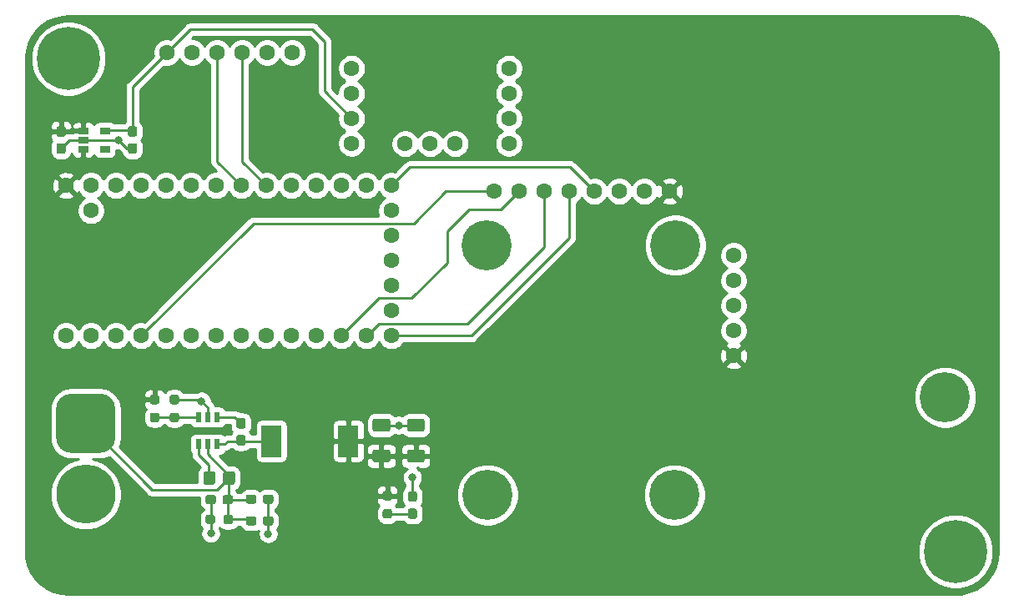
<source format=gbr>
%TF.GenerationSoftware,KiCad,Pcbnew,5.1.10-88a1d61d58~88~ubuntu18.04.1*%
%TF.CreationDate,2021-05-26T13:38:30+10:00*%
%TF.ProjectId,prototype_rocket_fc,70726f74-6f74-4797-9065-5f726f636b65,rev?*%
%TF.SameCoordinates,Original*%
%TF.FileFunction,Copper,L1,Top*%
%TF.FilePolarity,Positive*%
%FSLAX46Y46*%
G04 Gerber Fmt 4.6, Leading zero omitted, Abs format (unit mm)*
G04 Created by KiCad (PCBNEW 5.1.10-88a1d61d58~88~ubuntu18.04.1) date 2021-05-26 13:38:30*
%MOMM*%
%LPD*%
G01*
G04 APERTURE LIST*
%TA.AperFunction,ComponentPad*%
%ADD10C,0.800000*%
%TD*%
%TA.AperFunction,ComponentPad*%
%ADD11C,6.400000*%
%TD*%
%TA.AperFunction,ComponentPad*%
%ADD12C,1.600000*%
%TD*%
%TA.AperFunction,ComponentPad*%
%ADD13C,5.080000*%
%TD*%
%TA.AperFunction,SMDPad,CuDef*%
%ADD14R,2.000000X3.200000*%
%TD*%
%TA.AperFunction,SMDPad,CuDef*%
%ADD15R,0.599999X1.000001*%
%TD*%
%TA.AperFunction,SMDPad,CuDef*%
%ADD16R,1.060000X0.650000*%
%TD*%
%TA.AperFunction,ComponentPad*%
%ADD17C,6.000000*%
%TD*%
%TA.AperFunction,ViaPad*%
%ADD18C,0.800000*%
%TD*%
%TA.AperFunction,Conductor*%
%ADD19C,0.250000*%
%TD*%
%TA.AperFunction,Conductor*%
%ADD20C,0.254000*%
%TD*%
%TA.AperFunction,Conductor*%
%ADD21C,0.100000*%
%TD*%
G04 APERTURE END LIST*
D10*
%TO.P,H2,1*%
%TO.N,GND*%
X131697056Y-88302944D03*
X130000000Y-87600000D03*
X128302944Y-88302944D03*
X127600000Y-90000000D03*
X128302944Y-91697056D03*
X130000000Y-92400000D03*
X131697056Y-91697056D03*
X132400000Y-90000000D03*
D11*
X130000000Y-90000000D03*
%TD*%
D10*
%TO.P,H1,1*%
%TO.N,GND*%
X41697056Y-38302944D03*
X40000000Y-37600000D03*
X38302944Y-38302944D03*
X37600000Y-40000000D03*
X38302944Y-41697056D03*
X40000000Y-42400000D03*
X41697056Y-41697056D03*
X42400000Y-40000000D03*
D11*
X40000000Y-40000000D03*
%TD*%
%TO.P,R5,2*%
%TO.N,Net-(D1-Pad2)*%
%TA.AperFunction,SMDPad,CuDef*%
G36*
G01*
X72112500Y-85680000D02*
X72587500Y-85680000D01*
G75*
G02*
X72825000Y-85917500I0J-237500D01*
G01*
X72825000Y-86417500D01*
G75*
G02*
X72587500Y-86655000I-237500J0D01*
G01*
X72112500Y-86655000D01*
G75*
G02*
X71875000Y-86417500I0J237500D01*
G01*
X71875000Y-85917500D01*
G75*
G02*
X72112500Y-85680000I237500J0D01*
G01*
G37*
%TD.AperFunction*%
%TO.P,R5,1*%
%TO.N,+5V*%
%TA.AperFunction,SMDPad,CuDef*%
G36*
G01*
X72112500Y-83855000D02*
X72587500Y-83855000D01*
G75*
G02*
X72825000Y-84092500I0J-237500D01*
G01*
X72825000Y-84592500D01*
G75*
G02*
X72587500Y-84830000I-237500J0D01*
G01*
X72112500Y-84830000D01*
G75*
G02*
X71875000Y-84592500I0J237500D01*
G01*
X71875000Y-84092500D01*
G75*
G02*
X72112500Y-83855000I237500J0D01*
G01*
G37*
%TD.AperFunction*%
%TD*%
%TO.P,D1,2*%
%TO.N,Net-(D1-Pad2)*%
%TA.AperFunction,SMDPad,CuDef*%
G36*
G01*
X74662500Y-85650000D02*
X75137500Y-85650000D01*
G75*
G02*
X75375000Y-85887500I0J-237500D01*
G01*
X75375000Y-86462500D01*
G75*
G02*
X75137500Y-86700000I-237500J0D01*
G01*
X74662500Y-86700000D01*
G75*
G02*
X74425000Y-86462500I0J237500D01*
G01*
X74425000Y-85887500D01*
G75*
G02*
X74662500Y-85650000I237500J0D01*
G01*
G37*
%TD.AperFunction*%
%TO.P,D1,1*%
%TO.N,GND*%
%TA.AperFunction,SMDPad,CuDef*%
G36*
G01*
X74662500Y-83900000D02*
X75137500Y-83900000D01*
G75*
G02*
X75375000Y-84137500I0J-237500D01*
G01*
X75375000Y-84712500D01*
G75*
G02*
X75137500Y-84950000I-237500J0D01*
G01*
X74662500Y-84950000D01*
G75*
G02*
X74425000Y-84712500I0J237500D01*
G01*
X74425000Y-84137500D01*
G75*
G02*
X74662500Y-83900000I237500J0D01*
G01*
G37*
%TD.AperFunction*%
%TD*%
D12*
%TO.P,U1,2*%
%TO.N,Net-(U1-Pad2)*%
X98435000Y-53460000D03*
%TO.P,U1,1*%
%TO.N,+5V*%
X100975000Y-53460000D03*
%TO.P,U1,4*%
%TO.N,/SCK*%
X93355000Y-53460000D03*
%TO.P,U1,3*%
%TO.N,GND*%
X95895000Y-53460000D03*
%TO.P,U1,6*%
%TO.N,/MOSI*%
X88275000Y-53460000D03*
%TO.P,U1,5*%
%TO.N,/MISO*%
X90815000Y-53460000D03*
%TO.P,U1,8*%
%TO.N,/CD*%
X83195000Y-53460000D03*
%TO.P,U1,7*%
%TO.N,/CS*%
X85735000Y-53460000D03*
D13*
%TO.P,U1,9*%
%TO.N,N/C*%
X101475000Y-84270000D03*
%TO.P,U1,10*%
X82525000Y-84270000D03*
%TO.P,U1,11*%
X101575000Y-58930000D03*
%TO.P,U1,12*%
X82425000Y-58930000D03*
%TD*%
D12*
%TO.P,U2,17*%
%TO.N,Net-(U2-Pad17)*%
X72760000Y-60500000D03*
%TO.P,U2,18*%
%TO.N,Net-(U2-Pad18)*%
X72760000Y-57960000D03*
%TO.P,U2,19*%
%TO.N,Net-(U2-Pad19)*%
X72760000Y-55420000D03*
%TO.P,U2,20*%
%TO.N,/SCK*%
X72760000Y-52880000D03*
%TO.P,U2,16*%
%TO.N,Net-(U2-Pad16)*%
X72760000Y-63040000D03*
%TO.P,U2,15*%
%TO.N,Net-(U2-Pad15)*%
X72760000Y-65580000D03*
%TO.P,U2,14*%
%TO.N,/MISO*%
X72760000Y-68120000D03*
%TO.P,U2,21*%
%TO.N,Net-(U2-Pad21)*%
X70220000Y-52880000D03*
%TO.P,U2,22*%
%TO.N,Net-(U2-Pad22)*%
X67680000Y-52880000D03*
%TO.P,U2,23*%
%TO.N,Net-(U2-Pad23)*%
X65140000Y-52880000D03*
%TO.P,U2,24*%
%TO.N,Net-(U2-Pad24)*%
X62600000Y-52880000D03*
%TO.P,U2,25*%
%TO.N,/SDA0*%
X60060000Y-52880000D03*
%TO.P,U2,26*%
%TO.N,/SCL0*%
X57520000Y-52880000D03*
%TO.P,U2,27*%
%TO.N,Net-(U2-Pad27)*%
X54980000Y-52880000D03*
%TO.P,U2,28*%
%TO.N,Net-(U2-Pad28)*%
X52440000Y-52880000D03*
%TO.P,U2,29*%
%TO.N,Net-(U2-Pad29)*%
X49900000Y-52880000D03*
%TO.P,U2,30*%
%TO.N,Net-(U2-Pad30)*%
X47360000Y-52880000D03*
%TO.P,U2,31*%
%TO.N,Net-(U2-Pad31)*%
X44820000Y-52880000D03*
%TO.P,U2,32*%
%TO.N,GND*%
X42280000Y-52880000D03*
%TO.P,U2,33*%
%TO.N,+5V*%
X39740000Y-52880000D03*
%TO.P,U2,34*%
%TO.N,Net-(U2-Pad34)*%
X42280000Y-55420000D03*
%TO.P,U2,13*%
%TO.N,/MOSI*%
X70220000Y-68120000D03*
%TO.P,U2,12*%
%TO.N,/CS*%
X67680000Y-68120000D03*
%TO.P,U2,11*%
%TO.N,Net-(U2-Pad11)*%
X65140000Y-68120000D03*
%TO.P,U2,10*%
%TO.N,Net-(U2-Pad10)*%
X62600000Y-68120000D03*
%TO.P,U2,9*%
%TO.N,Net-(U2-Pad9)*%
X60060000Y-68120000D03*
%TO.P,U2,8*%
%TO.N,Net-(U2-Pad8)*%
X57520000Y-68120000D03*
%TO.P,U2,7*%
%TO.N,Net-(U2-Pad7)*%
X54980000Y-68120000D03*
%TO.P,U2,6*%
%TO.N,Net-(U2-Pad6)*%
X52440000Y-68120000D03*
%TO.P,U2,5*%
%TO.N,Net-(U2-Pad5)*%
X49900000Y-68120000D03*
%TO.P,U2,4*%
%TO.N,/CD*%
X47360000Y-68120000D03*
%TO.P,U2,3*%
%TO.N,/TX1*%
X44820000Y-68120000D03*
%TO.P,U2,2*%
%TO.N,/RX1*%
X42280000Y-68120000D03*
%TO.P,U2,1*%
%TO.N,Net-(U2-Pad1)*%
X39740000Y-68120000D03*
%TD*%
%TO.P,C1,2*%
%TO.N,GND*%
%TA.AperFunction,SMDPad,CuDef*%
G36*
G01*
X59725000Y-87137500D02*
X59725000Y-86662500D01*
G75*
G02*
X59962500Y-86425000I237500J0D01*
G01*
X60562500Y-86425000D01*
G75*
G02*
X60800000Y-86662500I0J-237500D01*
G01*
X60800000Y-87137500D01*
G75*
G02*
X60562500Y-87375000I-237500J0D01*
G01*
X59962500Y-87375000D01*
G75*
G02*
X59725000Y-87137500I0J237500D01*
G01*
G37*
%TD.AperFunction*%
%TO.P,C1,1*%
%TO.N,VCC*%
%TA.AperFunction,SMDPad,CuDef*%
G36*
G01*
X58000000Y-87137500D02*
X58000000Y-86662500D01*
G75*
G02*
X58237500Y-86425000I237500J0D01*
G01*
X58837500Y-86425000D01*
G75*
G02*
X59075000Y-86662500I0J-237500D01*
G01*
X59075000Y-87137500D01*
G75*
G02*
X58837500Y-87375000I-237500J0D01*
G01*
X58237500Y-87375000D01*
G75*
G02*
X58000000Y-87137500I0J237500D01*
G01*
G37*
%TD.AperFunction*%
%TD*%
%TO.P,C2,1*%
%TO.N,VCC*%
%TA.AperFunction,SMDPad,CuDef*%
G36*
G01*
X58000000Y-84937500D02*
X58000000Y-84462500D01*
G75*
G02*
X58237500Y-84225000I237500J0D01*
G01*
X58837500Y-84225000D01*
G75*
G02*
X59075000Y-84462500I0J-237500D01*
G01*
X59075000Y-84937500D01*
G75*
G02*
X58837500Y-85175000I-237500J0D01*
G01*
X58237500Y-85175000D01*
G75*
G02*
X58000000Y-84937500I0J237500D01*
G01*
G37*
%TD.AperFunction*%
%TO.P,C2,2*%
%TO.N,GND*%
%TA.AperFunction,SMDPad,CuDef*%
G36*
G01*
X59725000Y-84937500D02*
X59725000Y-84462500D01*
G75*
G02*
X59962500Y-84225000I237500J0D01*
G01*
X60562500Y-84225000D01*
G75*
G02*
X60800000Y-84462500I0J-237500D01*
G01*
X60800000Y-84937500D01*
G75*
G02*
X60562500Y-85175000I-237500J0D01*
G01*
X59962500Y-85175000D01*
G75*
G02*
X59725000Y-84937500I0J237500D01*
G01*
G37*
%TD.AperFunction*%
%TD*%
%TO.P,C3,1*%
%TO.N,VCC*%
%TA.AperFunction,SMDPad,CuDef*%
G36*
G01*
X56700000Y-84512500D02*
X56700000Y-84987500D01*
G75*
G02*
X56462500Y-85225000I-237500J0D01*
G01*
X55862500Y-85225000D01*
G75*
G02*
X55625000Y-84987500I0J237500D01*
G01*
X55625000Y-84512500D01*
G75*
G02*
X55862500Y-84275000I237500J0D01*
G01*
X56462500Y-84275000D01*
G75*
G02*
X56700000Y-84512500I0J-237500D01*
G01*
G37*
%TD.AperFunction*%
%TO.P,C3,2*%
%TO.N,GND*%
%TA.AperFunction,SMDPad,CuDef*%
G36*
G01*
X54975000Y-84512500D02*
X54975000Y-84987500D01*
G75*
G02*
X54737500Y-85225000I-237500J0D01*
G01*
X54137500Y-85225000D01*
G75*
G02*
X53900000Y-84987500I0J237500D01*
G01*
X53900000Y-84512500D01*
G75*
G02*
X54137500Y-84275000I237500J0D01*
G01*
X54737500Y-84275000D01*
G75*
G02*
X54975000Y-84512500I0J-237500D01*
G01*
G37*
%TD.AperFunction*%
%TD*%
%TO.P,C4,2*%
%TO.N,/battery_power_supply/CB*%
%TA.AperFunction,SMDPad,CuDef*%
G36*
G01*
X57737500Y-77537500D02*
X57262500Y-77537500D01*
G75*
G02*
X57025000Y-77300000I0J237500D01*
G01*
X57025000Y-76700000D01*
G75*
G02*
X57262500Y-76462500I237500J0D01*
G01*
X57737500Y-76462500D01*
G75*
G02*
X57975000Y-76700000I0J-237500D01*
G01*
X57975000Y-77300000D01*
G75*
G02*
X57737500Y-77537500I-237500J0D01*
G01*
G37*
%TD.AperFunction*%
%TO.P,C4,1*%
%TO.N,/battery_power_supply/SW*%
%TA.AperFunction,SMDPad,CuDef*%
G36*
G01*
X57737500Y-79262500D02*
X57262500Y-79262500D01*
G75*
G02*
X57025000Y-79025000I0J237500D01*
G01*
X57025000Y-78425000D01*
G75*
G02*
X57262500Y-78187500I237500J0D01*
G01*
X57737500Y-78187500D01*
G75*
G02*
X57975000Y-78425000I0J-237500D01*
G01*
X57975000Y-79025000D01*
G75*
G02*
X57737500Y-79262500I-237500J0D01*
G01*
G37*
%TD.AperFunction*%
%TD*%
%TO.P,C5,1*%
%TO.N,+5V*%
%TA.AperFunction,SMDPad,CuDef*%
G36*
G01*
X75900002Y-80975000D02*
X74599998Y-80975000D01*
G75*
G02*
X74350000Y-80725002I0J249998D01*
G01*
X74350000Y-79899998D01*
G75*
G02*
X74599998Y-79650000I249998J0D01*
G01*
X75900002Y-79650000D01*
G75*
G02*
X76150000Y-79899998I0J-249998D01*
G01*
X76150000Y-80725002D01*
G75*
G02*
X75900002Y-80975000I-249998J0D01*
G01*
G37*
%TD.AperFunction*%
%TO.P,C5,2*%
%TO.N,GND*%
%TA.AperFunction,SMDPad,CuDef*%
G36*
G01*
X75900002Y-77850000D02*
X74599998Y-77850000D01*
G75*
G02*
X74350000Y-77600002I0J249998D01*
G01*
X74350000Y-76774998D01*
G75*
G02*
X74599998Y-76525000I249998J0D01*
G01*
X75900002Y-76525000D01*
G75*
G02*
X76150000Y-76774998I0J-249998D01*
G01*
X76150000Y-77600002D01*
G75*
G02*
X75900002Y-77850000I-249998J0D01*
G01*
G37*
%TD.AperFunction*%
%TD*%
%TO.P,C6,2*%
%TO.N,GND*%
%TA.AperFunction,SMDPad,CuDef*%
G36*
G01*
X72400002Y-77850000D02*
X71099998Y-77850000D01*
G75*
G02*
X70850000Y-77600002I0J249998D01*
G01*
X70850000Y-76774998D01*
G75*
G02*
X71099998Y-76525000I249998J0D01*
G01*
X72400002Y-76525000D01*
G75*
G02*
X72650000Y-76774998I0J-249998D01*
G01*
X72650000Y-77600002D01*
G75*
G02*
X72400002Y-77850000I-249998J0D01*
G01*
G37*
%TD.AperFunction*%
%TO.P,C6,1*%
%TO.N,+5V*%
%TA.AperFunction,SMDPad,CuDef*%
G36*
G01*
X72400002Y-80975000D02*
X71099998Y-80975000D01*
G75*
G02*
X70850000Y-80725002I0J249998D01*
G01*
X70850000Y-79899998D01*
G75*
G02*
X71099998Y-79650000I249998J0D01*
G01*
X72400002Y-79650000D01*
G75*
G02*
X72650000Y-79899998I0J-249998D01*
G01*
X72650000Y-80725002D01*
G75*
G02*
X72400002Y-80975000I-249998J0D01*
G01*
G37*
%TD.AperFunction*%
%TD*%
%TO.P,C7,1*%
%TO.N,+5V*%
%TA.AperFunction,SMDPad,CuDef*%
G36*
G01*
X39012500Y-46850000D02*
X39487500Y-46850000D01*
G75*
G02*
X39725000Y-47087500I0J-237500D01*
G01*
X39725000Y-47687500D01*
G75*
G02*
X39487500Y-47925000I-237500J0D01*
G01*
X39012500Y-47925000D01*
G75*
G02*
X38775000Y-47687500I0J237500D01*
G01*
X38775000Y-47087500D01*
G75*
G02*
X39012500Y-46850000I237500J0D01*
G01*
G37*
%TD.AperFunction*%
%TO.P,C7,2*%
%TO.N,GND*%
%TA.AperFunction,SMDPad,CuDef*%
G36*
G01*
X39012500Y-48575000D02*
X39487500Y-48575000D01*
G75*
G02*
X39725000Y-48812500I0J-237500D01*
G01*
X39725000Y-49412500D01*
G75*
G02*
X39487500Y-49650000I-237500J0D01*
G01*
X39012500Y-49650000D01*
G75*
G02*
X38775000Y-49412500I0J237500D01*
G01*
X38775000Y-48812500D01*
G75*
G02*
X39012500Y-48575000I237500J0D01*
G01*
G37*
%TD.AperFunction*%
%TD*%
%TO.P,C8,2*%
%TO.N,GND*%
%TA.AperFunction,SMDPad,CuDef*%
G36*
G01*
X46262500Y-48575000D02*
X46737500Y-48575000D01*
G75*
G02*
X46975000Y-48812500I0J-237500D01*
G01*
X46975000Y-49412500D01*
G75*
G02*
X46737500Y-49650000I-237500J0D01*
G01*
X46262500Y-49650000D01*
G75*
G02*
X46025000Y-49412500I0J237500D01*
G01*
X46025000Y-48812500D01*
G75*
G02*
X46262500Y-48575000I237500J0D01*
G01*
G37*
%TD.AperFunction*%
%TO.P,C8,1*%
%TO.N,+3V3*%
%TA.AperFunction,SMDPad,CuDef*%
G36*
G01*
X46262500Y-46850000D02*
X46737500Y-46850000D01*
G75*
G02*
X46975000Y-47087500I0J-237500D01*
G01*
X46975000Y-47687500D01*
G75*
G02*
X46737500Y-47925000I-237500J0D01*
G01*
X46262500Y-47925000D01*
G75*
G02*
X46025000Y-47687500I0J237500D01*
G01*
X46025000Y-47087500D01*
G75*
G02*
X46262500Y-46850000I237500J0D01*
G01*
G37*
%TD.AperFunction*%
%TD*%
D14*
%TO.P,L1,1*%
%TO.N,/battery_power_supply/SW*%
X60600000Y-78800000D03*
%TO.P,L1,2*%
%TO.N,+5V*%
X68400000Y-78800000D03*
%TD*%
%TO.P,R1,1*%
%TO.N,VCC*%
%TA.AperFunction,SMDPad,CuDef*%
G36*
G01*
X56900000Y-82099999D02*
X56900000Y-83000001D01*
G75*
G02*
X56650001Y-83250000I-249999J0D01*
G01*
X55949999Y-83250000D01*
G75*
G02*
X55700000Y-83000001I0J249999D01*
G01*
X55700000Y-82099999D01*
G75*
G02*
X55949999Y-81850000I249999J0D01*
G01*
X56650001Y-81850000D01*
G75*
G02*
X56900000Y-82099999I0J-249999D01*
G01*
G37*
%TD.AperFunction*%
%TO.P,R1,2*%
%TO.N,/battery_power_supply/EN*%
%TA.AperFunction,SMDPad,CuDef*%
G36*
G01*
X54900000Y-82099999D02*
X54900000Y-83000001D01*
G75*
G02*
X54650001Y-83250000I-249999J0D01*
G01*
X53949999Y-83250000D01*
G75*
G02*
X53700000Y-83000001I0J249999D01*
G01*
X53700000Y-82099999D01*
G75*
G02*
X53949999Y-81850000I249999J0D01*
G01*
X54650001Y-81850000D01*
G75*
G02*
X54900000Y-82099999I0J-249999D01*
G01*
G37*
%TD.AperFunction*%
%TD*%
%TO.P,R2,1*%
%TO.N,VCC*%
%TA.AperFunction,SMDPad,CuDef*%
G36*
G01*
X56700000Y-86512500D02*
X56700000Y-86987500D01*
G75*
G02*
X56462500Y-87225000I-237500J0D01*
G01*
X55962500Y-87225000D01*
G75*
G02*
X55725000Y-86987500I0J237500D01*
G01*
X55725000Y-86512500D01*
G75*
G02*
X55962500Y-86275000I237500J0D01*
G01*
X56462500Y-86275000D01*
G75*
G02*
X56700000Y-86512500I0J-237500D01*
G01*
G37*
%TD.AperFunction*%
%TO.P,R2,2*%
%TO.N,GND*%
%TA.AperFunction,SMDPad,CuDef*%
G36*
G01*
X54875000Y-86512500D02*
X54875000Y-86987500D01*
G75*
G02*
X54637500Y-87225000I-237500J0D01*
G01*
X54137500Y-87225000D01*
G75*
G02*
X53900000Y-86987500I0J237500D01*
G01*
X53900000Y-86512500D01*
G75*
G02*
X54137500Y-86275000I237500J0D01*
G01*
X54637500Y-86275000D01*
G75*
G02*
X54875000Y-86512500I0J-237500D01*
G01*
G37*
%TD.AperFunction*%
%TD*%
%TO.P,R3,1*%
%TO.N,+5V*%
%TA.AperFunction,SMDPad,CuDef*%
G36*
G01*
X48512500Y-74100000D02*
X48987500Y-74100000D01*
G75*
G02*
X49225000Y-74337500I0J-237500D01*
G01*
X49225000Y-74837500D01*
G75*
G02*
X48987500Y-75075000I-237500J0D01*
G01*
X48512500Y-75075000D01*
G75*
G02*
X48275000Y-74837500I0J237500D01*
G01*
X48275000Y-74337500D01*
G75*
G02*
X48512500Y-74100000I237500J0D01*
G01*
G37*
%TD.AperFunction*%
%TO.P,R3,2*%
%TO.N,/battery_power_supply/FB*%
%TA.AperFunction,SMDPad,CuDef*%
G36*
G01*
X48512500Y-75925000D02*
X48987500Y-75925000D01*
G75*
G02*
X49225000Y-76162500I0J-237500D01*
G01*
X49225000Y-76662500D01*
G75*
G02*
X48987500Y-76900000I-237500J0D01*
G01*
X48512500Y-76900000D01*
G75*
G02*
X48275000Y-76662500I0J237500D01*
G01*
X48275000Y-76162500D01*
G75*
G02*
X48512500Y-75925000I237500J0D01*
G01*
G37*
%TD.AperFunction*%
%TD*%
%TO.P,R4,2*%
%TO.N,GND*%
%TA.AperFunction,SMDPad,CuDef*%
G36*
G01*
X50987500Y-75075000D02*
X50512500Y-75075000D01*
G75*
G02*
X50275000Y-74837500I0J237500D01*
G01*
X50275000Y-74337500D01*
G75*
G02*
X50512500Y-74100000I237500J0D01*
G01*
X50987500Y-74100000D01*
G75*
G02*
X51225000Y-74337500I0J-237500D01*
G01*
X51225000Y-74837500D01*
G75*
G02*
X50987500Y-75075000I-237500J0D01*
G01*
G37*
%TD.AperFunction*%
%TO.P,R4,1*%
%TO.N,/battery_power_supply/FB*%
%TA.AperFunction,SMDPad,CuDef*%
G36*
G01*
X50987500Y-76900000D02*
X50512500Y-76900000D01*
G75*
G02*
X50275000Y-76662500I0J237500D01*
G01*
X50275000Y-76162500D01*
G75*
G02*
X50512500Y-75925000I237500J0D01*
G01*
X50987500Y-75925000D01*
G75*
G02*
X51225000Y-76162500I0J-237500D01*
G01*
X51225000Y-76662500D01*
G75*
G02*
X50987500Y-76900000I-237500J0D01*
G01*
G37*
%TD.AperFunction*%
%TD*%
D12*
%TO.P,U3,1*%
%TO.N,+3V3*%
X50000000Y-39390000D03*
%TO.P,U3,2*%
%TO.N,GND*%
X52540000Y-39390000D03*
%TO.P,U3,3*%
%TO.N,/SCL0*%
X55080000Y-39390000D03*
%TO.P,U3,4*%
%TO.N,/SDA0*%
X57620000Y-39390000D03*
%TO.P,U3,5*%
%TO.N,Net-(U3-Pad5)*%
X60160000Y-39390000D03*
%TO.P,U3,6*%
%TO.N,Net-(U3-Pad6)*%
X62700000Y-39390000D03*
%TD*%
%TO.P,U4,1*%
%TO.N,Net-(U4-Pad1)*%
X107480000Y-59980000D03*
%TO.P,U4,4*%
%TO.N,GND*%
X107480000Y-67600000D03*
%TO.P,U4,2*%
%TO.N,/RX1*%
X107480000Y-62520000D03*
%TO.P,U4,3*%
%TO.N,/TX1*%
X107480000Y-65060000D03*
%TO.P,U4,5*%
%TO.N,+5V*%
X107480000Y-70140000D03*
D13*
%TO.P,U4,6*%
%TO.N,N/C*%
X128940000Y-74360000D03*
%TD*%
D12*
%TO.P,U5,1*%
%TO.N,/SCL0*%
X68730000Y-40970000D03*
%TO.P,U5,2*%
%TO.N,/SDA0*%
X68730000Y-43510000D03*
%TO.P,U5,3*%
%TO.N,+3V3*%
X68730000Y-46050000D03*
%TO.P,U5,4*%
%TO.N,GND*%
X68730000Y-48590000D03*
%TO.P,U5,5*%
%TO.N,Net-(U5-Pad5)*%
X84670000Y-40970000D03*
%TO.P,U5,6*%
%TO.N,Net-(U5-Pad6)*%
X84670000Y-43510000D03*
%TO.P,U5,7*%
%TO.N,Net-(U5-Pad7)*%
X84670000Y-46050000D03*
%TO.P,U5,8*%
%TO.N,Net-(U5-Pad8)*%
X84670000Y-48590000D03*
%TO.P,U5,9*%
%TO.N,Net-(U5-Pad9)*%
X74160000Y-48640000D03*
%TO.P,U5,10*%
%TO.N,Net-(U5-Pad10)*%
X76700000Y-48640000D03*
%TO.P,U5,11*%
%TO.N,Net-(U5-Pad11)*%
X79240000Y-48640000D03*
%TD*%
D15*
%TO.P,U6,1*%
%TO.N,/battery_power_supply/CB*%
X55100001Y-76374999D03*
%TO.P,U6,2*%
%TO.N,GND*%
X54150000Y-76374999D03*
%TO.P,U6,3*%
%TO.N,/battery_power_supply/FB*%
X53200002Y-76374999D03*
%TO.P,U6,4*%
%TO.N,/battery_power_supply/EN*%
X53200002Y-79124999D03*
%TO.P,U6,5*%
%TO.N,VCC*%
X54150000Y-79124999D03*
%TO.P,U6,6*%
%TO.N,/battery_power_supply/SW*%
X55100001Y-79124999D03*
%TD*%
D16*
%TO.P,U7,1*%
%TO.N,+5V*%
X41500000Y-47300000D03*
%TO.P,U7,2*%
%TO.N,GND*%
X41500000Y-48250000D03*
%TO.P,U7,3*%
%TO.N,+5V*%
X41500000Y-49200000D03*
%TO.P,U7,4*%
%TO.N,Net-(U7-Pad4)*%
X43700000Y-49200000D03*
%TO.P,U7,5*%
%TO.N,+3V3*%
X43700000Y-47300000D03*
%TD*%
D17*
%TO.P,J1,2*%
%TO.N,GND*%
X41750000Y-84200000D03*
%TO.P,J1,1*%
%TO.N,VCC*%
%TA.AperFunction,ComponentPad*%
G36*
G01*
X40250000Y-74000000D02*
X43250000Y-74000000D01*
G75*
G02*
X44750000Y-75500000I0J-1500000D01*
G01*
X44750000Y-78500000D01*
G75*
G02*
X43250000Y-80000000I-1500000J0D01*
G01*
X40250000Y-80000000D01*
G75*
G02*
X38750000Y-78500000I0J1500000D01*
G01*
X38750000Y-75500000D01*
G75*
G02*
X40250000Y-74000000I1500000J0D01*
G01*
G37*
%TD.AperFunction*%
%TD*%
D18*
%TO.N,GND*%
X53500000Y-74750000D03*
X54437492Y-88162508D03*
X60262498Y-88212498D03*
X73512496Y-77187500D03*
X45100018Y-48250000D03*
X74900000Y-82500000D03*
%TD*%
D19*
%TO.N,GND*%
X54150000Y-76374999D02*
X54150000Y-75400000D01*
X54150000Y-75400000D02*
X53500000Y-74750000D01*
X53337500Y-74587500D02*
X53500000Y-74750000D01*
X50750000Y-74587500D02*
X53337500Y-74587500D01*
X54437500Y-88162500D02*
X54437492Y-88162508D01*
X54437500Y-84750000D02*
X54437500Y-88162500D01*
X60262501Y-88212495D02*
X60262498Y-88212498D01*
X60262500Y-84700000D02*
X60262501Y-88212495D01*
X75250000Y-77187500D02*
X73512496Y-77187500D01*
X71750000Y-77187500D02*
X73512496Y-77187500D01*
X40112500Y-48250000D02*
X41500000Y-48250000D01*
X39250000Y-49112500D02*
X40112500Y-48250000D01*
X46500000Y-49112500D02*
X45962518Y-49112500D01*
X45962518Y-49112500D02*
X45100018Y-48250000D01*
X41500000Y-48250000D02*
X45100018Y-48250000D01*
X74900000Y-84425000D02*
X74900000Y-82500000D01*
%TO.N,VCC*%
X56300000Y-82300000D02*
X56300000Y-82550000D01*
X54150000Y-79124999D02*
X54150000Y-80150000D01*
X54150000Y-80150000D02*
X56300000Y-82300000D01*
X55100000Y-83750000D02*
X56300000Y-82550000D01*
X41750000Y-77000000D02*
X48500000Y-83750000D01*
X48500000Y-83750000D02*
X55100000Y-83750000D01*
X56300000Y-84612500D02*
X56162500Y-84750000D01*
X56300000Y-82550000D02*
X56300000Y-84612500D01*
X56162500Y-86700000D02*
X56212500Y-86750000D01*
X56162500Y-84750000D02*
X56162500Y-86700000D01*
X58487500Y-84750000D02*
X58537500Y-84700000D01*
X56162500Y-84750000D02*
X58487500Y-84750000D01*
X58387500Y-86750000D02*
X58537500Y-86900000D01*
X56212500Y-86750000D02*
X58387500Y-86750000D01*
%TO.N,/battery_power_supply/CB*%
X56874999Y-76374999D02*
X57500000Y-77000000D01*
X55100001Y-76374999D02*
X56874999Y-76374999D01*
%TO.N,/battery_power_supply/SW*%
X55100001Y-79124999D02*
X55875001Y-79124999D01*
X56200000Y-78800000D02*
X60600000Y-78800000D01*
X55875001Y-79124999D02*
X56200000Y-78800000D01*
%TO.N,+5V*%
X39250000Y-47387500D02*
X41412500Y-47387500D01*
X41500000Y-50200000D02*
X41500000Y-49200000D01*
X38012500Y-47387500D02*
X37400000Y-48000000D01*
X39250000Y-47387500D02*
X38012500Y-47387500D01*
X37400000Y-48000000D02*
X37400000Y-49600000D01*
X37400000Y-49600000D02*
X38700000Y-50900000D01*
X38700000Y-50900000D02*
X40800000Y-50900000D01*
X40800000Y-50900000D02*
X41500000Y-50200000D01*
%TO.N,+3V3*%
X43775002Y-47224998D02*
X46337498Y-47224998D01*
X46337498Y-47224998D02*
X46500000Y-47387500D01*
X43700000Y-47300000D02*
X43775002Y-47224998D01*
X46500000Y-47387500D02*
X46500000Y-42890000D01*
X46500000Y-42890000D02*
X50000000Y-39390000D01*
X52390000Y-37000000D02*
X64750000Y-37000000D01*
X50000000Y-39390000D02*
X52390000Y-37000000D01*
X66000000Y-43320000D02*
X68730000Y-46050000D01*
X64750000Y-37000000D02*
X66000000Y-38250000D01*
X66000000Y-38250000D02*
X66000000Y-43320000D01*
%TO.N,/battery_power_supply/EN*%
X53200002Y-80200002D02*
X53200002Y-79124999D01*
X54250000Y-81250000D02*
X53200002Y-80200002D01*
X54300000Y-82550000D02*
X54250000Y-82500000D01*
X54250000Y-82500000D02*
X54250000Y-81250000D01*
%TO.N,/battery_power_supply/FB*%
X48787501Y-76374999D02*
X48750000Y-76412500D01*
X53200002Y-76374999D02*
X48787501Y-76374999D01*
%TO.N,/CS*%
X71500000Y-64300000D02*
X67680000Y-68120000D01*
X83895000Y-55300000D02*
X80600000Y-55300000D01*
X74800000Y-64300000D02*
X71500000Y-64300000D01*
X85735000Y-53460000D02*
X83895000Y-55300000D01*
X80600000Y-55300000D02*
X78400000Y-57500000D01*
X78400000Y-57500000D02*
X78400000Y-60700000D01*
X78400000Y-60700000D02*
X74800000Y-64300000D01*
%TO.N,/CD*%
X75072501Y-56700000D02*
X58780000Y-56700000D01*
X58780000Y-56700000D02*
X47360000Y-68120000D01*
X83195000Y-53460000D02*
X78312501Y-53460000D01*
X78312501Y-53460000D02*
X75072501Y-56700000D01*
%TO.N,/MISO*%
X80880000Y-68120000D02*
X72760000Y-68120000D01*
X90815000Y-53460000D02*
X90815000Y-58185000D01*
X90815000Y-58185000D02*
X80880000Y-68120000D01*
%TO.N,/MOSI*%
X70280000Y-68120000D02*
X70220000Y-68120000D01*
X71500000Y-66900000D02*
X70280000Y-68120000D01*
X80500000Y-66900000D02*
X71500000Y-66900000D01*
X88275000Y-53460000D02*
X88275000Y-59125000D01*
X88275000Y-59125000D02*
X80500000Y-66900000D01*
%TO.N,/SCK*%
X74640000Y-51000000D02*
X72760000Y-52880000D01*
X93355000Y-53460000D02*
X90895000Y-51000000D01*
X90895000Y-51000000D02*
X74640000Y-51000000D01*
%TO.N,/SDA0*%
X57620000Y-50440000D02*
X60060000Y-52880000D01*
X57620000Y-39390000D02*
X57620000Y-50440000D01*
%TO.N,/SCL0*%
X55080000Y-50440000D02*
X57520000Y-52880000D01*
X55080000Y-39390000D02*
X55080000Y-50440000D01*
%TO.N,Net-(D1-Pad2)*%
X74892500Y-86167500D02*
X74900000Y-86175000D01*
X72350000Y-86167500D02*
X74892500Y-86167500D01*
%TD*%
D20*
%TO.N,+5V*%
X130768083Y-35731173D02*
X131511891Y-35934656D01*
X132207905Y-36266638D01*
X132834130Y-36716626D01*
X133370777Y-37270403D01*
X133800871Y-37910451D01*
X134110829Y-38616553D01*
X134292065Y-39371457D01*
X134340000Y-40024207D01*
X134340001Y-89970597D01*
X134268827Y-90768083D01*
X134065344Y-91511890D01*
X133733363Y-92207904D01*
X133283374Y-92834130D01*
X132729597Y-93370777D01*
X132089549Y-93800871D01*
X131383447Y-94110829D01*
X130628543Y-94292065D01*
X129975793Y-94340000D01*
X40029392Y-94340000D01*
X39231917Y-94268827D01*
X38488110Y-94065344D01*
X37792096Y-93733363D01*
X37165870Y-93283374D01*
X36629223Y-92729597D01*
X36199129Y-92089549D01*
X35889171Y-91383447D01*
X35707935Y-90628543D01*
X35660000Y-89975793D01*
X35660000Y-89622285D01*
X126165000Y-89622285D01*
X126165000Y-90377715D01*
X126312377Y-91118628D01*
X126601467Y-91816554D01*
X127021161Y-92444670D01*
X127555330Y-92978839D01*
X128183446Y-93398533D01*
X128881372Y-93687623D01*
X129622285Y-93835000D01*
X130377715Y-93835000D01*
X131118628Y-93687623D01*
X131816554Y-93398533D01*
X132444670Y-92978839D01*
X132978839Y-92444670D01*
X133398533Y-91816554D01*
X133687623Y-91118628D01*
X133835000Y-90377715D01*
X133835000Y-89622285D01*
X133687623Y-88881372D01*
X133398533Y-88183446D01*
X132978839Y-87555330D01*
X132444670Y-87021161D01*
X131816554Y-86601467D01*
X131118628Y-86312377D01*
X130377715Y-86165000D01*
X129622285Y-86165000D01*
X128881372Y-86312377D01*
X128183446Y-86601467D01*
X127555330Y-87021161D01*
X127021161Y-87555330D01*
X126601467Y-88183446D01*
X126312377Y-88881372D01*
X126165000Y-89622285D01*
X35660000Y-89622285D01*
X35660000Y-75500000D01*
X38111928Y-75500000D01*
X38111928Y-78500000D01*
X38153010Y-78917117D01*
X38274679Y-79318205D01*
X38472258Y-79687849D01*
X38738155Y-80011845D01*
X39062151Y-80277742D01*
X39431795Y-80475321D01*
X39832883Y-80596990D01*
X40250000Y-80638072D01*
X41024626Y-80638072D01*
X40689710Y-80704691D01*
X40028182Y-80978705D01*
X39432823Y-81376511D01*
X38926511Y-81882823D01*
X38528705Y-82478182D01*
X38254691Y-83139710D01*
X38115000Y-83841984D01*
X38115000Y-84558016D01*
X38254691Y-85260290D01*
X38528705Y-85921818D01*
X38926511Y-86517177D01*
X39432823Y-87023489D01*
X40028182Y-87421295D01*
X40689710Y-87695309D01*
X41391984Y-87835000D01*
X42108016Y-87835000D01*
X42810290Y-87695309D01*
X43471818Y-87421295D01*
X44067177Y-87023489D01*
X44573489Y-86517177D01*
X44971295Y-85921818D01*
X45245309Y-85260290D01*
X45385000Y-84558016D01*
X45385000Y-83841984D01*
X45245309Y-83139710D01*
X44971295Y-82478182D01*
X44573489Y-81882823D01*
X44067177Y-81376511D01*
X43471818Y-80978705D01*
X42810290Y-80704691D01*
X42475374Y-80638072D01*
X43250000Y-80638072D01*
X43667117Y-80596990D01*
X44068205Y-80475321D01*
X44121847Y-80446649D01*
X47936201Y-84261003D01*
X47959999Y-84290001D01*
X47988997Y-84313799D01*
X48075724Y-84384974D01*
X48207753Y-84455546D01*
X48351014Y-84499003D01*
X48500000Y-84513677D01*
X48537333Y-84510000D01*
X53262174Y-84510000D01*
X53261928Y-84512500D01*
X53261928Y-84987500D01*
X53278752Y-85158316D01*
X53328577Y-85322567D01*
X53409488Y-85473942D01*
X53518377Y-85606623D01*
X53651058Y-85715512D01*
X53677500Y-85729646D01*
X53677500Y-85770354D01*
X53651058Y-85784488D01*
X53518377Y-85893377D01*
X53409488Y-86026058D01*
X53328577Y-86177433D01*
X53278752Y-86341684D01*
X53261928Y-86512500D01*
X53261928Y-86987500D01*
X53278752Y-87158316D01*
X53328577Y-87322567D01*
X53409488Y-87473942D01*
X53518377Y-87606623D01*
X53547932Y-87630878D01*
X53520287Y-87672252D01*
X53442266Y-87860610D01*
X53402492Y-88060569D01*
X53402492Y-88264447D01*
X53442266Y-88464406D01*
X53520287Y-88652764D01*
X53633555Y-88822282D01*
X53777718Y-88966445D01*
X53947236Y-89079713D01*
X54135594Y-89157734D01*
X54335553Y-89197508D01*
X54539431Y-89197508D01*
X54739390Y-89157734D01*
X54927748Y-89079713D01*
X55097266Y-88966445D01*
X55241429Y-88822282D01*
X55354697Y-88652764D01*
X55432718Y-88464406D01*
X55472492Y-88264447D01*
X55472492Y-88060569D01*
X55432718Y-87860610D01*
X55354697Y-87672252D01*
X55286511Y-87570204D01*
X55300000Y-87553768D01*
X55343377Y-87606623D01*
X55476058Y-87715512D01*
X55627433Y-87796423D01*
X55791684Y-87846248D01*
X55962500Y-87863072D01*
X56462500Y-87863072D01*
X56633316Y-87846248D01*
X56797567Y-87796423D01*
X56948942Y-87715512D01*
X57081623Y-87606623D01*
X57160920Y-87510000D01*
X57448585Y-87510000D01*
X57509488Y-87623942D01*
X57618377Y-87756623D01*
X57751058Y-87865512D01*
X57902433Y-87946423D01*
X58066684Y-87996248D01*
X58237500Y-88013072D01*
X58837500Y-88013072D01*
X59008316Y-87996248D01*
X59172567Y-87946423D01*
X59275144Y-87891595D01*
X59267272Y-87910600D01*
X59227498Y-88110559D01*
X59227498Y-88314437D01*
X59267272Y-88514396D01*
X59345293Y-88702754D01*
X59458561Y-88872272D01*
X59602724Y-89016435D01*
X59772242Y-89129703D01*
X59960600Y-89207724D01*
X60160559Y-89247498D01*
X60364437Y-89247498D01*
X60564396Y-89207724D01*
X60752754Y-89129703D01*
X60922272Y-89016435D01*
X61066435Y-88872272D01*
X61179703Y-88702754D01*
X61257724Y-88514396D01*
X61297498Y-88314437D01*
X61297498Y-88110559D01*
X61257724Y-87910600D01*
X61189811Y-87746646D01*
X61290512Y-87623942D01*
X61371423Y-87472567D01*
X61421248Y-87308316D01*
X61438072Y-87137500D01*
X61438072Y-86662500D01*
X61421248Y-86491684D01*
X61371423Y-86327433D01*
X61290512Y-86176058D01*
X61181623Y-86043377D01*
X61048942Y-85934488D01*
X61022500Y-85920354D01*
X61022500Y-85679646D01*
X61048942Y-85665512D01*
X61181623Y-85556623D01*
X61290512Y-85423942D01*
X61371423Y-85272567D01*
X61421248Y-85108316D01*
X61438072Y-84937500D01*
X61438072Y-84830000D01*
X71236928Y-84830000D01*
X71249188Y-84954482D01*
X71285498Y-85074180D01*
X71344463Y-85184494D01*
X71423815Y-85281185D01*
X71473812Y-85322217D01*
X71384488Y-85431058D01*
X71303577Y-85582433D01*
X71253752Y-85746684D01*
X71236928Y-85917500D01*
X71236928Y-86417500D01*
X71253752Y-86588316D01*
X71303577Y-86752567D01*
X71384488Y-86903942D01*
X71493377Y-87036623D01*
X71626058Y-87145512D01*
X71777433Y-87226423D01*
X71941684Y-87276248D01*
X72112500Y-87293072D01*
X72587500Y-87293072D01*
X72758316Y-87276248D01*
X72922567Y-87226423D01*
X73073942Y-87145512D01*
X73206623Y-87036623D01*
X73296178Y-86927500D01*
X73923027Y-86927500D01*
X73934488Y-86948942D01*
X74043377Y-87081623D01*
X74176058Y-87190512D01*
X74327433Y-87271423D01*
X74491684Y-87321248D01*
X74662500Y-87338072D01*
X75137500Y-87338072D01*
X75308316Y-87321248D01*
X75472567Y-87271423D01*
X75623942Y-87190512D01*
X75756623Y-87081623D01*
X75865512Y-86948942D01*
X75946423Y-86797567D01*
X75996248Y-86633316D01*
X76013072Y-86462500D01*
X76013072Y-85887500D01*
X75996248Y-85716684D01*
X75946423Y-85552433D01*
X75865512Y-85401058D01*
X75782575Y-85300000D01*
X75865512Y-85198942D01*
X75946423Y-85047567D01*
X75996248Y-84883316D01*
X76013072Y-84712500D01*
X76013072Y-84137500D01*
X75996248Y-83966684D01*
X75993399Y-83957290D01*
X79350000Y-83957290D01*
X79350000Y-84582710D01*
X79472014Y-85196113D01*
X79711352Y-85773926D01*
X80058817Y-86293944D01*
X80501056Y-86736183D01*
X81021074Y-87083648D01*
X81598887Y-87322986D01*
X82212290Y-87445000D01*
X82837710Y-87445000D01*
X83451113Y-87322986D01*
X84028926Y-87083648D01*
X84548944Y-86736183D01*
X84991183Y-86293944D01*
X85338648Y-85773926D01*
X85577986Y-85196113D01*
X85700000Y-84582710D01*
X85700000Y-83957290D01*
X98300000Y-83957290D01*
X98300000Y-84582710D01*
X98422014Y-85196113D01*
X98661352Y-85773926D01*
X99008817Y-86293944D01*
X99451056Y-86736183D01*
X99971074Y-87083648D01*
X100548887Y-87322986D01*
X101162290Y-87445000D01*
X101787710Y-87445000D01*
X102401113Y-87322986D01*
X102978926Y-87083648D01*
X103498944Y-86736183D01*
X103941183Y-86293944D01*
X104288648Y-85773926D01*
X104527986Y-85196113D01*
X104650000Y-84582710D01*
X104650000Y-83957290D01*
X104527986Y-83343887D01*
X104288648Y-82766074D01*
X103941183Y-82246056D01*
X103498944Y-81803817D01*
X102978926Y-81456352D01*
X102401113Y-81217014D01*
X101787710Y-81095000D01*
X101162290Y-81095000D01*
X100548887Y-81217014D01*
X99971074Y-81456352D01*
X99451056Y-81803817D01*
X99008817Y-82246056D01*
X98661352Y-82766074D01*
X98422014Y-83343887D01*
X98300000Y-83957290D01*
X85700000Y-83957290D01*
X85577986Y-83343887D01*
X85338648Y-82766074D01*
X84991183Y-82246056D01*
X84548944Y-81803817D01*
X84028926Y-81456352D01*
X83451113Y-81217014D01*
X82837710Y-81095000D01*
X82212290Y-81095000D01*
X81598887Y-81217014D01*
X81021074Y-81456352D01*
X80501056Y-81803817D01*
X80058817Y-82246056D01*
X79711352Y-82766074D01*
X79472014Y-83343887D01*
X79350000Y-83957290D01*
X75993399Y-83957290D01*
X75946423Y-83802433D01*
X75865512Y-83651058D01*
X75756623Y-83518377D01*
X75660000Y-83439080D01*
X75660000Y-83203711D01*
X75703937Y-83159774D01*
X75817205Y-82990256D01*
X75895226Y-82801898D01*
X75935000Y-82601939D01*
X75935000Y-82398061D01*
X75895226Y-82198102D01*
X75817205Y-82009744D01*
X75703937Y-81840226D01*
X75559774Y-81696063D01*
X75390256Y-81582795D01*
X75377002Y-81577305D01*
X75377002Y-81451252D01*
X75535750Y-81610000D01*
X76150000Y-81613072D01*
X76274482Y-81600812D01*
X76394180Y-81564502D01*
X76504494Y-81505537D01*
X76601185Y-81426185D01*
X76680537Y-81329494D01*
X76739502Y-81219180D01*
X76775812Y-81099482D01*
X76788072Y-80975000D01*
X76785000Y-80598250D01*
X76626250Y-80439500D01*
X75377000Y-80439500D01*
X75377000Y-80459500D01*
X75123000Y-80459500D01*
X75123000Y-80439500D01*
X73873750Y-80439500D01*
X73715000Y-80598250D01*
X73711928Y-80975000D01*
X73724188Y-81099482D01*
X73760498Y-81219180D01*
X73819463Y-81329494D01*
X73898815Y-81426185D01*
X73995506Y-81505537D01*
X74105820Y-81564502D01*
X74225518Y-81600812D01*
X74350000Y-81613072D01*
X74364540Y-81612999D01*
X74240226Y-81696063D01*
X74096063Y-81840226D01*
X73982795Y-82009744D01*
X73904774Y-82198102D01*
X73865000Y-82398061D01*
X73865000Y-82601939D01*
X73904774Y-82801898D01*
X73982795Y-82990256D01*
X74096063Y-83159774D01*
X74140001Y-83203712D01*
X74140001Y-83439080D01*
X74043377Y-83518377D01*
X73934488Y-83651058D01*
X73853577Y-83802433D01*
X73803752Y-83966684D01*
X73786928Y-84137500D01*
X73786928Y-84712500D01*
X73803752Y-84883316D01*
X73853577Y-85047567D01*
X73934488Y-85198942D01*
X74017425Y-85300000D01*
X73934488Y-85401058D01*
X73931045Y-85407500D01*
X73296178Y-85407500D01*
X73226188Y-85322217D01*
X73276185Y-85281185D01*
X73355537Y-85184494D01*
X73414502Y-85074180D01*
X73450812Y-84954482D01*
X73463072Y-84830000D01*
X73460000Y-84628250D01*
X73301250Y-84469500D01*
X72477000Y-84469500D01*
X72477000Y-84489500D01*
X72223000Y-84489500D01*
X72223000Y-84469500D01*
X71398750Y-84469500D01*
X71240000Y-84628250D01*
X71236928Y-84830000D01*
X61438072Y-84830000D01*
X61438072Y-84462500D01*
X61421248Y-84291684D01*
X61371423Y-84127433D01*
X61290512Y-83976058D01*
X61191162Y-83855000D01*
X71236928Y-83855000D01*
X71240000Y-84056750D01*
X71398750Y-84215500D01*
X72223000Y-84215500D01*
X72223000Y-83378750D01*
X72477000Y-83378750D01*
X72477000Y-84215500D01*
X73301250Y-84215500D01*
X73460000Y-84056750D01*
X73463072Y-83855000D01*
X73450812Y-83730518D01*
X73414502Y-83610820D01*
X73355537Y-83500506D01*
X73276185Y-83403815D01*
X73179494Y-83324463D01*
X73069180Y-83265498D01*
X72949482Y-83229188D01*
X72825000Y-83216928D01*
X72635750Y-83220000D01*
X72477000Y-83378750D01*
X72223000Y-83378750D01*
X72064250Y-83220000D01*
X71875000Y-83216928D01*
X71750518Y-83229188D01*
X71630820Y-83265498D01*
X71520506Y-83324463D01*
X71423815Y-83403815D01*
X71344463Y-83500506D01*
X71285498Y-83610820D01*
X71249188Y-83730518D01*
X71236928Y-83855000D01*
X61191162Y-83855000D01*
X61181623Y-83843377D01*
X61048942Y-83734488D01*
X60897567Y-83653577D01*
X60733316Y-83603752D01*
X60562500Y-83586928D01*
X59962500Y-83586928D01*
X59791684Y-83603752D01*
X59627433Y-83653577D01*
X59476058Y-83734488D01*
X59400000Y-83796907D01*
X59323942Y-83734488D01*
X59172567Y-83653577D01*
X59008316Y-83603752D01*
X58837500Y-83586928D01*
X58237500Y-83586928D01*
X58066684Y-83603752D01*
X57902433Y-83653577D01*
X57751058Y-83734488D01*
X57618377Y-83843377D01*
X57509488Y-83976058D01*
X57502036Y-83990000D01*
X57160920Y-83990000D01*
X57081623Y-83893377D01*
X57060000Y-83875631D01*
X57060000Y-83782976D01*
X57143387Y-83738405D01*
X57277962Y-83627962D01*
X57388405Y-83493387D01*
X57470472Y-83339851D01*
X57521008Y-83173255D01*
X57538072Y-83000001D01*
X57538072Y-82099999D01*
X57521008Y-81926745D01*
X57470472Y-81760149D01*
X57388405Y-81606613D01*
X57277962Y-81472038D01*
X57143387Y-81361595D01*
X56989851Y-81279528D01*
X56823255Y-81228992D01*
X56650001Y-81211928D01*
X56286730Y-81211928D01*
X55337872Y-80263071D01*
X55400000Y-80263071D01*
X55524482Y-80250811D01*
X55644180Y-80214501D01*
X55754494Y-80155536D01*
X55851185Y-80076184D01*
X55930537Y-79979493D01*
X55984864Y-79877855D01*
X56023987Y-79874002D01*
X56167248Y-79830545D01*
X56299277Y-79759973D01*
X56415002Y-79665000D01*
X56438805Y-79635996D01*
X56514801Y-79560000D01*
X56574339Y-79560000D01*
X56643377Y-79644123D01*
X56776058Y-79753012D01*
X56927433Y-79833923D01*
X57091684Y-79883748D01*
X57262500Y-79900572D01*
X57737500Y-79900572D01*
X57908316Y-79883748D01*
X58072567Y-79833923D01*
X58223942Y-79753012D01*
X58356623Y-79644123D01*
X58425661Y-79560000D01*
X58961928Y-79560000D01*
X58961928Y-80400000D01*
X58974188Y-80524482D01*
X59010498Y-80644180D01*
X59069463Y-80754494D01*
X59148815Y-80851185D01*
X59245506Y-80930537D01*
X59355820Y-80989502D01*
X59475518Y-81025812D01*
X59600000Y-81038072D01*
X61600000Y-81038072D01*
X61724482Y-81025812D01*
X61844180Y-80989502D01*
X61954494Y-80930537D01*
X62051185Y-80851185D01*
X62130537Y-80754494D01*
X62189502Y-80644180D01*
X62225812Y-80524482D01*
X62238072Y-80400000D01*
X66761928Y-80400000D01*
X66774188Y-80524482D01*
X66810498Y-80644180D01*
X66869463Y-80754494D01*
X66948815Y-80851185D01*
X67045506Y-80930537D01*
X67155820Y-80989502D01*
X67275518Y-81025812D01*
X67400000Y-81038072D01*
X68114250Y-81035000D01*
X68273000Y-80876250D01*
X68273000Y-78927000D01*
X68527000Y-78927000D01*
X68527000Y-80876250D01*
X68685750Y-81035000D01*
X69400000Y-81038072D01*
X69524482Y-81025812D01*
X69644180Y-80989502D01*
X69671310Y-80975000D01*
X70211928Y-80975000D01*
X70224188Y-81099482D01*
X70260498Y-81219180D01*
X70319463Y-81329494D01*
X70398815Y-81426185D01*
X70495506Y-81505537D01*
X70605820Y-81564502D01*
X70725518Y-81600812D01*
X70850000Y-81613072D01*
X71464250Y-81610000D01*
X71623000Y-81451250D01*
X71623000Y-80439500D01*
X71877000Y-80439500D01*
X71877000Y-81451250D01*
X72035750Y-81610000D01*
X72650000Y-81613072D01*
X72774482Y-81600812D01*
X72894180Y-81564502D01*
X73004494Y-81505537D01*
X73101185Y-81426185D01*
X73180537Y-81329494D01*
X73239502Y-81219180D01*
X73275812Y-81099482D01*
X73288072Y-80975000D01*
X73285000Y-80598250D01*
X73126250Y-80439500D01*
X71877000Y-80439500D01*
X71623000Y-80439500D01*
X70373750Y-80439500D01*
X70215000Y-80598250D01*
X70211928Y-80975000D01*
X69671310Y-80975000D01*
X69754494Y-80930537D01*
X69851185Y-80851185D01*
X69930537Y-80754494D01*
X69989502Y-80644180D01*
X70025812Y-80524482D01*
X70038072Y-80400000D01*
X70036319Y-79650000D01*
X70211928Y-79650000D01*
X70215000Y-80026750D01*
X70373750Y-80185500D01*
X71623000Y-80185500D01*
X71623000Y-79173750D01*
X71877000Y-79173750D01*
X71877000Y-80185500D01*
X73126250Y-80185500D01*
X73285000Y-80026750D01*
X73288072Y-79650000D01*
X73711928Y-79650000D01*
X73715000Y-80026750D01*
X73873750Y-80185500D01*
X75123000Y-80185500D01*
X75123000Y-79173750D01*
X75377000Y-79173750D01*
X75377000Y-80185500D01*
X76626250Y-80185500D01*
X76785000Y-80026750D01*
X76788072Y-79650000D01*
X76775812Y-79525518D01*
X76739502Y-79405820D01*
X76680537Y-79295506D01*
X76601185Y-79198815D01*
X76504494Y-79119463D01*
X76394180Y-79060498D01*
X76274482Y-79024188D01*
X76150000Y-79011928D01*
X75535750Y-79015000D01*
X75377000Y-79173750D01*
X75123000Y-79173750D01*
X74964250Y-79015000D01*
X74350000Y-79011928D01*
X74225518Y-79024188D01*
X74105820Y-79060498D01*
X73995506Y-79119463D01*
X73898815Y-79198815D01*
X73819463Y-79295506D01*
X73760498Y-79405820D01*
X73724188Y-79525518D01*
X73711928Y-79650000D01*
X73288072Y-79650000D01*
X73275812Y-79525518D01*
X73239502Y-79405820D01*
X73180537Y-79295506D01*
X73101185Y-79198815D01*
X73004494Y-79119463D01*
X72894180Y-79060498D01*
X72774482Y-79024188D01*
X72650000Y-79011928D01*
X72035750Y-79015000D01*
X71877000Y-79173750D01*
X71623000Y-79173750D01*
X71464250Y-79015000D01*
X70850000Y-79011928D01*
X70725518Y-79024188D01*
X70605820Y-79060498D01*
X70495506Y-79119463D01*
X70398815Y-79198815D01*
X70319463Y-79295506D01*
X70260498Y-79405820D01*
X70224188Y-79525518D01*
X70211928Y-79650000D01*
X70036319Y-79650000D01*
X70035000Y-79085750D01*
X69876250Y-78927000D01*
X68527000Y-78927000D01*
X68273000Y-78927000D01*
X66923750Y-78927000D01*
X66765000Y-79085750D01*
X66761928Y-80400000D01*
X62238072Y-80400000D01*
X62238072Y-77200000D01*
X66761928Y-77200000D01*
X66765000Y-78514250D01*
X66923750Y-78673000D01*
X68273000Y-78673000D01*
X68273000Y-76723750D01*
X68527000Y-76723750D01*
X68527000Y-78673000D01*
X69876250Y-78673000D01*
X70035000Y-78514250D01*
X70038072Y-77200000D01*
X70025812Y-77075518D01*
X69989502Y-76955820D01*
X69930537Y-76845506D01*
X69872673Y-76774998D01*
X70211928Y-76774998D01*
X70211928Y-77600002D01*
X70228992Y-77773256D01*
X70279528Y-77939852D01*
X70361595Y-78093387D01*
X70472038Y-78227962D01*
X70606613Y-78338405D01*
X70760148Y-78420472D01*
X70926744Y-78471008D01*
X71099998Y-78488072D01*
X72400002Y-78488072D01*
X72573256Y-78471008D01*
X72739852Y-78420472D01*
X72893387Y-78338405D01*
X73027962Y-78227962D01*
X73102002Y-78137744D01*
X73210598Y-78182726D01*
X73410557Y-78222500D01*
X73614435Y-78222500D01*
X73814394Y-78182726D01*
X73904338Y-78145470D01*
X73972038Y-78227962D01*
X74106613Y-78338405D01*
X74260148Y-78420472D01*
X74426744Y-78471008D01*
X74599998Y-78488072D01*
X75900002Y-78488072D01*
X76073256Y-78471008D01*
X76239852Y-78420472D01*
X76393387Y-78338405D01*
X76527962Y-78227962D01*
X76638405Y-78093387D01*
X76720472Y-77939852D01*
X76771008Y-77773256D01*
X76788072Y-77600002D01*
X76788072Y-76774998D01*
X76771008Y-76601744D01*
X76720472Y-76435148D01*
X76638405Y-76281613D01*
X76527962Y-76147038D01*
X76393387Y-76036595D01*
X76239852Y-75954528D01*
X76073256Y-75903992D01*
X75900002Y-75886928D01*
X74599998Y-75886928D01*
X74426744Y-75903992D01*
X74260148Y-75954528D01*
X74106613Y-76036595D01*
X73972038Y-76147038D01*
X73904338Y-76229530D01*
X73814394Y-76192274D01*
X73614435Y-76152500D01*
X73410557Y-76152500D01*
X73210598Y-76192274D01*
X73102002Y-76237256D01*
X73027962Y-76147038D01*
X72893387Y-76036595D01*
X72739852Y-75954528D01*
X72573256Y-75903992D01*
X72400002Y-75886928D01*
X71099998Y-75886928D01*
X70926744Y-75903992D01*
X70760148Y-75954528D01*
X70606613Y-76036595D01*
X70472038Y-76147038D01*
X70361595Y-76281613D01*
X70279528Y-76435148D01*
X70228992Y-76601744D01*
X70211928Y-76774998D01*
X69872673Y-76774998D01*
X69851185Y-76748815D01*
X69754494Y-76669463D01*
X69644180Y-76610498D01*
X69524482Y-76574188D01*
X69400000Y-76561928D01*
X68685750Y-76565000D01*
X68527000Y-76723750D01*
X68273000Y-76723750D01*
X68114250Y-76565000D01*
X67400000Y-76561928D01*
X67275518Y-76574188D01*
X67155820Y-76610498D01*
X67045506Y-76669463D01*
X66948815Y-76748815D01*
X66869463Y-76845506D01*
X66810498Y-76955820D01*
X66774188Y-77075518D01*
X66761928Y-77200000D01*
X62238072Y-77200000D01*
X62225812Y-77075518D01*
X62189502Y-76955820D01*
X62130537Y-76845506D01*
X62051185Y-76748815D01*
X61954494Y-76669463D01*
X61844180Y-76610498D01*
X61724482Y-76574188D01*
X61600000Y-76561928D01*
X59600000Y-76561928D01*
X59475518Y-76574188D01*
X59355820Y-76610498D01*
X59245506Y-76669463D01*
X59148815Y-76748815D01*
X59069463Y-76845506D01*
X59010498Y-76955820D01*
X58974188Y-77075518D01*
X58961928Y-77200000D01*
X58961928Y-78040000D01*
X58519733Y-78040000D01*
X58465512Y-77938558D01*
X58403093Y-77862500D01*
X58465512Y-77786442D01*
X58546423Y-77635067D01*
X58596248Y-77470816D01*
X58613072Y-77300000D01*
X58613072Y-76700000D01*
X58596248Y-76529184D01*
X58546423Y-76364933D01*
X58465512Y-76213558D01*
X58356623Y-76080877D01*
X58223942Y-75971988D01*
X58072567Y-75891077D01*
X57908316Y-75841252D01*
X57737500Y-75824428D01*
X57402120Y-75824428D01*
X57299275Y-75740025D01*
X57167246Y-75669453D01*
X57023985Y-75625996D01*
X56912332Y-75614999D01*
X56912321Y-75614999D01*
X56874999Y-75611323D01*
X56837677Y-75614999D01*
X55981046Y-75614999D01*
X55930537Y-75520505D01*
X55851185Y-75423814D01*
X55754494Y-75344462D01*
X55644180Y-75285497D01*
X55524482Y-75249187D01*
X55400000Y-75236927D01*
X54894730Y-75236927D01*
X54855546Y-75107753D01*
X54784974Y-74975724D01*
X54690001Y-74859999D01*
X54661002Y-74836200D01*
X54535000Y-74710198D01*
X54535000Y-74648061D01*
X54495226Y-74448102D01*
X54417205Y-74259744D01*
X54303937Y-74090226D01*
X54261001Y-74047290D01*
X125765000Y-74047290D01*
X125765000Y-74672710D01*
X125887014Y-75286113D01*
X126126352Y-75863926D01*
X126473817Y-76383944D01*
X126916056Y-76826183D01*
X127436074Y-77173648D01*
X128013887Y-77412986D01*
X128627290Y-77535000D01*
X129252710Y-77535000D01*
X129866113Y-77412986D01*
X130443926Y-77173648D01*
X130963944Y-76826183D01*
X131406183Y-76383944D01*
X131753648Y-75863926D01*
X131992986Y-75286113D01*
X132115000Y-74672710D01*
X132115000Y-74047290D01*
X131992986Y-73433887D01*
X131753648Y-72856074D01*
X131406183Y-72336056D01*
X130963944Y-71893817D01*
X130443926Y-71546352D01*
X129866113Y-71307014D01*
X129252710Y-71185000D01*
X128627290Y-71185000D01*
X128013887Y-71307014D01*
X127436074Y-71546352D01*
X126916056Y-71893817D01*
X126473817Y-72336056D01*
X126126352Y-72856074D01*
X125887014Y-73433887D01*
X125765000Y-74047290D01*
X54261001Y-74047290D01*
X54159774Y-73946063D01*
X53990256Y-73832795D01*
X53801898Y-73754774D01*
X53601939Y-73715000D01*
X53398061Y-73715000D01*
X53198102Y-73754774D01*
X53022527Y-73827500D01*
X51696178Y-73827500D01*
X51606623Y-73718377D01*
X51473942Y-73609488D01*
X51322567Y-73528577D01*
X51158316Y-73478752D01*
X50987500Y-73461928D01*
X50512500Y-73461928D01*
X50341684Y-73478752D01*
X50177433Y-73528577D01*
X50026058Y-73609488D01*
X49893377Y-73718377D01*
X49801122Y-73830789D01*
X49755537Y-73745506D01*
X49676185Y-73648815D01*
X49579494Y-73569463D01*
X49469180Y-73510498D01*
X49349482Y-73474188D01*
X49225000Y-73461928D01*
X49035750Y-73465000D01*
X48877000Y-73623750D01*
X48877000Y-74460500D01*
X48897000Y-74460500D01*
X48897000Y-74714500D01*
X48877000Y-74714500D01*
X48877000Y-74734500D01*
X48623000Y-74734500D01*
X48623000Y-74714500D01*
X47798750Y-74714500D01*
X47640000Y-74873250D01*
X47636928Y-75075000D01*
X47649188Y-75199482D01*
X47685498Y-75319180D01*
X47744463Y-75429494D01*
X47823815Y-75526185D01*
X47873812Y-75567217D01*
X47784488Y-75676058D01*
X47703577Y-75827433D01*
X47653752Y-75991684D01*
X47636928Y-76162500D01*
X47636928Y-76662500D01*
X47653752Y-76833316D01*
X47703577Y-76997567D01*
X47784488Y-77148942D01*
X47893377Y-77281623D01*
X48026058Y-77390512D01*
X48177433Y-77471423D01*
X48341684Y-77521248D01*
X48512500Y-77538072D01*
X48987500Y-77538072D01*
X49158316Y-77521248D01*
X49322567Y-77471423D01*
X49473942Y-77390512D01*
X49606623Y-77281623D01*
X49715512Y-77148942D01*
X49722965Y-77134999D01*
X49777035Y-77134999D01*
X49784488Y-77148942D01*
X49893377Y-77281623D01*
X50026058Y-77390512D01*
X50177433Y-77471423D01*
X50341684Y-77521248D01*
X50512500Y-77538072D01*
X50987500Y-77538072D01*
X51158316Y-77521248D01*
X51322567Y-77471423D01*
X51473942Y-77390512D01*
X51606623Y-77281623D01*
X51715512Y-77148942D01*
X51722965Y-77134999D01*
X52318957Y-77134999D01*
X52369466Y-77229493D01*
X52448818Y-77326184D01*
X52545509Y-77405536D01*
X52655823Y-77464501D01*
X52775521Y-77500811D01*
X52900003Y-77513071D01*
X53500001Y-77513071D01*
X53624483Y-77500811D01*
X53675001Y-77485487D01*
X53725519Y-77500811D01*
X53850001Y-77513071D01*
X54449999Y-77513071D01*
X54574481Y-77500811D01*
X54625001Y-77485486D01*
X54675520Y-77500811D01*
X54800002Y-77513071D01*
X55400000Y-77513071D01*
X55524482Y-77500811D01*
X55644180Y-77464501D01*
X55754494Y-77405536D01*
X55851185Y-77326184D01*
X55930537Y-77229493D01*
X55981046Y-77134999D01*
X56386928Y-77134999D01*
X56386928Y-77300000D01*
X56403752Y-77470816D01*
X56453577Y-77635067D01*
X56534488Y-77786442D01*
X56596907Y-77862500D01*
X56534488Y-77938558D01*
X56480267Y-78040000D01*
X56237322Y-78040000D01*
X56200000Y-78036324D01*
X56162677Y-78040000D01*
X56162667Y-78040000D01*
X56051014Y-78050997D01*
X55907753Y-78094454D01*
X55814937Y-78144066D01*
X55754494Y-78094462D01*
X55644180Y-78035497D01*
X55524482Y-77999187D01*
X55400000Y-77986927D01*
X54800002Y-77986927D01*
X54675520Y-77999187D01*
X54625000Y-78014512D01*
X54574481Y-77999187D01*
X54449999Y-77986927D01*
X53850001Y-77986927D01*
X53725519Y-77999187D01*
X53675001Y-78014511D01*
X53624483Y-77999187D01*
X53500001Y-77986927D01*
X52900003Y-77986927D01*
X52775521Y-77999187D01*
X52655823Y-78035497D01*
X52545509Y-78094462D01*
X52448818Y-78173814D01*
X52369466Y-78270505D01*
X52310501Y-78380819D01*
X52274191Y-78500517D01*
X52261931Y-78624999D01*
X52261931Y-79624999D01*
X52274191Y-79749481D01*
X52310501Y-79869179D01*
X52369466Y-79979493D01*
X52440002Y-80065442D01*
X52440002Y-80162679D01*
X52436326Y-80200002D01*
X52440002Y-80237324D01*
X52440002Y-80237334D01*
X52450999Y-80348987D01*
X52479289Y-80442247D01*
X52494456Y-80492248D01*
X52565028Y-80624278D01*
X52595167Y-80661002D01*
X52660001Y-80740003D01*
X52689004Y-80763805D01*
X53363340Y-81438142D01*
X53322038Y-81472038D01*
X53211595Y-81606613D01*
X53129528Y-81760149D01*
X53078992Y-81926745D01*
X53061928Y-82099999D01*
X53061928Y-82990000D01*
X48814802Y-82990000D01*
X45196649Y-79371847D01*
X45225321Y-79318205D01*
X45346990Y-78917117D01*
X45388072Y-78500000D01*
X45388072Y-75500000D01*
X45346990Y-75082883D01*
X45225321Y-74681795D01*
X45027742Y-74312151D01*
X44853634Y-74100000D01*
X47636928Y-74100000D01*
X47640000Y-74301750D01*
X47798750Y-74460500D01*
X48623000Y-74460500D01*
X48623000Y-73623750D01*
X48464250Y-73465000D01*
X48275000Y-73461928D01*
X48150518Y-73474188D01*
X48030820Y-73510498D01*
X47920506Y-73569463D01*
X47823815Y-73648815D01*
X47744463Y-73745506D01*
X47685498Y-73855820D01*
X47649188Y-73975518D01*
X47636928Y-74100000D01*
X44853634Y-74100000D01*
X44761845Y-73988155D01*
X44437849Y-73722258D01*
X44068205Y-73524679D01*
X43667117Y-73403010D01*
X43250000Y-73361928D01*
X40250000Y-73361928D01*
X39832883Y-73403010D01*
X39431795Y-73524679D01*
X39062151Y-73722258D01*
X38738155Y-73988155D01*
X38472258Y-74312151D01*
X38274679Y-74681795D01*
X38153010Y-75082883D01*
X38111928Y-75500000D01*
X35660000Y-75500000D01*
X35660000Y-71132702D01*
X106666903Y-71132702D01*
X106738486Y-71376671D01*
X106993996Y-71497571D01*
X107268184Y-71566300D01*
X107550512Y-71580217D01*
X107830130Y-71538787D01*
X108096292Y-71443603D01*
X108221514Y-71376671D01*
X108293097Y-71132702D01*
X107480000Y-70319605D01*
X106666903Y-71132702D01*
X35660000Y-71132702D01*
X35660000Y-70210512D01*
X106039783Y-70210512D01*
X106081213Y-70490130D01*
X106176397Y-70756292D01*
X106243329Y-70881514D01*
X106487298Y-70953097D01*
X107300395Y-70140000D01*
X107659605Y-70140000D01*
X108472702Y-70953097D01*
X108716671Y-70881514D01*
X108837571Y-70626004D01*
X108906300Y-70351816D01*
X108920217Y-70069488D01*
X108878787Y-69789870D01*
X108783603Y-69523708D01*
X108716671Y-69398486D01*
X108472702Y-69326903D01*
X107659605Y-70140000D01*
X107300395Y-70140000D01*
X106487298Y-69326903D01*
X106243329Y-69398486D01*
X106122429Y-69653996D01*
X106053700Y-69928184D01*
X106039783Y-70210512D01*
X35660000Y-70210512D01*
X35660000Y-53872702D01*
X38926903Y-53872702D01*
X38998486Y-54116671D01*
X39253996Y-54237571D01*
X39528184Y-54306300D01*
X39810512Y-54320217D01*
X40090130Y-54278787D01*
X40356292Y-54183603D01*
X40481514Y-54116671D01*
X40553097Y-53872702D01*
X39740000Y-53059605D01*
X38926903Y-53872702D01*
X35660000Y-53872702D01*
X35660000Y-52950512D01*
X38299783Y-52950512D01*
X38341213Y-53230130D01*
X38436397Y-53496292D01*
X38503329Y-53621514D01*
X38747298Y-53693097D01*
X39560395Y-52880000D01*
X38747298Y-52066903D01*
X38503329Y-52138486D01*
X38382429Y-52393996D01*
X38313700Y-52668184D01*
X38299783Y-52950512D01*
X35660000Y-52950512D01*
X35660000Y-51887298D01*
X38926903Y-51887298D01*
X39740000Y-52700395D01*
X40553097Y-51887298D01*
X40481514Y-51643329D01*
X40226004Y-51522429D01*
X39951816Y-51453700D01*
X39669488Y-51439783D01*
X39389870Y-51481213D01*
X39123708Y-51576397D01*
X38998486Y-51643329D01*
X38926903Y-51887298D01*
X35660000Y-51887298D01*
X35660000Y-47925000D01*
X38136928Y-47925000D01*
X38149188Y-48049482D01*
X38185498Y-48169180D01*
X38244463Y-48279494D01*
X38283774Y-48327394D01*
X38203577Y-48477433D01*
X38153752Y-48641684D01*
X38136928Y-48812500D01*
X38136928Y-49412500D01*
X38153752Y-49583316D01*
X38203577Y-49747567D01*
X38284488Y-49898942D01*
X38393377Y-50031623D01*
X38526058Y-50140512D01*
X38677433Y-50221423D01*
X38841684Y-50271248D01*
X39012500Y-50288072D01*
X39487500Y-50288072D01*
X39658316Y-50271248D01*
X39822567Y-50221423D01*
X39973942Y-50140512D01*
X40106623Y-50031623D01*
X40215512Y-49898942D01*
X40296423Y-49747567D01*
X40339774Y-49604660D01*
X40344188Y-49649482D01*
X40380498Y-49769180D01*
X40439463Y-49879494D01*
X40518815Y-49976185D01*
X40615506Y-50055537D01*
X40725820Y-50114502D01*
X40845518Y-50150812D01*
X40970000Y-50163072D01*
X41214250Y-50160000D01*
X41373000Y-50001250D01*
X41373000Y-49327000D01*
X41353000Y-49327000D01*
X41353000Y-49213072D01*
X41647000Y-49213072D01*
X41647000Y-49327000D01*
X41627000Y-49327000D01*
X41627000Y-50001250D01*
X41785750Y-50160000D01*
X42030000Y-50163072D01*
X42154482Y-50150812D01*
X42274180Y-50114502D01*
X42384494Y-50055537D01*
X42481185Y-49976185D01*
X42560537Y-49879494D01*
X42600000Y-49805665D01*
X42639463Y-49879494D01*
X42718815Y-49976185D01*
X42815506Y-50055537D01*
X42925820Y-50114502D01*
X43045518Y-50150812D01*
X43170000Y-50163072D01*
X44230000Y-50163072D01*
X44354482Y-50150812D01*
X44474180Y-50114502D01*
X44584494Y-50055537D01*
X44681185Y-49976185D01*
X44760537Y-49879494D01*
X44819502Y-49769180D01*
X44855812Y-49649482D01*
X44868072Y-49525000D01*
X44868072Y-49259140D01*
X44998079Y-49285000D01*
X45060216Y-49285000D01*
X45398719Y-49623503D01*
X45422517Y-49652501D01*
X45425476Y-49654929D01*
X45453577Y-49747567D01*
X45534488Y-49898942D01*
X45643377Y-50031623D01*
X45776058Y-50140512D01*
X45927433Y-50221423D01*
X46091684Y-50271248D01*
X46262500Y-50288072D01*
X46737500Y-50288072D01*
X46908316Y-50271248D01*
X47072567Y-50221423D01*
X47223942Y-50140512D01*
X47356623Y-50031623D01*
X47465512Y-49898942D01*
X47546423Y-49747567D01*
X47596248Y-49583316D01*
X47613072Y-49412500D01*
X47613072Y-48812500D01*
X47596248Y-48641684D01*
X47546423Y-48477433D01*
X47465512Y-48326058D01*
X47403093Y-48250000D01*
X47465512Y-48173942D01*
X47546423Y-48022567D01*
X47596248Y-47858316D01*
X47613072Y-47687500D01*
X47613072Y-47087500D01*
X47596248Y-46916684D01*
X47546423Y-46752433D01*
X47465512Y-46601058D01*
X47356623Y-46468377D01*
X47260000Y-46389080D01*
X47260000Y-43204801D01*
X49676115Y-40788688D01*
X49858665Y-40825000D01*
X50141335Y-40825000D01*
X50418574Y-40769853D01*
X50679727Y-40661680D01*
X50914759Y-40504637D01*
X51114637Y-40304759D01*
X51270000Y-40072241D01*
X51425363Y-40304759D01*
X51625241Y-40504637D01*
X51860273Y-40661680D01*
X52121426Y-40769853D01*
X52398665Y-40825000D01*
X52681335Y-40825000D01*
X52958574Y-40769853D01*
X53219727Y-40661680D01*
X53454759Y-40504637D01*
X53654637Y-40304759D01*
X53810000Y-40072241D01*
X53965363Y-40304759D01*
X54165241Y-40504637D01*
X54320000Y-40608043D01*
X54320001Y-50402668D01*
X54316324Y-50440000D01*
X54330998Y-50588985D01*
X54374454Y-50732246D01*
X54445026Y-50864276D01*
X54516201Y-50951002D01*
X54540000Y-50980001D01*
X54568998Y-51003799D01*
X55010199Y-51445000D01*
X54838665Y-51445000D01*
X54561426Y-51500147D01*
X54300273Y-51608320D01*
X54065241Y-51765363D01*
X53865363Y-51965241D01*
X53710000Y-52197759D01*
X53554637Y-51965241D01*
X53354759Y-51765363D01*
X53119727Y-51608320D01*
X52858574Y-51500147D01*
X52581335Y-51445000D01*
X52298665Y-51445000D01*
X52021426Y-51500147D01*
X51760273Y-51608320D01*
X51525241Y-51765363D01*
X51325363Y-51965241D01*
X51170000Y-52197759D01*
X51014637Y-51965241D01*
X50814759Y-51765363D01*
X50579727Y-51608320D01*
X50318574Y-51500147D01*
X50041335Y-51445000D01*
X49758665Y-51445000D01*
X49481426Y-51500147D01*
X49220273Y-51608320D01*
X48985241Y-51765363D01*
X48785363Y-51965241D01*
X48630000Y-52197759D01*
X48474637Y-51965241D01*
X48274759Y-51765363D01*
X48039727Y-51608320D01*
X47778574Y-51500147D01*
X47501335Y-51445000D01*
X47218665Y-51445000D01*
X46941426Y-51500147D01*
X46680273Y-51608320D01*
X46445241Y-51765363D01*
X46245363Y-51965241D01*
X46090000Y-52197759D01*
X45934637Y-51965241D01*
X45734759Y-51765363D01*
X45499727Y-51608320D01*
X45238574Y-51500147D01*
X44961335Y-51445000D01*
X44678665Y-51445000D01*
X44401426Y-51500147D01*
X44140273Y-51608320D01*
X43905241Y-51765363D01*
X43705363Y-51965241D01*
X43550000Y-52197759D01*
X43394637Y-51965241D01*
X43194759Y-51765363D01*
X42959727Y-51608320D01*
X42698574Y-51500147D01*
X42421335Y-51445000D01*
X42138665Y-51445000D01*
X41861426Y-51500147D01*
X41600273Y-51608320D01*
X41365241Y-51765363D01*
X41165363Y-51965241D01*
X41009085Y-52199128D01*
X40976671Y-52138486D01*
X40732702Y-52066903D01*
X39919605Y-52880000D01*
X40732702Y-53693097D01*
X40976671Y-53621514D01*
X41007194Y-53557008D01*
X41008320Y-53559727D01*
X41165363Y-53794759D01*
X41365241Y-53994637D01*
X41597759Y-54150000D01*
X41365241Y-54305363D01*
X41165363Y-54505241D01*
X41008320Y-54740273D01*
X40900147Y-55001426D01*
X40845000Y-55278665D01*
X40845000Y-55561335D01*
X40900147Y-55838574D01*
X41008320Y-56099727D01*
X41165363Y-56334759D01*
X41365241Y-56534637D01*
X41600273Y-56691680D01*
X41861426Y-56799853D01*
X42138665Y-56855000D01*
X42421335Y-56855000D01*
X42698574Y-56799853D01*
X42959727Y-56691680D01*
X43194759Y-56534637D01*
X43394637Y-56334759D01*
X43551680Y-56099727D01*
X43659853Y-55838574D01*
X43715000Y-55561335D01*
X43715000Y-55278665D01*
X43659853Y-55001426D01*
X43551680Y-54740273D01*
X43394637Y-54505241D01*
X43194759Y-54305363D01*
X42962241Y-54150000D01*
X43194759Y-53994637D01*
X43394637Y-53794759D01*
X43550000Y-53562241D01*
X43705363Y-53794759D01*
X43905241Y-53994637D01*
X44140273Y-54151680D01*
X44401426Y-54259853D01*
X44678665Y-54315000D01*
X44961335Y-54315000D01*
X45238574Y-54259853D01*
X45499727Y-54151680D01*
X45734759Y-53994637D01*
X45934637Y-53794759D01*
X46090000Y-53562241D01*
X46245363Y-53794759D01*
X46445241Y-53994637D01*
X46680273Y-54151680D01*
X46941426Y-54259853D01*
X47218665Y-54315000D01*
X47501335Y-54315000D01*
X47778574Y-54259853D01*
X48039727Y-54151680D01*
X48274759Y-53994637D01*
X48474637Y-53794759D01*
X48630000Y-53562241D01*
X48785363Y-53794759D01*
X48985241Y-53994637D01*
X49220273Y-54151680D01*
X49481426Y-54259853D01*
X49758665Y-54315000D01*
X50041335Y-54315000D01*
X50318574Y-54259853D01*
X50579727Y-54151680D01*
X50814759Y-53994637D01*
X51014637Y-53794759D01*
X51170000Y-53562241D01*
X51325363Y-53794759D01*
X51525241Y-53994637D01*
X51760273Y-54151680D01*
X52021426Y-54259853D01*
X52298665Y-54315000D01*
X52581335Y-54315000D01*
X52858574Y-54259853D01*
X53119727Y-54151680D01*
X53354759Y-53994637D01*
X53554637Y-53794759D01*
X53710000Y-53562241D01*
X53865363Y-53794759D01*
X54065241Y-53994637D01*
X54300273Y-54151680D01*
X54561426Y-54259853D01*
X54838665Y-54315000D01*
X55121335Y-54315000D01*
X55398574Y-54259853D01*
X55659727Y-54151680D01*
X55894759Y-53994637D01*
X56094637Y-53794759D01*
X56250000Y-53562241D01*
X56405363Y-53794759D01*
X56605241Y-53994637D01*
X56840273Y-54151680D01*
X57101426Y-54259853D01*
X57378665Y-54315000D01*
X57661335Y-54315000D01*
X57938574Y-54259853D01*
X58199727Y-54151680D01*
X58434759Y-53994637D01*
X58634637Y-53794759D01*
X58790000Y-53562241D01*
X58945363Y-53794759D01*
X59145241Y-53994637D01*
X59380273Y-54151680D01*
X59641426Y-54259853D01*
X59918665Y-54315000D01*
X60201335Y-54315000D01*
X60478574Y-54259853D01*
X60739727Y-54151680D01*
X60974759Y-53994637D01*
X61174637Y-53794759D01*
X61330000Y-53562241D01*
X61485363Y-53794759D01*
X61685241Y-53994637D01*
X61920273Y-54151680D01*
X62181426Y-54259853D01*
X62458665Y-54315000D01*
X62741335Y-54315000D01*
X63018574Y-54259853D01*
X63279727Y-54151680D01*
X63514759Y-53994637D01*
X63714637Y-53794759D01*
X63870000Y-53562241D01*
X64025363Y-53794759D01*
X64225241Y-53994637D01*
X64460273Y-54151680D01*
X64721426Y-54259853D01*
X64998665Y-54315000D01*
X65281335Y-54315000D01*
X65558574Y-54259853D01*
X65819727Y-54151680D01*
X66054759Y-53994637D01*
X66254637Y-53794759D01*
X66410000Y-53562241D01*
X66565363Y-53794759D01*
X66765241Y-53994637D01*
X67000273Y-54151680D01*
X67261426Y-54259853D01*
X67538665Y-54315000D01*
X67821335Y-54315000D01*
X68098574Y-54259853D01*
X68359727Y-54151680D01*
X68594759Y-53994637D01*
X68794637Y-53794759D01*
X68950000Y-53562241D01*
X69105363Y-53794759D01*
X69305241Y-53994637D01*
X69540273Y-54151680D01*
X69801426Y-54259853D01*
X70078665Y-54315000D01*
X70361335Y-54315000D01*
X70638574Y-54259853D01*
X70899727Y-54151680D01*
X71134759Y-53994637D01*
X71334637Y-53794759D01*
X71490000Y-53562241D01*
X71645363Y-53794759D01*
X71845241Y-53994637D01*
X72077759Y-54150000D01*
X71845241Y-54305363D01*
X71645363Y-54505241D01*
X71488320Y-54740273D01*
X71380147Y-55001426D01*
X71325000Y-55278665D01*
X71325000Y-55561335D01*
X71380147Y-55838574D01*
X71422159Y-55940000D01*
X58817323Y-55940000D01*
X58780000Y-55936324D01*
X58742677Y-55940000D01*
X58742667Y-55940000D01*
X58631014Y-55950997D01*
X58487753Y-55994454D01*
X58355723Y-56065026D01*
X58293183Y-56116352D01*
X58239999Y-56159999D01*
X58216201Y-56188997D01*
X47683887Y-66721312D01*
X47501335Y-66685000D01*
X47218665Y-66685000D01*
X46941426Y-66740147D01*
X46680273Y-66848320D01*
X46445241Y-67005363D01*
X46245363Y-67205241D01*
X46090000Y-67437759D01*
X45934637Y-67205241D01*
X45734759Y-67005363D01*
X45499727Y-66848320D01*
X45238574Y-66740147D01*
X44961335Y-66685000D01*
X44678665Y-66685000D01*
X44401426Y-66740147D01*
X44140273Y-66848320D01*
X43905241Y-67005363D01*
X43705363Y-67205241D01*
X43550000Y-67437759D01*
X43394637Y-67205241D01*
X43194759Y-67005363D01*
X42959727Y-66848320D01*
X42698574Y-66740147D01*
X42421335Y-66685000D01*
X42138665Y-66685000D01*
X41861426Y-66740147D01*
X41600273Y-66848320D01*
X41365241Y-67005363D01*
X41165363Y-67205241D01*
X41010000Y-67437759D01*
X40854637Y-67205241D01*
X40654759Y-67005363D01*
X40419727Y-66848320D01*
X40158574Y-66740147D01*
X39881335Y-66685000D01*
X39598665Y-66685000D01*
X39321426Y-66740147D01*
X39060273Y-66848320D01*
X38825241Y-67005363D01*
X38625363Y-67205241D01*
X38468320Y-67440273D01*
X38360147Y-67701426D01*
X38305000Y-67978665D01*
X38305000Y-68261335D01*
X38360147Y-68538574D01*
X38468320Y-68799727D01*
X38625363Y-69034759D01*
X38825241Y-69234637D01*
X39060273Y-69391680D01*
X39321426Y-69499853D01*
X39598665Y-69555000D01*
X39881335Y-69555000D01*
X40158574Y-69499853D01*
X40419727Y-69391680D01*
X40654759Y-69234637D01*
X40854637Y-69034759D01*
X41010000Y-68802241D01*
X41165363Y-69034759D01*
X41365241Y-69234637D01*
X41600273Y-69391680D01*
X41861426Y-69499853D01*
X42138665Y-69555000D01*
X42421335Y-69555000D01*
X42698574Y-69499853D01*
X42959727Y-69391680D01*
X43194759Y-69234637D01*
X43394637Y-69034759D01*
X43550000Y-68802241D01*
X43705363Y-69034759D01*
X43905241Y-69234637D01*
X44140273Y-69391680D01*
X44401426Y-69499853D01*
X44678665Y-69555000D01*
X44961335Y-69555000D01*
X45238574Y-69499853D01*
X45499727Y-69391680D01*
X45734759Y-69234637D01*
X45934637Y-69034759D01*
X46090000Y-68802241D01*
X46245363Y-69034759D01*
X46445241Y-69234637D01*
X46680273Y-69391680D01*
X46941426Y-69499853D01*
X47218665Y-69555000D01*
X47501335Y-69555000D01*
X47778574Y-69499853D01*
X48039727Y-69391680D01*
X48274759Y-69234637D01*
X48474637Y-69034759D01*
X48630000Y-68802241D01*
X48785363Y-69034759D01*
X48985241Y-69234637D01*
X49220273Y-69391680D01*
X49481426Y-69499853D01*
X49758665Y-69555000D01*
X50041335Y-69555000D01*
X50318574Y-69499853D01*
X50579727Y-69391680D01*
X50814759Y-69234637D01*
X51014637Y-69034759D01*
X51170000Y-68802241D01*
X51325363Y-69034759D01*
X51525241Y-69234637D01*
X51760273Y-69391680D01*
X52021426Y-69499853D01*
X52298665Y-69555000D01*
X52581335Y-69555000D01*
X52858574Y-69499853D01*
X53119727Y-69391680D01*
X53354759Y-69234637D01*
X53554637Y-69034759D01*
X53710000Y-68802241D01*
X53865363Y-69034759D01*
X54065241Y-69234637D01*
X54300273Y-69391680D01*
X54561426Y-69499853D01*
X54838665Y-69555000D01*
X55121335Y-69555000D01*
X55398574Y-69499853D01*
X55659727Y-69391680D01*
X55894759Y-69234637D01*
X56094637Y-69034759D01*
X56250000Y-68802241D01*
X56405363Y-69034759D01*
X56605241Y-69234637D01*
X56840273Y-69391680D01*
X57101426Y-69499853D01*
X57378665Y-69555000D01*
X57661335Y-69555000D01*
X57938574Y-69499853D01*
X58199727Y-69391680D01*
X58434759Y-69234637D01*
X58634637Y-69034759D01*
X58790000Y-68802241D01*
X58945363Y-69034759D01*
X59145241Y-69234637D01*
X59380273Y-69391680D01*
X59641426Y-69499853D01*
X59918665Y-69555000D01*
X60201335Y-69555000D01*
X60478574Y-69499853D01*
X60739727Y-69391680D01*
X60974759Y-69234637D01*
X61174637Y-69034759D01*
X61330000Y-68802241D01*
X61485363Y-69034759D01*
X61685241Y-69234637D01*
X61920273Y-69391680D01*
X62181426Y-69499853D01*
X62458665Y-69555000D01*
X62741335Y-69555000D01*
X63018574Y-69499853D01*
X63279727Y-69391680D01*
X63514759Y-69234637D01*
X63714637Y-69034759D01*
X63870000Y-68802241D01*
X64025363Y-69034759D01*
X64225241Y-69234637D01*
X64460273Y-69391680D01*
X64721426Y-69499853D01*
X64998665Y-69555000D01*
X65281335Y-69555000D01*
X65558574Y-69499853D01*
X65819727Y-69391680D01*
X66054759Y-69234637D01*
X66254637Y-69034759D01*
X66410000Y-68802241D01*
X66565363Y-69034759D01*
X66765241Y-69234637D01*
X67000273Y-69391680D01*
X67261426Y-69499853D01*
X67538665Y-69555000D01*
X67821335Y-69555000D01*
X68098574Y-69499853D01*
X68359727Y-69391680D01*
X68594759Y-69234637D01*
X68794637Y-69034759D01*
X68950000Y-68802241D01*
X69105363Y-69034759D01*
X69305241Y-69234637D01*
X69540273Y-69391680D01*
X69801426Y-69499853D01*
X70078665Y-69555000D01*
X70361335Y-69555000D01*
X70638574Y-69499853D01*
X70899727Y-69391680D01*
X71134759Y-69234637D01*
X71334637Y-69034759D01*
X71490000Y-68802241D01*
X71645363Y-69034759D01*
X71845241Y-69234637D01*
X72080273Y-69391680D01*
X72341426Y-69499853D01*
X72618665Y-69555000D01*
X72901335Y-69555000D01*
X73178574Y-69499853D01*
X73439727Y-69391680D01*
X73674759Y-69234637D01*
X73874637Y-69034759D01*
X73978043Y-68880000D01*
X80842678Y-68880000D01*
X80880000Y-68883676D01*
X80917322Y-68880000D01*
X80917333Y-68880000D01*
X81028986Y-68869003D01*
X81172247Y-68825546D01*
X81304276Y-68754974D01*
X81420001Y-68660001D01*
X81443804Y-68630997D01*
X91326003Y-58748799D01*
X91355001Y-58725001D01*
X91443397Y-58617290D01*
X98400000Y-58617290D01*
X98400000Y-59242710D01*
X98522014Y-59856113D01*
X98761352Y-60433926D01*
X99108817Y-60953944D01*
X99551056Y-61396183D01*
X100071074Y-61743648D01*
X100648887Y-61982986D01*
X101262290Y-62105000D01*
X101887710Y-62105000D01*
X102501113Y-61982986D01*
X103078926Y-61743648D01*
X103598944Y-61396183D01*
X104041183Y-60953944D01*
X104388648Y-60433926D01*
X104627986Y-59856113D01*
X104631456Y-59838665D01*
X106045000Y-59838665D01*
X106045000Y-60121335D01*
X106100147Y-60398574D01*
X106208320Y-60659727D01*
X106365363Y-60894759D01*
X106565241Y-61094637D01*
X106797759Y-61250000D01*
X106565241Y-61405363D01*
X106365363Y-61605241D01*
X106208320Y-61840273D01*
X106100147Y-62101426D01*
X106045000Y-62378665D01*
X106045000Y-62661335D01*
X106100147Y-62938574D01*
X106208320Y-63199727D01*
X106365363Y-63434759D01*
X106565241Y-63634637D01*
X106797759Y-63790000D01*
X106565241Y-63945363D01*
X106365363Y-64145241D01*
X106208320Y-64380273D01*
X106100147Y-64641426D01*
X106045000Y-64918665D01*
X106045000Y-65201335D01*
X106100147Y-65478574D01*
X106208320Y-65739727D01*
X106365363Y-65974759D01*
X106565241Y-66174637D01*
X106797759Y-66330000D01*
X106565241Y-66485363D01*
X106365363Y-66685241D01*
X106208320Y-66920273D01*
X106100147Y-67181426D01*
X106045000Y-67458665D01*
X106045000Y-67741335D01*
X106100147Y-68018574D01*
X106208320Y-68279727D01*
X106365363Y-68514759D01*
X106565241Y-68714637D01*
X106799128Y-68870915D01*
X106738486Y-68903329D01*
X106666903Y-69147298D01*
X107480000Y-69960395D01*
X108293097Y-69147298D01*
X108221514Y-68903329D01*
X108157008Y-68872806D01*
X108159727Y-68871680D01*
X108394759Y-68714637D01*
X108594637Y-68514759D01*
X108751680Y-68279727D01*
X108859853Y-68018574D01*
X108915000Y-67741335D01*
X108915000Y-67458665D01*
X108859853Y-67181426D01*
X108751680Y-66920273D01*
X108594637Y-66685241D01*
X108394759Y-66485363D01*
X108162241Y-66330000D01*
X108394759Y-66174637D01*
X108594637Y-65974759D01*
X108751680Y-65739727D01*
X108859853Y-65478574D01*
X108915000Y-65201335D01*
X108915000Y-64918665D01*
X108859853Y-64641426D01*
X108751680Y-64380273D01*
X108594637Y-64145241D01*
X108394759Y-63945363D01*
X108162241Y-63790000D01*
X108394759Y-63634637D01*
X108594637Y-63434759D01*
X108751680Y-63199727D01*
X108859853Y-62938574D01*
X108915000Y-62661335D01*
X108915000Y-62378665D01*
X108859853Y-62101426D01*
X108751680Y-61840273D01*
X108594637Y-61605241D01*
X108394759Y-61405363D01*
X108162241Y-61250000D01*
X108394759Y-61094637D01*
X108594637Y-60894759D01*
X108751680Y-60659727D01*
X108859853Y-60398574D01*
X108915000Y-60121335D01*
X108915000Y-59838665D01*
X108859853Y-59561426D01*
X108751680Y-59300273D01*
X108594637Y-59065241D01*
X108394759Y-58865363D01*
X108159727Y-58708320D01*
X107898574Y-58600147D01*
X107621335Y-58545000D01*
X107338665Y-58545000D01*
X107061426Y-58600147D01*
X106800273Y-58708320D01*
X106565241Y-58865363D01*
X106365363Y-59065241D01*
X106208320Y-59300273D01*
X106100147Y-59561426D01*
X106045000Y-59838665D01*
X104631456Y-59838665D01*
X104750000Y-59242710D01*
X104750000Y-58617290D01*
X104627986Y-58003887D01*
X104388648Y-57426074D01*
X104041183Y-56906056D01*
X103598944Y-56463817D01*
X103078926Y-56116352D01*
X102501113Y-55877014D01*
X101887710Y-55755000D01*
X101262290Y-55755000D01*
X100648887Y-55877014D01*
X100071074Y-56116352D01*
X99551056Y-56463817D01*
X99108817Y-56906056D01*
X98761352Y-57426074D01*
X98522014Y-58003887D01*
X98400000Y-58617290D01*
X91443397Y-58617290D01*
X91449974Y-58609276D01*
X91520546Y-58477247D01*
X91564003Y-58333986D01*
X91575000Y-58222333D01*
X91575000Y-58222325D01*
X91578676Y-58185000D01*
X91575000Y-58147675D01*
X91575000Y-54678043D01*
X91729759Y-54574637D01*
X91929637Y-54374759D01*
X92085000Y-54142241D01*
X92240363Y-54374759D01*
X92440241Y-54574637D01*
X92675273Y-54731680D01*
X92936426Y-54839853D01*
X93213665Y-54895000D01*
X93496335Y-54895000D01*
X93773574Y-54839853D01*
X94034727Y-54731680D01*
X94269759Y-54574637D01*
X94469637Y-54374759D01*
X94625000Y-54142241D01*
X94780363Y-54374759D01*
X94980241Y-54574637D01*
X95215273Y-54731680D01*
X95476426Y-54839853D01*
X95753665Y-54895000D01*
X96036335Y-54895000D01*
X96313574Y-54839853D01*
X96574727Y-54731680D01*
X96809759Y-54574637D01*
X97009637Y-54374759D01*
X97165000Y-54142241D01*
X97320363Y-54374759D01*
X97520241Y-54574637D01*
X97755273Y-54731680D01*
X98016426Y-54839853D01*
X98293665Y-54895000D01*
X98576335Y-54895000D01*
X98853574Y-54839853D01*
X99114727Y-54731680D01*
X99349759Y-54574637D01*
X99471694Y-54452702D01*
X100161903Y-54452702D01*
X100233486Y-54696671D01*
X100488996Y-54817571D01*
X100763184Y-54886300D01*
X101045512Y-54900217D01*
X101325130Y-54858787D01*
X101591292Y-54763603D01*
X101716514Y-54696671D01*
X101788097Y-54452702D01*
X100975000Y-53639605D01*
X100161903Y-54452702D01*
X99471694Y-54452702D01*
X99549637Y-54374759D01*
X99705915Y-54140872D01*
X99738329Y-54201514D01*
X99982298Y-54273097D01*
X100795395Y-53460000D01*
X101154605Y-53460000D01*
X101967702Y-54273097D01*
X102211671Y-54201514D01*
X102332571Y-53946004D01*
X102401300Y-53671816D01*
X102415217Y-53389488D01*
X102373787Y-53109870D01*
X102278603Y-52843708D01*
X102211671Y-52718486D01*
X101967702Y-52646903D01*
X101154605Y-53460000D01*
X100795395Y-53460000D01*
X99982298Y-52646903D01*
X99738329Y-52718486D01*
X99707806Y-52782992D01*
X99706680Y-52780273D01*
X99549637Y-52545241D01*
X99471694Y-52467298D01*
X100161903Y-52467298D01*
X100975000Y-53280395D01*
X101788097Y-52467298D01*
X101716514Y-52223329D01*
X101461004Y-52102429D01*
X101186816Y-52033700D01*
X100904488Y-52019783D01*
X100624870Y-52061213D01*
X100358708Y-52156397D01*
X100233486Y-52223329D01*
X100161903Y-52467298D01*
X99471694Y-52467298D01*
X99349759Y-52345363D01*
X99114727Y-52188320D01*
X98853574Y-52080147D01*
X98576335Y-52025000D01*
X98293665Y-52025000D01*
X98016426Y-52080147D01*
X97755273Y-52188320D01*
X97520241Y-52345363D01*
X97320363Y-52545241D01*
X97165000Y-52777759D01*
X97009637Y-52545241D01*
X96809759Y-52345363D01*
X96574727Y-52188320D01*
X96313574Y-52080147D01*
X96036335Y-52025000D01*
X95753665Y-52025000D01*
X95476426Y-52080147D01*
X95215273Y-52188320D01*
X94980241Y-52345363D01*
X94780363Y-52545241D01*
X94625000Y-52777759D01*
X94469637Y-52545241D01*
X94269759Y-52345363D01*
X94034727Y-52188320D01*
X93773574Y-52080147D01*
X93496335Y-52025000D01*
X93213665Y-52025000D01*
X93031114Y-52061312D01*
X91458804Y-50489003D01*
X91435001Y-50459999D01*
X91319276Y-50365026D01*
X91187247Y-50294454D01*
X91043986Y-50250997D01*
X90932333Y-50240000D01*
X90932322Y-50240000D01*
X90895000Y-50236324D01*
X90857678Y-50240000D01*
X74677322Y-50240000D01*
X74639999Y-50236324D01*
X74602676Y-50240000D01*
X74602667Y-50240000D01*
X74491014Y-50250997D01*
X74347753Y-50294454D01*
X74215724Y-50365026D01*
X74215722Y-50365027D01*
X74215723Y-50365027D01*
X74128996Y-50436201D01*
X74128992Y-50436205D01*
X74099999Y-50459999D01*
X74076205Y-50488992D01*
X73083886Y-51481312D01*
X72901335Y-51445000D01*
X72618665Y-51445000D01*
X72341426Y-51500147D01*
X72080273Y-51608320D01*
X71845241Y-51765363D01*
X71645363Y-51965241D01*
X71490000Y-52197759D01*
X71334637Y-51965241D01*
X71134759Y-51765363D01*
X70899727Y-51608320D01*
X70638574Y-51500147D01*
X70361335Y-51445000D01*
X70078665Y-51445000D01*
X69801426Y-51500147D01*
X69540273Y-51608320D01*
X69305241Y-51765363D01*
X69105363Y-51965241D01*
X68950000Y-52197759D01*
X68794637Y-51965241D01*
X68594759Y-51765363D01*
X68359727Y-51608320D01*
X68098574Y-51500147D01*
X67821335Y-51445000D01*
X67538665Y-51445000D01*
X67261426Y-51500147D01*
X67000273Y-51608320D01*
X66765241Y-51765363D01*
X66565363Y-51965241D01*
X66410000Y-52197759D01*
X66254637Y-51965241D01*
X66054759Y-51765363D01*
X65819727Y-51608320D01*
X65558574Y-51500147D01*
X65281335Y-51445000D01*
X64998665Y-51445000D01*
X64721426Y-51500147D01*
X64460273Y-51608320D01*
X64225241Y-51765363D01*
X64025363Y-51965241D01*
X63870000Y-52197759D01*
X63714637Y-51965241D01*
X63514759Y-51765363D01*
X63279727Y-51608320D01*
X63018574Y-51500147D01*
X62741335Y-51445000D01*
X62458665Y-51445000D01*
X62181426Y-51500147D01*
X61920273Y-51608320D01*
X61685241Y-51765363D01*
X61485363Y-51965241D01*
X61330000Y-52197759D01*
X61174637Y-51965241D01*
X60974759Y-51765363D01*
X60739727Y-51608320D01*
X60478574Y-51500147D01*
X60201335Y-51445000D01*
X59918665Y-51445000D01*
X59736114Y-51481312D01*
X58380000Y-50125199D01*
X58380000Y-40608043D01*
X58534759Y-40504637D01*
X58734637Y-40304759D01*
X58890000Y-40072241D01*
X59045363Y-40304759D01*
X59245241Y-40504637D01*
X59480273Y-40661680D01*
X59741426Y-40769853D01*
X60018665Y-40825000D01*
X60301335Y-40825000D01*
X60578574Y-40769853D01*
X60839727Y-40661680D01*
X61074759Y-40504637D01*
X61274637Y-40304759D01*
X61430000Y-40072241D01*
X61585363Y-40304759D01*
X61785241Y-40504637D01*
X62020273Y-40661680D01*
X62281426Y-40769853D01*
X62558665Y-40825000D01*
X62841335Y-40825000D01*
X63118574Y-40769853D01*
X63379727Y-40661680D01*
X63614759Y-40504637D01*
X63814637Y-40304759D01*
X63971680Y-40069727D01*
X64079853Y-39808574D01*
X64135000Y-39531335D01*
X64135000Y-39248665D01*
X64079853Y-38971426D01*
X63971680Y-38710273D01*
X63814637Y-38475241D01*
X63614759Y-38275363D01*
X63379727Y-38118320D01*
X63118574Y-38010147D01*
X62841335Y-37955000D01*
X62558665Y-37955000D01*
X62281426Y-38010147D01*
X62020273Y-38118320D01*
X61785241Y-38275363D01*
X61585363Y-38475241D01*
X61430000Y-38707759D01*
X61274637Y-38475241D01*
X61074759Y-38275363D01*
X60839727Y-38118320D01*
X60578574Y-38010147D01*
X60301335Y-37955000D01*
X60018665Y-37955000D01*
X59741426Y-38010147D01*
X59480273Y-38118320D01*
X59245241Y-38275363D01*
X59045363Y-38475241D01*
X58890000Y-38707759D01*
X58734637Y-38475241D01*
X58534759Y-38275363D01*
X58299727Y-38118320D01*
X58038574Y-38010147D01*
X57761335Y-37955000D01*
X57478665Y-37955000D01*
X57201426Y-38010147D01*
X56940273Y-38118320D01*
X56705241Y-38275363D01*
X56505363Y-38475241D01*
X56350000Y-38707759D01*
X56194637Y-38475241D01*
X55994759Y-38275363D01*
X55759727Y-38118320D01*
X55498574Y-38010147D01*
X55221335Y-37955000D01*
X54938665Y-37955000D01*
X54661426Y-38010147D01*
X54400273Y-38118320D01*
X54165241Y-38275363D01*
X53965363Y-38475241D01*
X53810000Y-38707759D01*
X53654637Y-38475241D01*
X53454759Y-38275363D01*
X53219727Y-38118320D01*
X52958574Y-38010147D01*
X52681335Y-37955000D01*
X52509803Y-37955000D01*
X52704803Y-37760000D01*
X64435199Y-37760000D01*
X65240000Y-38564802D01*
X65240001Y-43282668D01*
X65236324Y-43320000D01*
X65250998Y-43468985D01*
X65294454Y-43612246D01*
X65365026Y-43744276D01*
X65436201Y-43831002D01*
X65460000Y-43860001D01*
X65488998Y-43883799D01*
X67331312Y-45726114D01*
X67295000Y-45908665D01*
X67295000Y-46191335D01*
X67350147Y-46468574D01*
X67458320Y-46729727D01*
X67615363Y-46964759D01*
X67815241Y-47164637D01*
X68047759Y-47320000D01*
X67815241Y-47475363D01*
X67615363Y-47675241D01*
X67458320Y-47910273D01*
X67350147Y-48171426D01*
X67295000Y-48448665D01*
X67295000Y-48731335D01*
X67350147Y-49008574D01*
X67458320Y-49269727D01*
X67615363Y-49504759D01*
X67815241Y-49704637D01*
X68050273Y-49861680D01*
X68311426Y-49969853D01*
X68588665Y-50025000D01*
X68871335Y-50025000D01*
X69148574Y-49969853D01*
X69409727Y-49861680D01*
X69644759Y-49704637D01*
X69844637Y-49504759D01*
X70001680Y-49269727D01*
X70109853Y-49008574D01*
X70165000Y-48731335D01*
X70165000Y-48498665D01*
X72725000Y-48498665D01*
X72725000Y-48781335D01*
X72780147Y-49058574D01*
X72888320Y-49319727D01*
X73045363Y-49554759D01*
X73245241Y-49754637D01*
X73480273Y-49911680D01*
X73741426Y-50019853D01*
X74018665Y-50075000D01*
X74301335Y-50075000D01*
X74578574Y-50019853D01*
X74839727Y-49911680D01*
X75074759Y-49754637D01*
X75274637Y-49554759D01*
X75430000Y-49322241D01*
X75585363Y-49554759D01*
X75785241Y-49754637D01*
X76020273Y-49911680D01*
X76281426Y-50019853D01*
X76558665Y-50075000D01*
X76841335Y-50075000D01*
X77118574Y-50019853D01*
X77379727Y-49911680D01*
X77614759Y-49754637D01*
X77814637Y-49554759D01*
X77970000Y-49322241D01*
X78125363Y-49554759D01*
X78325241Y-49754637D01*
X78560273Y-49911680D01*
X78821426Y-50019853D01*
X79098665Y-50075000D01*
X79381335Y-50075000D01*
X79658574Y-50019853D01*
X79919727Y-49911680D01*
X80154759Y-49754637D01*
X80354637Y-49554759D01*
X80511680Y-49319727D01*
X80619853Y-49058574D01*
X80675000Y-48781335D01*
X80675000Y-48498665D01*
X80619853Y-48221426D01*
X80511680Y-47960273D01*
X80354637Y-47725241D01*
X80154759Y-47525363D01*
X79919727Y-47368320D01*
X79658574Y-47260147D01*
X79381335Y-47205000D01*
X79098665Y-47205000D01*
X78821426Y-47260147D01*
X78560273Y-47368320D01*
X78325241Y-47525363D01*
X78125363Y-47725241D01*
X77970000Y-47957759D01*
X77814637Y-47725241D01*
X77614759Y-47525363D01*
X77379727Y-47368320D01*
X77118574Y-47260147D01*
X76841335Y-47205000D01*
X76558665Y-47205000D01*
X76281426Y-47260147D01*
X76020273Y-47368320D01*
X75785241Y-47525363D01*
X75585363Y-47725241D01*
X75430000Y-47957759D01*
X75274637Y-47725241D01*
X75074759Y-47525363D01*
X74839727Y-47368320D01*
X74578574Y-47260147D01*
X74301335Y-47205000D01*
X74018665Y-47205000D01*
X73741426Y-47260147D01*
X73480273Y-47368320D01*
X73245241Y-47525363D01*
X73045363Y-47725241D01*
X72888320Y-47960273D01*
X72780147Y-48221426D01*
X72725000Y-48498665D01*
X70165000Y-48498665D01*
X70165000Y-48448665D01*
X70109853Y-48171426D01*
X70001680Y-47910273D01*
X69844637Y-47675241D01*
X69644759Y-47475363D01*
X69412241Y-47320000D01*
X69644759Y-47164637D01*
X69844637Y-46964759D01*
X70001680Y-46729727D01*
X70109853Y-46468574D01*
X70165000Y-46191335D01*
X70165000Y-45908665D01*
X70109853Y-45631426D01*
X70001680Y-45370273D01*
X69844637Y-45135241D01*
X69644759Y-44935363D01*
X69412241Y-44780000D01*
X69644759Y-44624637D01*
X69844637Y-44424759D01*
X70001680Y-44189727D01*
X70109853Y-43928574D01*
X70165000Y-43651335D01*
X70165000Y-43368665D01*
X70109853Y-43091426D01*
X70001680Y-42830273D01*
X69844637Y-42595241D01*
X69644759Y-42395363D01*
X69412241Y-42240000D01*
X69644759Y-42084637D01*
X69844637Y-41884759D01*
X70001680Y-41649727D01*
X70109853Y-41388574D01*
X70165000Y-41111335D01*
X70165000Y-40828665D01*
X83235000Y-40828665D01*
X83235000Y-41111335D01*
X83290147Y-41388574D01*
X83398320Y-41649727D01*
X83555363Y-41884759D01*
X83755241Y-42084637D01*
X83987759Y-42240000D01*
X83755241Y-42395363D01*
X83555363Y-42595241D01*
X83398320Y-42830273D01*
X83290147Y-43091426D01*
X83235000Y-43368665D01*
X83235000Y-43651335D01*
X83290147Y-43928574D01*
X83398320Y-44189727D01*
X83555363Y-44424759D01*
X83755241Y-44624637D01*
X83987759Y-44780000D01*
X83755241Y-44935363D01*
X83555363Y-45135241D01*
X83398320Y-45370273D01*
X83290147Y-45631426D01*
X83235000Y-45908665D01*
X83235000Y-46191335D01*
X83290147Y-46468574D01*
X83398320Y-46729727D01*
X83555363Y-46964759D01*
X83755241Y-47164637D01*
X83987759Y-47320000D01*
X83755241Y-47475363D01*
X83555363Y-47675241D01*
X83398320Y-47910273D01*
X83290147Y-48171426D01*
X83235000Y-48448665D01*
X83235000Y-48731335D01*
X83290147Y-49008574D01*
X83398320Y-49269727D01*
X83555363Y-49504759D01*
X83755241Y-49704637D01*
X83990273Y-49861680D01*
X84251426Y-49969853D01*
X84528665Y-50025000D01*
X84811335Y-50025000D01*
X85088574Y-49969853D01*
X85349727Y-49861680D01*
X85584759Y-49704637D01*
X85784637Y-49504759D01*
X85941680Y-49269727D01*
X86049853Y-49008574D01*
X86105000Y-48731335D01*
X86105000Y-48448665D01*
X86049853Y-48171426D01*
X85941680Y-47910273D01*
X85784637Y-47675241D01*
X85584759Y-47475363D01*
X85352241Y-47320000D01*
X85584759Y-47164637D01*
X85784637Y-46964759D01*
X85941680Y-46729727D01*
X86049853Y-46468574D01*
X86105000Y-46191335D01*
X86105000Y-45908665D01*
X86049853Y-45631426D01*
X85941680Y-45370273D01*
X85784637Y-45135241D01*
X85584759Y-44935363D01*
X85352241Y-44780000D01*
X85584759Y-44624637D01*
X85784637Y-44424759D01*
X85941680Y-44189727D01*
X86049853Y-43928574D01*
X86105000Y-43651335D01*
X86105000Y-43368665D01*
X86049853Y-43091426D01*
X85941680Y-42830273D01*
X85784637Y-42595241D01*
X85584759Y-42395363D01*
X85352241Y-42240000D01*
X85584759Y-42084637D01*
X85784637Y-41884759D01*
X85941680Y-41649727D01*
X86049853Y-41388574D01*
X86105000Y-41111335D01*
X86105000Y-40828665D01*
X86049853Y-40551426D01*
X85941680Y-40290273D01*
X85784637Y-40055241D01*
X85584759Y-39855363D01*
X85349727Y-39698320D01*
X85088574Y-39590147D01*
X84811335Y-39535000D01*
X84528665Y-39535000D01*
X84251426Y-39590147D01*
X83990273Y-39698320D01*
X83755241Y-39855363D01*
X83555363Y-40055241D01*
X83398320Y-40290273D01*
X83290147Y-40551426D01*
X83235000Y-40828665D01*
X70165000Y-40828665D01*
X70109853Y-40551426D01*
X70001680Y-40290273D01*
X69844637Y-40055241D01*
X69644759Y-39855363D01*
X69409727Y-39698320D01*
X69148574Y-39590147D01*
X68871335Y-39535000D01*
X68588665Y-39535000D01*
X68311426Y-39590147D01*
X68050273Y-39698320D01*
X67815241Y-39855363D01*
X67615363Y-40055241D01*
X67458320Y-40290273D01*
X67350147Y-40551426D01*
X67295000Y-40828665D01*
X67295000Y-41111335D01*
X67350147Y-41388574D01*
X67458320Y-41649727D01*
X67615363Y-41884759D01*
X67815241Y-42084637D01*
X68047759Y-42240000D01*
X67815241Y-42395363D01*
X67615363Y-42595241D01*
X67458320Y-42830273D01*
X67350147Y-43091426D01*
X67295000Y-43368665D01*
X67295000Y-43540199D01*
X66760000Y-43005199D01*
X66760000Y-38287323D01*
X66763676Y-38250000D01*
X66760000Y-38212677D01*
X66760000Y-38212667D01*
X66749003Y-38101014D01*
X66705546Y-37957753D01*
X66678106Y-37906417D01*
X66634974Y-37825723D01*
X66563799Y-37738997D01*
X66540001Y-37709999D01*
X66511004Y-37686202D01*
X65313804Y-36489003D01*
X65290001Y-36459999D01*
X65174276Y-36365026D01*
X65042247Y-36294454D01*
X64898986Y-36250997D01*
X64787333Y-36240000D01*
X64787322Y-36240000D01*
X64750000Y-36236324D01*
X64712678Y-36240000D01*
X52427322Y-36240000D01*
X52389999Y-36236324D01*
X52352676Y-36240000D01*
X52352667Y-36240000D01*
X52241014Y-36250997D01*
X52097753Y-36294454D01*
X51965724Y-36365026D01*
X51965722Y-36365027D01*
X51965723Y-36365027D01*
X51878996Y-36436201D01*
X51878992Y-36436205D01*
X51849999Y-36459999D01*
X51826205Y-36488992D01*
X50323886Y-37991312D01*
X50141335Y-37955000D01*
X49858665Y-37955000D01*
X49581426Y-38010147D01*
X49320273Y-38118320D01*
X49085241Y-38275363D01*
X48885363Y-38475241D01*
X48728320Y-38710273D01*
X48620147Y-38971426D01*
X48565000Y-39248665D01*
X48565000Y-39531335D01*
X48601312Y-39713885D01*
X45988998Y-42326201D01*
X45960000Y-42349999D01*
X45936202Y-42378997D01*
X45936201Y-42378998D01*
X45865026Y-42465724D01*
X45794454Y-42597754D01*
X45767981Y-42685026D01*
X45753716Y-42732056D01*
X45750998Y-42741015D01*
X45736324Y-42890000D01*
X45740001Y-42927332D01*
X45740000Y-46389080D01*
X45647494Y-46464998D01*
X44609516Y-46464998D01*
X44584494Y-46444463D01*
X44474180Y-46385498D01*
X44354482Y-46349188D01*
X44230000Y-46336928D01*
X43170000Y-46336928D01*
X43045518Y-46349188D01*
X42925820Y-46385498D01*
X42815506Y-46444463D01*
X42718815Y-46523815D01*
X42639463Y-46620506D01*
X42600000Y-46694335D01*
X42560537Y-46620506D01*
X42481185Y-46523815D01*
X42384494Y-46444463D01*
X42274180Y-46385498D01*
X42154482Y-46349188D01*
X42030000Y-46336928D01*
X41785750Y-46340000D01*
X41627000Y-46498750D01*
X41627000Y-47173000D01*
X41647000Y-47173000D01*
X41647000Y-47286928D01*
X40970000Y-47286928D01*
X40845518Y-47299188D01*
X40725820Y-47335498D01*
X40615506Y-47394463D01*
X40575859Y-47427000D01*
X40493750Y-47427000D01*
X40430750Y-47490000D01*
X40149822Y-47490000D01*
X40112499Y-47486324D01*
X40075176Y-47490000D01*
X40075167Y-47490000D01*
X39963514Y-47500997D01*
X39919000Y-47514500D01*
X39377000Y-47514500D01*
X39377000Y-47534500D01*
X39123000Y-47534500D01*
X39123000Y-47514500D01*
X38298750Y-47514500D01*
X38140000Y-47673250D01*
X38136928Y-47925000D01*
X35660000Y-47925000D01*
X35660000Y-46850000D01*
X38136928Y-46850000D01*
X38140000Y-47101750D01*
X38298750Y-47260500D01*
X39123000Y-47260500D01*
X39123000Y-46373750D01*
X39377000Y-46373750D01*
X39377000Y-47260500D01*
X40201250Y-47260500D01*
X40360000Y-47101750D01*
X40360753Y-47040003D01*
X40493750Y-47173000D01*
X41373000Y-47173000D01*
X41373000Y-46498750D01*
X41214250Y-46340000D01*
X40970000Y-46336928D01*
X40845518Y-46349188D01*
X40725820Y-46385498D01*
X40615506Y-46444463D01*
X40518815Y-46523815D01*
X40439463Y-46620506D01*
X40380498Y-46730820D01*
X40358482Y-46803397D01*
X40350812Y-46725518D01*
X40314502Y-46605820D01*
X40255537Y-46495506D01*
X40176185Y-46398815D01*
X40079494Y-46319463D01*
X39969180Y-46260498D01*
X39849482Y-46224188D01*
X39725000Y-46211928D01*
X39535750Y-46215000D01*
X39377000Y-46373750D01*
X39123000Y-46373750D01*
X38964250Y-46215000D01*
X38775000Y-46211928D01*
X38650518Y-46224188D01*
X38530820Y-46260498D01*
X38420506Y-46319463D01*
X38323815Y-46398815D01*
X38244463Y-46495506D01*
X38185498Y-46605820D01*
X38149188Y-46725518D01*
X38136928Y-46850000D01*
X35660000Y-46850000D01*
X35660000Y-40029392D01*
X35696333Y-39622285D01*
X36165000Y-39622285D01*
X36165000Y-40377715D01*
X36312377Y-41118628D01*
X36601467Y-41816554D01*
X37021161Y-42444670D01*
X37555330Y-42978839D01*
X38183446Y-43398533D01*
X38881372Y-43687623D01*
X39622285Y-43835000D01*
X40377715Y-43835000D01*
X41118628Y-43687623D01*
X41816554Y-43398533D01*
X42444670Y-42978839D01*
X42978839Y-42444670D01*
X43398533Y-41816554D01*
X43687623Y-41118628D01*
X43835000Y-40377715D01*
X43835000Y-39622285D01*
X43687623Y-38881372D01*
X43398533Y-38183446D01*
X42978839Y-37555330D01*
X42444670Y-37021161D01*
X41816554Y-36601467D01*
X41118628Y-36312377D01*
X40377715Y-36165000D01*
X39622285Y-36165000D01*
X38881372Y-36312377D01*
X38183446Y-36601467D01*
X37555330Y-37021161D01*
X37021161Y-37555330D01*
X36601467Y-38183446D01*
X36312377Y-38881372D01*
X36165000Y-39622285D01*
X35696333Y-39622285D01*
X35731173Y-39231917D01*
X35934656Y-38488109D01*
X36266638Y-37792095D01*
X36716626Y-37165870D01*
X37270403Y-36629223D01*
X37910451Y-36199129D01*
X38616553Y-35889171D01*
X39371457Y-35707935D01*
X40024207Y-35660000D01*
X129970608Y-35660000D01*
X130768083Y-35731173D01*
%TA.AperFunction,Conductor*%
D21*
G36*
X130768083Y-35731173D02*
G01*
X131511891Y-35934656D01*
X132207905Y-36266638D01*
X132834130Y-36716626D01*
X133370777Y-37270403D01*
X133800871Y-37910451D01*
X134110829Y-38616553D01*
X134292065Y-39371457D01*
X134340000Y-40024207D01*
X134340001Y-89970597D01*
X134268827Y-90768083D01*
X134065344Y-91511890D01*
X133733363Y-92207904D01*
X133283374Y-92834130D01*
X132729597Y-93370777D01*
X132089549Y-93800871D01*
X131383447Y-94110829D01*
X130628543Y-94292065D01*
X129975793Y-94340000D01*
X40029392Y-94340000D01*
X39231917Y-94268827D01*
X38488110Y-94065344D01*
X37792096Y-93733363D01*
X37165870Y-93283374D01*
X36629223Y-92729597D01*
X36199129Y-92089549D01*
X35889171Y-91383447D01*
X35707935Y-90628543D01*
X35660000Y-89975793D01*
X35660000Y-89622285D01*
X126165000Y-89622285D01*
X126165000Y-90377715D01*
X126312377Y-91118628D01*
X126601467Y-91816554D01*
X127021161Y-92444670D01*
X127555330Y-92978839D01*
X128183446Y-93398533D01*
X128881372Y-93687623D01*
X129622285Y-93835000D01*
X130377715Y-93835000D01*
X131118628Y-93687623D01*
X131816554Y-93398533D01*
X132444670Y-92978839D01*
X132978839Y-92444670D01*
X133398533Y-91816554D01*
X133687623Y-91118628D01*
X133835000Y-90377715D01*
X133835000Y-89622285D01*
X133687623Y-88881372D01*
X133398533Y-88183446D01*
X132978839Y-87555330D01*
X132444670Y-87021161D01*
X131816554Y-86601467D01*
X131118628Y-86312377D01*
X130377715Y-86165000D01*
X129622285Y-86165000D01*
X128881372Y-86312377D01*
X128183446Y-86601467D01*
X127555330Y-87021161D01*
X127021161Y-87555330D01*
X126601467Y-88183446D01*
X126312377Y-88881372D01*
X126165000Y-89622285D01*
X35660000Y-89622285D01*
X35660000Y-75500000D01*
X38111928Y-75500000D01*
X38111928Y-78500000D01*
X38153010Y-78917117D01*
X38274679Y-79318205D01*
X38472258Y-79687849D01*
X38738155Y-80011845D01*
X39062151Y-80277742D01*
X39431795Y-80475321D01*
X39832883Y-80596990D01*
X40250000Y-80638072D01*
X41024626Y-80638072D01*
X40689710Y-80704691D01*
X40028182Y-80978705D01*
X39432823Y-81376511D01*
X38926511Y-81882823D01*
X38528705Y-82478182D01*
X38254691Y-83139710D01*
X38115000Y-83841984D01*
X38115000Y-84558016D01*
X38254691Y-85260290D01*
X38528705Y-85921818D01*
X38926511Y-86517177D01*
X39432823Y-87023489D01*
X40028182Y-87421295D01*
X40689710Y-87695309D01*
X41391984Y-87835000D01*
X42108016Y-87835000D01*
X42810290Y-87695309D01*
X43471818Y-87421295D01*
X44067177Y-87023489D01*
X44573489Y-86517177D01*
X44971295Y-85921818D01*
X45245309Y-85260290D01*
X45385000Y-84558016D01*
X45385000Y-83841984D01*
X45245309Y-83139710D01*
X44971295Y-82478182D01*
X44573489Y-81882823D01*
X44067177Y-81376511D01*
X43471818Y-80978705D01*
X42810290Y-80704691D01*
X42475374Y-80638072D01*
X43250000Y-80638072D01*
X43667117Y-80596990D01*
X44068205Y-80475321D01*
X44121847Y-80446649D01*
X47936201Y-84261003D01*
X47959999Y-84290001D01*
X47988997Y-84313799D01*
X48075724Y-84384974D01*
X48207753Y-84455546D01*
X48351014Y-84499003D01*
X48500000Y-84513677D01*
X48537333Y-84510000D01*
X53262174Y-84510000D01*
X53261928Y-84512500D01*
X53261928Y-84987500D01*
X53278752Y-85158316D01*
X53328577Y-85322567D01*
X53409488Y-85473942D01*
X53518377Y-85606623D01*
X53651058Y-85715512D01*
X53677500Y-85729646D01*
X53677500Y-85770354D01*
X53651058Y-85784488D01*
X53518377Y-85893377D01*
X53409488Y-86026058D01*
X53328577Y-86177433D01*
X53278752Y-86341684D01*
X53261928Y-86512500D01*
X53261928Y-86987500D01*
X53278752Y-87158316D01*
X53328577Y-87322567D01*
X53409488Y-87473942D01*
X53518377Y-87606623D01*
X53547932Y-87630878D01*
X53520287Y-87672252D01*
X53442266Y-87860610D01*
X53402492Y-88060569D01*
X53402492Y-88264447D01*
X53442266Y-88464406D01*
X53520287Y-88652764D01*
X53633555Y-88822282D01*
X53777718Y-88966445D01*
X53947236Y-89079713D01*
X54135594Y-89157734D01*
X54335553Y-89197508D01*
X54539431Y-89197508D01*
X54739390Y-89157734D01*
X54927748Y-89079713D01*
X55097266Y-88966445D01*
X55241429Y-88822282D01*
X55354697Y-88652764D01*
X55432718Y-88464406D01*
X55472492Y-88264447D01*
X55472492Y-88060569D01*
X55432718Y-87860610D01*
X55354697Y-87672252D01*
X55286511Y-87570204D01*
X55300000Y-87553768D01*
X55343377Y-87606623D01*
X55476058Y-87715512D01*
X55627433Y-87796423D01*
X55791684Y-87846248D01*
X55962500Y-87863072D01*
X56462500Y-87863072D01*
X56633316Y-87846248D01*
X56797567Y-87796423D01*
X56948942Y-87715512D01*
X57081623Y-87606623D01*
X57160920Y-87510000D01*
X57448585Y-87510000D01*
X57509488Y-87623942D01*
X57618377Y-87756623D01*
X57751058Y-87865512D01*
X57902433Y-87946423D01*
X58066684Y-87996248D01*
X58237500Y-88013072D01*
X58837500Y-88013072D01*
X59008316Y-87996248D01*
X59172567Y-87946423D01*
X59275144Y-87891595D01*
X59267272Y-87910600D01*
X59227498Y-88110559D01*
X59227498Y-88314437D01*
X59267272Y-88514396D01*
X59345293Y-88702754D01*
X59458561Y-88872272D01*
X59602724Y-89016435D01*
X59772242Y-89129703D01*
X59960600Y-89207724D01*
X60160559Y-89247498D01*
X60364437Y-89247498D01*
X60564396Y-89207724D01*
X60752754Y-89129703D01*
X60922272Y-89016435D01*
X61066435Y-88872272D01*
X61179703Y-88702754D01*
X61257724Y-88514396D01*
X61297498Y-88314437D01*
X61297498Y-88110559D01*
X61257724Y-87910600D01*
X61189811Y-87746646D01*
X61290512Y-87623942D01*
X61371423Y-87472567D01*
X61421248Y-87308316D01*
X61438072Y-87137500D01*
X61438072Y-86662500D01*
X61421248Y-86491684D01*
X61371423Y-86327433D01*
X61290512Y-86176058D01*
X61181623Y-86043377D01*
X61048942Y-85934488D01*
X61022500Y-85920354D01*
X61022500Y-85679646D01*
X61048942Y-85665512D01*
X61181623Y-85556623D01*
X61290512Y-85423942D01*
X61371423Y-85272567D01*
X61421248Y-85108316D01*
X61438072Y-84937500D01*
X61438072Y-84830000D01*
X71236928Y-84830000D01*
X71249188Y-84954482D01*
X71285498Y-85074180D01*
X71344463Y-85184494D01*
X71423815Y-85281185D01*
X71473812Y-85322217D01*
X71384488Y-85431058D01*
X71303577Y-85582433D01*
X71253752Y-85746684D01*
X71236928Y-85917500D01*
X71236928Y-86417500D01*
X71253752Y-86588316D01*
X71303577Y-86752567D01*
X71384488Y-86903942D01*
X71493377Y-87036623D01*
X71626058Y-87145512D01*
X71777433Y-87226423D01*
X71941684Y-87276248D01*
X72112500Y-87293072D01*
X72587500Y-87293072D01*
X72758316Y-87276248D01*
X72922567Y-87226423D01*
X73073942Y-87145512D01*
X73206623Y-87036623D01*
X73296178Y-86927500D01*
X73923027Y-86927500D01*
X73934488Y-86948942D01*
X74043377Y-87081623D01*
X74176058Y-87190512D01*
X74327433Y-87271423D01*
X74491684Y-87321248D01*
X74662500Y-87338072D01*
X75137500Y-87338072D01*
X75308316Y-87321248D01*
X75472567Y-87271423D01*
X75623942Y-87190512D01*
X75756623Y-87081623D01*
X75865512Y-86948942D01*
X75946423Y-86797567D01*
X75996248Y-86633316D01*
X76013072Y-86462500D01*
X76013072Y-85887500D01*
X75996248Y-85716684D01*
X75946423Y-85552433D01*
X75865512Y-85401058D01*
X75782575Y-85300000D01*
X75865512Y-85198942D01*
X75946423Y-85047567D01*
X75996248Y-84883316D01*
X76013072Y-84712500D01*
X76013072Y-84137500D01*
X75996248Y-83966684D01*
X75993399Y-83957290D01*
X79350000Y-83957290D01*
X79350000Y-84582710D01*
X79472014Y-85196113D01*
X79711352Y-85773926D01*
X80058817Y-86293944D01*
X80501056Y-86736183D01*
X81021074Y-87083648D01*
X81598887Y-87322986D01*
X82212290Y-87445000D01*
X82837710Y-87445000D01*
X83451113Y-87322986D01*
X84028926Y-87083648D01*
X84548944Y-86736183D01*
X84991183Y-86293944D01*
X85338648Y-85773926D01*
X85577986Y-85196113D01*
X85700000Y-84582710D01*
X85700000Y-83957290D01*
X98300000Y-83957290D01*
X98300000Y-84582710D01*
X98422014Y-85196113D01*
X98661352Y-85773926D01*
X99008817Y-86293944D01*
X99451056Y-86736183D01*
X99971074Y-87083648D01*
X100548887Y-87322986D01*
X101162290Y-87445000D01*
X101787710Y-87445000D01*
X102401113Y-87322986D01*
X102978926Y-87083648D01*
X103498944Y-86736183D01*
X103941183Y-86293944D01*
X104288648Y-85773926D01*
X104527986Y-85196113D01*
X104650000Y-84582710D01*
X104650000Y-83957290D01*
X104527986Y-83343887D01*
X104288648Y-82766074D01*
X103941183Y-82246056D01*
X103498944Y-81803817D01*
X102978926Y-81456352D01*
X102401113Y-81217014D01*
X101787710Y-81095000D01*
X101162290Y-81095000D01*
X100548887Y-81217014D01*
X99971074Y-81456352D01*
X99451056Y-81803817D01*
X99008817Y-82246056D01*
X98661352Y-82766074D01*
X98422014Y-83343887D01*
X98300000Y-83957290D01*
X85700000Y-83957290D01*
X85577986Y-83343887D01*
X85338648Y-82766074D01*
X84991183Y-82246056D01*
X84548944Y-81803817D01*
X84028926Y-81456352D01*
X83451113Y-81217014D01*
X82837710Y-81095000D01*
X82212290Y-81095000D01*
X81598887Y-81217014D01*
X81021074Y-81456352D01*
X80501056Y-81803817D01*
X80058817Y-82246056D01*
X79711352Y-82766074D01*
X79472014Y-83343887D01*
X79350000Y-83957290D01*
X75993399Y-83957290D01*
X75946423Y-83802433D01*
X75865512Y-83651058D01*
X75756623Y-83518377D01*
X75660000Y-83439080D01*
X75660000Y-83203711D01*
X75703937Y-83159774D01*
X75817205Y-82990256D01*
X75895226Y-82801898D01*
X75935000Y-82601939D01*
X75935000Y-82398061D01*
X75895226Y-82198102D01*
X75817205Y-82009744D01*
X75703937Y-81840226D01*
X75559774Y-81696063D01*
X75390256Y-81582795D01*
X75377002Y-81577305D01*
X75377002Y-81451252D01*
X75535750Y-81610000D01*
X76150000Y-81613072D01*
X76274482Y-81600812D01*
X76394180Y-81564502D01*
X76504494Y-81505537D01*
X76601185Y-81426185D01*
X76680537Y-81329494D01*
X76739502Y-81219180D01*
X76775812Y-81099482D01*
X76788072Y-80975000D01*
X76785000Y-80598250D01*
X76626250Y-80439500D01*
X75377000Y-80439500D01*
X75377000Y-80459500D01*
X75123000Y-80459500D01*
X75123000Y-80439500D01*
X73873750Y-80439500D01*
X73715000Y-80598250D01*
X73711928Y-80975000D01*
X73724188Y-81099482D01*
X73760498Y-81219180D01*
X73819463Y-81329494D01*
X73898815Y-81426185D01*
X73995506Y-81505537D01*
X74105820Y-81564502D01*
X74225518Y-81600812D01*
X74350000Y-81613072D01*
X74364540Y-81612999D01*
X74240226Y-81696063D01*
X74096063Y-81840226D01*
X73982795Y-82009744D01*
X73904774Y-82198102D01*
X73865000Y-82398061D01*
X73865000Y-82601939D01*
X73904774Y-82801898D01*
X73982795Y-82990256D01*
X74096063Y-83159774D01*
X74140001Y-83203712D01*
X74140001Y-83439080D01*
X74043377Y-83518377D01*
X73934488Y-83651058D01*
X73853577Y-83802433D01*
X73803752Y-83966684D01*
X73786928Y-84137500D01*
X73786928Y-84712500D01*
X73803752Y-84883316D01*
X73853577Y-85047567D01*
X73934488Y-85198942D01*
X74017425Y-85300000D01*
X73934488Y-85401058D01*
X73931045Y-85407500D01*
X73296178Y-85407500D01*
X73226188Y-85322217D01*
X73276185Y-85281185D01*
X73355537Y-85184494D01*
X73414502Y-85074180D01*
X73450812Y-84954482D01*
X73463072Y-84830000D01*
X73460000Y-84628250D01*
X73301250Y-84469500D01*
X72477000Y-84469500D01*
X72477000Y-84489500D01*
X72223000Y-84489500D01*
X72223000Y-84469500D01*
X71398750Y-84469500D01*
X71240000Y-84628250D01*
X71236928Y-84830000D01*
X61438072Y-84830000D01*
X61438072Y-84462500D01*
X61421248Y-84291684D01*
X61371423Y-84127433D01*
X61290512Y-83976058D01*
X61191162Y-83855000D01*
X71236928Y-83855000D01*
X71240000Y-84056750D01*
X71398750Y-84215500D01*
X72223000Y-84215500D01*
X72223000Y-83378750D01*
X72477000Y-83378750D01*
X72477000Y-84215500D01*
X73301250Y-84215500D01*
X73460000Y-84056750D01*
X73463072Y-83855000D01*
X73450812Y-83730518D01*
X73414502Y-83610820D01*
X73355537Y-83500506D01*
X73276185Y-83403815D01*
X73179494Y-83324463D01*
X73069180Y-83265498D01*
X72949482Y-83229188D01*
X72825000Y-83216928D01*
X72635750Y-83220000D01*
X72477000Y-83378750D01*
X72223000Y-83378750D01*
X72064250Y-83220000D01*
X71875000Y-83216928D01*
X71750518Y-83229188D01*
X71630820Y-83265498D01*
X71520506Y-83324463D01*
X71423815Y-83403815D01*
X71344463Y-83500506D01*
X71285498Y-83610820D01*
X71249188Y-83730518D01*
X71236928Y-83855000D01*
X61191162Y-83855000D01*
X61181623Y-83843377D01*
X61048942Y-83734488D01*
X60897567Y-83653577D01*
X60733316Y-83603752D01*
X60562500Y-83586928D01*
X59962500Y-83586928D01*
X59791684Y-83603752D01*
X59627433Y-83653577D01*
X59476058Y-83734488D01*
X59400000Y-83796907D01*
X59323942Y-83734488D01*
X59172567Y-83653577D01*
X59008316Y-83603752D01*
X58837500Y-83586928D01*
X58237500Y-83586928D01*
X58066684Y-83603752D01*
X57902433Y-83653577D01*
X57751058Y-83734488D01*
X57618377Y-83843377D01*
X57509488Y-83976058D01*
X57502036Y-83990000D01*
X57160920Y-83990000D01*
X57081623Y-83893377D01*
X57060000Y-83875631D01*
X57060000Y-83782976D01*
X57143387Y-83738405D01*
X57277962Y-83627962D01*
X57388405Y-83493387D01*
X57470472Y-83339851D01*
X57521008Y-83173255D01*
X57538072Y-83000001D01*
X57538072Y-82099999D01*
X57521008Y-81926745D01*
X57470472Y-81760149D01*
X57388405Y-81606613D01*
X57277962Y-81472038D01*
X57143387Y-81361595D01*
X56989851Y-81279528D01*
X56823255Y-81228992D01*
X56650001Y-81211928D01*
X56286730Y-81211928D01*
X55337872Y-80263071D01*
X55400000Y-80263071D01*
X55524482Y-80250811D01*
X55644180Y-80214501D01*
X55754494Y-80155536D01*
X55851185Y-80076184D01*
X55930537Y-79979493D01*
X55984864Y-79877855D01*
X56023987Y-79874002D01*
X56167248Y-79830545D01*
X56299277Y-79759973D01*
X56415002Y-79665000D01*
X56438805Y-79635996D01*
X56514801Y-79560000D01*
X56574339Y-79560000D01*
X56643377Y-79644123D01*
X56776058Y-79753012D01*
X56927433Y-79833923D01*
X57091684Y-79883748D01*
X57262500Y-79900572D01*
X57737500Y-79900572D01*
X57908316Y-79883748D01*
X58072567Y-79833923D01*
X58223942Y-79753012D01*
X58356623Y-79644123D01*
X58425661Y-79560000D01*
X58961928Y-79560000D01*
X58961928Y-80400000D01*
X58974188Y-80524482D01*
X59010498Y-80644180D01*
X59069463Y-80754494D01*
X59148815Y-80851185D01*
X59245506Y-80930537D01*
X59355820Y-80989502D01*
X59475518Y-81025812D01*
X59600000Y-81038072D01*
X61600000Y-81038072D01*
X61724482Y-81025812D01*
X61844180Y-80989502D01*
X61954494Y-80930537D01*
X62051185Y-80851185D01*
X62130537Y-80754494D01*
X62189502Y-80644180D01*
X62225812Y-80524482D01*
X62238072Y-80400000D01*
X66761928Y-80400000D01*
X66774188Y-80524482D01*
X66810498Y-80644180D01*
X66869463Y-80754494D01*
X66948815Y-80851185D01*
X67045506Y-80930537D01*
X67155820Y-80989502D01*
X67275518Y-81025812D01*
X67400000Y-81038072D01*
X68114250Y-81035000D01*
X68273000Y-80876250D01*
X68273000Y-78927000D01*
X68527000Y-78927000D01*
X68527000Y-80876250D01*
X68685750Y-81035000D01*
X69400000Y-81038072D01*
X69524482Y-81025812D01*
X69644180Y-80989502D01*
X69671310Y-80975000D01*
X70211928Y-80975000D01*
X70224188Y-81099482D01*
X70260498Y-81219180D01*
X70319463Y-81329494D01*
X70398815Y-81426185D01*
X70495506Y-81505537D01*
X70605820Y-81564502D01*
X70725518Y-81600812D01*
X70850000Y-81613072D01*
X71464250Y-81610000D01*
X71623000Y-81451250D01*
X71623000Y-80439500D01*
X71877000Y-80439500D01*
X71877000Y-81451250D01*
X72035750Y-81610000D01*
X72650000Y-81613072D01*
X72774482Y-81600812D01*
X72894180Y-81564502D01*
X73004494Y-81505537D01*
X73101185Y-81426185D01*
X73180537Y-81329494D01*
X73239502Y-81219180D01*
X73275812Y-81099482D01*
X73288072Y-80975000D01*
X73285000Y-80598250D01*
X73126250Y-80439500D01*
X71877000Y-80439500D01*
X71623000Y-80439500D01*
X70373750Y-80439500D01*
X70215000Y-80598250D01*
X70211928Y-80975000D01*
X69671310Y-80975000D01*
X69754494Y-80930537D01*
X69851185Y-80851185D01*
X69930537Y-80754494D01*
X69989502Y-80644180D01*
X70025812Y-80524482D01*
X70038072Y-80400000D01*
X70036319Y-79650000D01*
X70211928Y-79650000D01*
X70215000Y-80026750D01*
X70373750Y-80185500D01*
X71623000Y-80185500D01*
X71623000Y-79173750D01*
X71877000Y-79173750D01*
X71877000Y-80185500D01*
X73126250Y-80185500D01*
X73285000Y-80026750D01*
X73288072Y-79650000D01*
X73711928Y-79650000D01*
X73715000Y-80026750D01*
X73873750Y-80185500D01*
X75123000Y-80185500D01*
X75123000Y-79173750D01*
X75377000Y-79173750D01*
X75377000Y-80185500D01*
X76626250Y-80185500D01*
X76785000Y-80026750D01*
X76788072Y-79650000D01*
X76775812Y-79525518D01*
X76739502Y-79405820D01*
X76680537Y-79295506D01*
X76601185Y-79198815D01*
X76504494Y-79119463D01*
X76394180Y-79060498D01*
X76274482Y-79024188D01*
X76150000Y-79011928D01*
X75535750Y-79015000D01*
X75377000Y-79173750D01*
X75123000Y-79173750D01*
X74964250Y-79015000D01*
X74350000Y-79011928D01*
X74225518Y-79024188D01*
X74105820Y-79060498D01*
X73995506Y-79119463D01*
X73898815Y-79198815D01*
X73819463Y-79295506D01*
X73760498Y-79405820D01*
X73724188Y-79525518D01*
X73711928Y-79650000D01*
X73288072Y-79650000D01*
X73275812Y-79525518D01*
X73239502Y-79405820D01*
X73180537Y-79295506D01*
X73101185Y-79198815D01*
X73004494Y-79119463D01*
X72894180Y-79060498D01*
X72774482Y-79024188D01*
X72650000Y-79011928D01*
X72035750Y-79015000D01*
X71877000Y-79173750D01*
X71623000Y-79173750D01*
X71464250Y-79015000D01*
X70850000Y-79011928D01*
X70725518Y-79024188D01*
X70605820Y-79060498D01*
X70495506Y-79119463D01*
X70398815Y-79198815D01*
X70319463Y-79295506D01*
X70260498Y-79405820D01*
X70224188Y-79525518D01*
X70211928Y-79650000D01*
X70036319Y-79650000D01*
X70035000Y-79085750D01*
X69876250Y-78927000D01*
X68527000Y-78927000D01*
X68273000Y-78927000D01*
X66923750Y-78927000D01*
X66765000Y-79085750D01*
X66761928Y-80400000D01*
X62238072Y-80400000D01*
X62238072Y-77200000D01*
X66761928Y-77200000D01*
X66765000Y-78514250D01*
X66923750Y-78673000D01*
X68273000Y-78673000D01*
X68273000Y-76723750D01*
X68527000Y-76723750D01*
X68527000Y-78673000D01*
X69876250Y-78673000D01*
X70035000Y-78514250D01*
X70038072Y-77200000D01*
X70025812Y-77075518D01*
X69989502Y-76955820D01*
X69930537Y-76845506D01*
X69872673Y-76774998D01*
X70211928Y-76774998D01*
X70211928Y-77600002D01*
X70228992Y-77773256D01*
X70279528Y-77939852D01*
X70361595Y-78093387D01*
X70472038Y-78227962D01*
X70606613Y-78338405D01*
X70760148Y-78420472D01*
X70926744Y-78471008D01*
X71099998Y-78488072D01*
X72400002Y-78488072D01*
X72573256Y-78471008D01*
X72739852Y-78420472D01*
X72893387Y-78338405D01*
X73027962Y-78227962D01*
X73102002Y-78137744D01*
X73210598Y-78182726D01*
X73410557Y-78222500D01*
X73614435Y-78222500D01*
X73814394Y-78182726D01*
X73904338Y-78145470D01*
X73972038Y-78227962D01*
X74106613Y-78338405D01*
X74260148Y-78420472D01*
X74426744Y-78471008D01*
X74599998Y-78488072D01*
X75900002Y-78488072D01*
X76073256Y-78471008D01*
X76239852Y-78420472D01*
X76393387Y-78338405D01*
X76527962Y-78227962D01*
X76638405Y-78093387D01*
X76720472Y-77939852D01*
X76771008Y-77773256D01*
X76788072Y-77600002D01*
X76788072Y-76774998D01*
X76771008Y-76601744D01*
X76720472Y-76435148D01*
X76638405Y-76281613D01*
X76527962Y-76147038D01*
X76393387Y-76036595D01*
X76239852Y-75954528D01*
X76073256Y-75903992D01*
X75900002Y-75886928D01*
X74599998Y-75886928D01*
X74426744Y-75903992D01*
X74260148Y-75954528D01*
X74106613Y-76036595D01*
X73972038Y-76147038D01*
X73904338Y-76229530D01*
X73814394Y-76192274D01*
X73614435Y-76152500D01*
X73410557Y-76152500D01*
X73210598Y-76192274D01*
X73102002Y-76237256D01*
X73027962Y-76147038D01*
X72893387Y-76036595D01*
X72739852Y-75954528D01*
X72573256Y-75903992D01*
X72400002Y-75886928D01*
X71099998Y-75886928D01*
X70926744Y-75903992D01*
X70760148Y-75954528D01*
X70606613Y-76036595D01*
X70472038Y-76147038D01*
X70361595Y-76281613D01*
X70279528Y-76435148D01*
X70228992Y-76601744D01*
X70211928Y-76774998D01*
X69872673Y-76774998D01*
X69851185Y-76748815D01*
X69754494Y-76669463D01*
X69644180Y-76610498D01*
X69524482Y-76574188D01*
X69400000Y-76561928D01*
X68685750Y-76565000D01*
X68527000Y-76723750D01*
X68273000Y-76723750D01*
X68114250Y-76565000D01*
X67400000Y-76561928D01*
X67275518Y-76574188D01*
X67155820Y-76610498D01*
X67045506Y-76669463D01*
X66948815Y-76748815D01*
X66869463Y-76845506D01*
X66810498Y-76955820D01*
X66774188Y-77075518D01*
X66761928Y-77200000D01*
X62238072Y-77200000D01*
X62225812Y-77075518D01*
X62189502Y-76955820D01*
X62130537Y-76845506D01*
X62051185Y-76748815D01*
X61954494Y-76669463D01*
X61844180Y-76610498D01*
X61724482Y-76574188D01*
X61600000Y-76561928D01*
X59600000Y-76561928D01*
X59475518Y-76574188D01*
X59355820Y-76610498D01*
X59245506Y-76669463D01*
X59148815Y-76748815D01*
X59069463Y-76845506D01*
X59010498Y-76955820D01*
X58974188Y-77075518D01*
X58961928Y-77200000D01*
X58961928Y-78040000D01*
X58519733Y-78040000D01*
X58465512Y-77938558D01*
X58403093Y-77862500D01*
X58465512Y-77786442D01*
X58546423Y-77635067D01*
X58596248Y-77470816D01*
X58613072Y-77300000D01*
X58613072Y-76700000D01*
X58596248Y-76529184D01*
X58546423Y-76364933D01*
X58465512Y-76213558D01*
X58356623Y-76080877D01*
X58223942Y-75971988D01*
X58072567Y-75891077D01*
X57908316Y-75841252D01*
X57737500Y-75824428D01*
X57402120Y-75824428D01*
X57299275Y-75740025D01*
X57167246Y-75669453D01*
X57023985Y-75625996D01*
X56912332Y-75614999D01*
X56912321Y-75614999D01*
X56874999Y-75611323D01*
X56837677Y-75614999D01*
X55981046Y-75614999D01*
X55930537Y-75520505D01*
X55851185Y-75423814D01*
X55754494Y-75344462D01*
X55644180Y-75285497D01*
X55524482Y-75249187D01*
X55400000Y-75236927D01*
X54894730Y-75236927D01*
X54855546Y-75107753D01*
X54784974Y-74975724D01*
X54690001Y-74859999D01*
X54661002Y-74836200D01*
X54535000Y-74710198D01*
X54535000Y-74648061D01*
X54495226Y-74448102D01*
X54417205Y-74259744D01*
X54303937Y-74090226D01*
X54261001Y-74047290D01*
X125765000Y-74047290D01*
X125765000Y-74672710D01*
X125887014Y-75286113D01*
X126126352Y-75863926D01*
X126473817Y-76383944D01*
X126916056Y-76826183D01*
X127436074Y-77173648D01*
X128013887Y-77412986D01*
X128627290Y-77535000D01*
X129252710Y-77535000D01*
X129866113Y-77412986D01*
X130443926Y-77173648D01*
X130963944Y-76826183D01*
X131406183Y-76383944D01*
X131753648Y-75863926D01*
X131992986Y-75286113D01*
X132115000Y-74672710D01*
X132115000Y-74047290D01*
X131992986Y-73433887D01*
X131753648Y-72856074D01*
X131406183Y-72336056D01*
X130963944Y-71893817D01*
X130443926Y-71546352D01*
X129866113Y-71307014D01*
X129252710Y-71185000D01*
X128627290Y-71185000D01*
X128013887Y-71307014D01*
X127436074Y-71546352D01*
X126916056Y-71893817D01*
X126473817Y-72336056D01*
X126126352Y-72856074D01*
X125887014Y-73433887D01*
X125765000Y-74047290D01*
X54261001Y-74047290D01*
X54159774Y-73946063D01*
X53990256Y-73832795D01*
X53801898Y-73754774D01*
X53601939Y-73715000D01*
X53398061Y-73715000D01*
X53198102Y-73754774D01*
X53022527Y-73827500D01*
X51696178Y-73827500D01*
X51606623Y-73718377D01*
X51473942Y-73609488D01*
X51322567Y-73528577D01*
X51158316Y-73478752D01*
X50987500Y-73461928D01*
X50512500Y-73461928D01*
X50341684Y-73478752D01*
X50177433Y-73528577D01*
X50026058Y-73609488D01*
X49893377Y-73718377D01*
X49801122Y-73830789D01*
X49755537Y-73745506D01*
X49676185Y-73648815D01*
X49579494Y-73569463D01*
X49469180Y-73510498D01*
X49349482Y-73474188D01*
X49225000Y-73461928D01*
X49035750Y-73465000D01*
X48877000Y-73623750D01*
X48877000Y-74460500D01*
X48897000Y-74460500D01*
X48897000Y-74714500D01*
X48877000Y-74714500D01*
X48877000Y-74734500D01*
X48623000Y-74734500D01*
X48623000Y-74714500D01*
X47798750Y-74714500D01*
X47640000Y-74873250D01*
X47636928Y-75075000D01*
X47649188Y-75199482D01*
X47685498Y-75319180D01*
X47744463Y-75429494D01*
X47823815Y-75526185D01*
X47873812Y-75567217D01*
X47784488Y-75676058D01*
X47703577Y-75827433D01*
X47653752Y-75991684D01*
X47636928Y-76162500D01*
X47636928Y-76662500D01*
X47653752Y-76833316D01*
X47703577Y-76997567D01*
X47784488Y-77148942D01*
X47893377Y-77281623D01*
X48026058Y-77390512D01*
X48177433Y-77471423D01*
X48341684Y-77521248D01*
X48512500Y-77538072D01*
X48987500Y-77538072D01*
X49158316Y-77521248D01*
X49322567Y-77471423D01*
X49473942Y-77390512D01*
X49606623Y-77281623D01*
X49715512Y-77148942D01*
X49722965Y-77134999D01*
X49777035Y-77134999D01*
X49784488Y-77148942D01*
X49893377Y-77281623D01*
X50026058Y-77390512D01*
X50177433Y-77471423D01*
X50341684Y-77521248D01*
X50512500Y-77538072D01*
X50987500Y-77538072D01*
X51158316Y-77521248D01*
X51322567Y-77471423D01*
X51473942Y-77390512D01*
X51606623Y-77281623D01*
X51715512Y-77148942D01*
X51722965Y-77134999D01*
X52318957Y-77134999D01*
X52369466Y-77229493D01*
X52448818Y-77326184D01*
X52545509Y-77405536D01*
X52655823Y-77464501D01*
X52775521Y-77500811D01*
X52900003Y-77513071D01*
X53500001Y-77513071D01*
X53624483Y-77500811D01*
X53675001Y-77485487D01*
X53725519Y-77500811D01*
X53850001Y-77513071D01*
X54449999Y-77513071D01*
X54574481Y-77500811D01*
X54625001Y-77485486D01*
X54675520Y-77500811D01*
X54800002Y-77513071D01*
X55400000Y-77513071D01*
X55524482Y-77500811D01*
X55644180Y-77464501D01*
X55754494Y-77405536D01*
X55851185Y-77326184D01*
X55930537Y-77229493D01*
X55981046Y-77134999D01*
X56386928Y-77134999D01*
X56386928Y-77300000D01*
X56403752Y-77470816D01*
X56453577Y-77635067D01*
X56534488Y-77786442D01*
X56596907Y-77862500D01*
X56534488Y-77938558D01*
X56480267Y-78040000D01*
X56237322Y-78040000D01*
X56200000Y-78036324D01*
X56162677Y-78040000D01*
X56162667Y-78040000D01*
X56051014Y-78050997D01*
X55907753Y-78094454D01*
X55814937Y-78144066D01*
X55754494Y-78094462D01*
X55644180Y-78035497D01*
X55524482Y-77999187D01*
X55400000Y-77986927D01*
X54800002Y-77986927D01*
X54675520Y-77999187D01*
X54625000Y-78014512D01*
X54574481Y-77999187D01*
X54449999Y-77986927D01*
X53850001Y-77986927D01*
X53725519Y-77999187D01*
X53675001Y-78014511D01*
X53624483Y-77999187D01*
X53500001Y-77986927D01*
X52900003Y-77986927D01*
X52775521Y-77999187D01*
X52655823Y-78035497D01*
X52545509Y-78094462D01*
X52448818Y-78173814D01*
X52369466Y-78270505D01*
X52310501Y-78380819D01*
X52274191Y-78500517D01*
X52261931Y-78624999D01*
X52261931Y-79624999D01*
X52274191Y-79749481D01*
X52310501Y-79869179D01*
X52369466Y-79979493D01*
X52440002Y-80065442D01*
X52440002Y-80162679D01*
X52436326Y-80200002D01*
X52440002Y-80237324D01*
X52440002Y-80237334D01*
X52450999Y-80348987D01*
X52479289Y-80442247D01*
X52494456Y-80492248D01*
X52565028Y-80624278D01*
X52595167Y-80661002D01*
X52660001Y-80740003D01*
X52689004Y-80763805D01*
X53363340Y-81438142D01*
X53322038Y-81472038D01*
X53211595Y-81606613D01*
X53129528Y-81760149D01*
X53078992Y-81926745D01*
X53061928Y-82099999D01*
X53061928Y-82990000D01*
X48814802Y-82990000D01*
X45196649Y-79371847D01*
X45225321Y-79318205D01*
X45346990Y-78917117D01*
X45388072Y-78500000D01*
X45388072Y-75500000D01*
X45346990Y-75082883D01*
X45225321Y-74681795D01*
X45027742Y-74312151D01*
X44853634Y-74100000D01*
X47636928Y-74100000D01*
X47640000Y-74301750D01*
X47798750Y-74460500D01*
X48623000Y-74460500D01*
X48623000Y-73623750D01*
X48464250Y-73465000D01*
X48275000Y-73461928D01*
X48150518Y-73474188D01*
X48030820Y-73510498D01*
X47920506Y-73569463D01*
X47823815Y-73648815D01*
X47744463Y-73745506D01*
X47685498Y-73855820D01*
X47649188Y-73975518D01*
X47636928Y-74100000D01*
X44853634Y-74100000D01*
X44761845Y-73988155D01*
X44437849Y-73722258D01*
X44068205Y-73524679D01*
X43667117Y-73403010D01*
X43250000Y-73361928D01*
X40250000Y-73361928D01*
X39832883Y-73403010D01*
X39431795Y-73524679D01*
X39062151Y-73722258D01*
X38738155Y-73988155D01*
X38472258Y-74312151D01*
X38274679Y-74681795D01*
X38153010Y-75082883D01*
X38111928Y-75500000D01*
X35660000Y-75500000D01*
X35660000Y-71132702D01*
X106666903Y-71132702D01*
X106738486Y-71376671D01*
X106993996Y-71497571D01*
X107268184Y-71566300D01*
X107550512Y-71580217D01*
X107830130Y-71538787D01*
X108096292Y-71443603D01*
X108221514Y-71376671D01*
X108293097Y-71132702D01*
X107480000Y-70319605D01*
X106666903Y-71132702D01*
X35660000Y-71132702D01*
X35660000Y-70210512D01*
X106039783Y-70210512D01*
X106081213Y-70490130D01*
X106176397Y-70756292D01*
X106243329Y-70881514D01*
X106487298Y-70953097D01*
X107300395Y-70140000D01*
X107659605Y-70140000D01*
X108472702Y-70953097D01*
X108716671Y-70881514D01*
X108837571Y-70626004D01*
X108906300Y-70351816D01*
X108920217Y-70069488D01*
X108878787Y-69789870D01*
X108783603Y-69523708D01*
X108716671Y-69398486D01*
X108472702Y-69326903D01*
X107659605Y-70140000D01*
X107300395Y-70140000D01*
X106487298Y-69326903D01*
X106243329Y-69398486D01*
X106122429Y-69653996D01*
X106053700Y-69928184D01*
X106039783Y-70210512D01*
X35660000Y-70210512D01*
X35660000Y-53872702D01*
X38926903Y-53872702D01*
X38998486Y-54116671D01*
X39253996Y-54237571D01*
X39528184Y-54306300D01*
X39810512Y-54320217D01*
X40090130Y-54278787D01*
X40356292Y-54183603D01*
X40481514Y-54116671D01*
X40553097Y-53872702D01*
X39740000Y-53059605D01*
X38926903Y-53872702D01*
X35660000Y-53872702D01*
X35660000Y-52950512D01*
X38299783Y-52950512D01*
X38341213Y-53230130D01*
X38436397Y-53496292D01*
X38503329Y-53621514D01*
X38747298Y-53693097D01*
X39560395Y-52880000D01*
X38747298Y-52066903D01*
X38503329Y-52138486D01*
X38382429Y-52393996D01*
X38313700Y-52668184D01*
X38299783Y-52950512D01*
X35660000Y-52950512D01*
X35660000Y-51887298D01*
X38926903Y-51887298D01*
X39740000Y-52700395D01*
X40553097Y-51887298D01*
X40481514Y-51643329D01*
X40226004Y-51522429D01*
X39951816Y-51453700D01*
X39669488Y-51439783D01*
X39389870Y-51481213D01*
X39123708Y-51576397D01*
X38998486Y-51643329D01*
X38926903Y-51887298D01*
X35660000Y-51887298D01*
X35660000Y-47925000D01*
X38136928Y-47925000D01*
X38149188Y-48049482D01*
X38185498Y-48169180D01*
X38244463Y-48279494D01*
X38283774Y-48327394D01*
X38203577Y-48477433D01*
X38153752Y-48641684D01*
X38136928Y-48812500D01*
X38136928Y-49412500D01*
X38153752Y-49583316D01*
X38203577Y-49747567D01*
X38284488Y-49898942D01*
X38393377Y-50031623D01*
X38526058Y-50140512D01*
X38677433Y-50221423D01*
X38841684Y-50271248D01*
X39012500Y-50288072D01*
X39487500Y-50288072D01*
X39658316Y-50271248D01*
X39822567Y-50221423D01*
X39973942Y-50140512D01*
X40106623Y-50031623D01*
X40215512Y-49898942D01*
X40296423Y-49747567D01*
X40339774Y-49604660D01*
X40344188Y-49649482D01*
X40380498Y-49769180D01*
X40439463Y-49879494D01*
X40518815Y-49976185D01*
X40615506Y-50055537D01*
X40725820Y-50114502D01*
X40845518Y-50150812D01*
X40970000Y-50163072D01*
X41214250Y-50160000D01*
X41373000Y-50001250D01*
X41373000Y-49327000D01*
X41353000Y-49327000D01*
X41353000Y-49213072D01*
X41647000Y-49213072D01*
X41647000Y-49327000D01*
X41627000Y-49327000D01*
X41627000Y-50001250D01*
X41785750Y-50160000D01*
X42030000Y-50163072D01*
X42154482Y-50150812D01*
X42274180Y-50114502D01*
X42384494Y-50055537D01*
X42481185Y-49976185D01*
X42560537Y-49879494D01*
X42600000Y-49805665D01*
X42639463Y-49879494D01*
X42718815Y-49976185D01*
X42815506Y-50055537D01*
X42925820Y-50114502D01*
X43045518Y-50150812D01*
X43170000Y-50163072D01*
X44230000Y-50163072D01*
X44354482Y-50150812D01*
X44474180Y-50114502D01*
X44584494Y-50055537D01*
X44681185Y-49976185D01*
X44760537Y-49879494D01*
X44819502Y-49769180D01*
X44855812Y-49649482D01*
X44868072Y-49525000D01*
X44868072Y-49259140D01*
X44998079Y-49285000D01*
X45060216Y-49285000D01*
X45398719Y-49623503D01*
X45422517Y-49652501D01*
X45425476Y-49654929D01*
X45453577Y-49747567D01*
X45534488Y-49898942D01*
X45643377Y-50031623D01*
X45776058Y-50140512D01*
X45927433Y-50221423D01*
X46091684Y-50271248D01*
X46262500Y-50288072D01*
X46737500Y-50288072D01*
X46908316Y-50271248D01*
X47072567Y-50221423D01*
X47223942Y-50140512D01*
X47356623Y-50031623D01*
X47465512Y-49898942D01*
X47546423Y-49747567D01*
X47596248Y-49583316D01*
X47613072Y-49412500D01*
X47613072Y-48812500D01*
X47596248Y-48641684D01*
X47546423Y-48477433D01*
X47465512Y-48326058D01*
X47403093Y-48250000D01*
X47465512Y-48173942D01*
X47546423Y-48022567D01*
X47596248Y-47858316D01*
X47613072Y-47687500D01*
X47613072Y-47087500D01*
X47596248Y-46916684D01*
X47546423Y-46752433D01*
X47465512Y-46601058D01*
X47356623Y-46468377D01*
X47260000Y-46389080D01*
X47260000Y-43204801D01*
X49676115Y-40788688D01*
X49858665Y-40825000D01*
X50141335Y-40825000D01*
X50418574Y-40769853D01*
X50679727Y-40661680D01*
X50914759Y-40504637D01*
X51114637Y-40304759D01*
X51270000Y-40072241D01*
X51425363Y-40304759D01*
X51625241Y-40504637D01*
X51860273Y-40661680D01*
X52121426Y-40769853D01*
X52398665Y-40825000D01*
X52681335Y-40825000D01*
X52958574Y-40769853D01*
X53219727Y-40661680D01*
X53454759Y-40504637D01*
X53654637Y-40304759D01*
X53810000Y-40072241D01*
X53965363Y-40304759D01*
X54165241Y-40504637D01*
X54320000Y-40608043D01*
X54320001Y-50402668D01*
X54316324Y-50440000D01*
X54330998Y-50588985D01*
X54374454Y-50732246D01*
X54445026Y-50864276D01*
X54516201Y-50951002D01*
X54540000Y-50980001D01*
X54568998Y-51003799D01*
X55010199Y-51445000D01*
X54838665Y-51445000D01*
X54561426Y-51500147D01*
X54300273Y-51608320D01*
X54065241Y-51765363D01*
X53865363Y-51965241D01*
X53710000Y-52197759D01*
X53554637Y-51965241D01*
X53354759Y-51765363D01*
X53119727Y-51608320D01*
X52858574Y-51500147D01*
X52581335Y-51445000D01*
X52298665Y-51445000D01*
X52021426Y-51500147D01*
X51760273Y-51608320D01*
X51525241Y-51765363D01*
X51325363Y-51965241D01*
X51170000Y-52197759D01*
X51014637Y-51965241D01*
X50814759Y-51765363D01*
X50579727Y-51608320D01*
X50318574Y-51500147D01*
X50041335Y-51445000D01*
X49758665Y-51445000D01*
X49481426Y-51500147D01*
X49220273Y-51608320D01*
X48985241Y-51765363D01*
X48785363Y-51965241D01*
X48630000Y-52197759D01*
X48474637Y-51965241D01*
X48274759Y-51765363D01*
X48039727Y-51608320D01*
X47778574Y-51500147D01*
X47501335Y-51445000D01*
X47218665Y-51445000D01*
X46941426Y-51500147D01*
X46680273Y-51608320D01*
X46445241Y-51765363D01*
X46245363Y-51965241D01*
X46090000Y-52197759D01*
X45934637Y-51965241D01*
X45734759Y-51765363D01*
X45499727Y-51608320D01*
X45238574Y-51500147D01*
X44961335Y-51445000D01*
X44678665Y-51445000D01*
X44401426Y-51500147D01*
X44140273Y-51608320D01*
X43905241Y-51765363D01*
X43705363Y-51965241D01*
X43550000Y-52197759D01*
X43394637Y-51965241D01*
X43194759Y-51765363D01*
X42959727Y-51608320D01*
X42698574Y-51500147D01*
X42421335Y-51445000D01*
X42138665Y-51445000D01*
X41861426Y-51500147D01*
X41600273Y-51608320D01*
X41365241Y-51765363D01*
X41165363Y-51965241D01*
X41009085Y-52199128D01*
X40976671Y-52138486D01*
X40732702Y-52066903D01*
X39919605Y-52880000D01*
X40732702Y-53693097D01*
X40976671Y-53621514D01*
X41007194Y-53557008D01*
X41008320Y-53559727D01*
X41165363Y-53794759D01*
X41365241Y-53994637D01*
X41597759Y-54150000D01*
X41365241Y-54305363D01*
X41165363Y-54505241D01*
X41008320Y-54740273D01*
X40900147Y-55001426D01*
X40845000Y-55278665D01*
X40845000Y-55561335D01*
X40900147Y-55838574D01*
X41008320Y-56099727D01*
X41165363Y-56334759D01*
X41365241Y-56534637D01*
X41600273Y-56691680D01*
X41861426Y-56799853D01*
X42138665Y-56855000D01*
X42421335Y-56855000D01*
X42698574Y-56799853D01*
X42959727Y-56691680D01*
X43194759Y-56534637D01*
X43394637Y-56334759D01*
X43551680Y-56099727D01*
X43659853Y-55838574D01*
X43715000Y-55561335D01*
X43715000Y-55278665D01*
X43659853Y-55001426D01*
X43551680Y-54740273D01*
X43394637Y-54505241D01*
X43194759Y-54305363D01*
X42962241Y-54150000D01*
X43194759Y-53994637D01*
X43394637Y-53794759D01*
X43550000Y-53562241D01*
X43705363Y-53794759D01*
X43905241Y-53994637D01*
X44140273Y-54151680D01*
X44401426Y-54259853D01*
X44678665Y-54315000D01*
X44961335Y-54315000D01*
X45238574Y-54259853D01*
X45499727Y-54151680D01*
X45734759Y-53994637D01*
X45934637Y-53794759D01*
X46090000Y-53562241D01*
X46245363Y-53794759D01*
X46445241Y-53994637D01*
X46680273Y-54151680D01*
X46941426Y-54259853D01*
X47218665Y-54315000D01*
X47501335Y-54315000D01*
X47778574Y-54259853D01*
X48039727Y-54151680D01*
X48274759Y-53994637D01*
X48474637Y-53794759D01*
X48630000Y-53562241D01*
X48785363Y-53794759D01*
X48985241Y-53994637D01*
X49220273Y-54151680D01*
X49481426Y-54259853D01*
X49758665Y-54315000D01*
X50041335Y-54315000D01*
X50318574Y-54259853D01*
X50579727Y-54151680D01*
X50814759Y-53994637D01*
X51014637Y-53794759D01*
X51170000Y-53562241D01*
X51325363Y-53794759D01*
X51525241Y-53994637D01*
X51760273Y-54151680D01*
X52021426Y-54259853D01*
X52298665Y-54315000D01*
X52581335Y-54315000D01*
X52858574Y-54259853D01*
X53119727Y-54151680D01*
X53354759Y-53994637D01*
X53554637Y-53794759D01*
X53710000Y-53562241D01*
X53865363Y-53794759D01*
X54065241Y-53994637D01*
X54300273Y-54151680D01*
X54561426Y-54259853D01*
X54838665Y-54315000D01*
X55121335Y-54315000D01*
X55398574Y-54259853D01*
X55659727Y-54151680D01*
X55894759Y-53994637D01*
X56094637Y-53794759D01*
X56250000Y-53562241D01*
X56405363Y-53794759D01*
X56605241Y-53994637D01*
X56840273Y-54151680D01*
X57101426Y-54259853D01*
X57378665Y-54315000D01*
X57661335Y-54315000D01*
X57938574Y-54259853D01*
X58199727Y-54151680D01*
X58434759Y-53994637D01*
X58634637Y-53794759D01*
X58790000Y-53562241D01*
X58945363Y-53794759D01*
X59145241Y-53994637D01*
X59380273Y-54151680D01*
X59641426Y-54259853D01*
X59918665Y-54315000D01*
X60201335Y-54315000D01*
X60478574Y-54259853D01*
X60739727Y-54151680D01*
X60974759Y-53994637D01*
X61174637Y-53794759D01*
X61330000Y-53562241D01*
X61485363Y-53794759D01*
X61685241Y-53994637D01*
X61920273Y-54151680D01*
X62181426Y-54259853D01*
X62458665Y-54315000D01*
X62741335Y-54315000D01*
X63018574Y-54259853D01*
X63279727Y-54151680D01*
X63514759Y-53994637D01*
X63714637Y-53794759D01*
X63870000Y-53562241D01*
X64025363Y-53794759D01*
X64225241Y-53994637D01*
X64460273Y-54151680D01*
X64721426Y-54259853D01*
X64998665Y-54315000D01*
X65281335Y-54315000D01*
X65558574Y-54259853D01*
X65819727Y-54151680D01*
X66054759Y-53994637D01*
X66254637Y-53794759D01*
X66410000Y-53562241D01*
X66565363Y-53794759D01*
X66765241Y-53994637D01*
X67000273Y-54151680D01*
X67261426Y-54259853D01*
X67538665Y-54315000D01*
X67821335Y-54315000D01*
X68098574Y-54259853D01*
X68359727Y-54151680D01*
X68594759Y-53994637D01*
X68794637Y-53794759D01*
X68950000Y-53562241D01*
X69105363Y-53794759D01*
X69305241Y-53994637D01*
X69540273Y-54151680D01*
X69801426Y-54259853D01*
X70078665Y-54315000D01*
X70361335Y-54315000D01*
X70638574Y-54259853D01*
X70899727Y-54151680D01*
X71134759Y-53994637D01*
X71334637Y-53794759D01*
X71490000Y-53562241D01*
X71645363Y-53794759D01*
X71845241Y-53994637D01*
X72077759Y-54150000D01*
X71845241Y-54305363D01*
X71645363Y-54505241D01*
X71488320Y-54740273D01*
X71380147Y-55001426D01*
X71325000Y-55278665D01*
X71325000Y-55561335D01*
X71380147Y-55838574D01*
X71422159Y-55940000D01*
X58817323Y-55940000D01*
X58780000Y-55936324D01*
X58742677Y-55940000D01*
X58742667Y-55940000D01*
X58631014Y-55950997D01*
X58487753Y-55994454D01*
X58355723Y-56065026D01*
X58293183Y-56116352D01*
X58239999Y-56159999D01*
X58216201Y-56188997D01*
X47683887Y-66721312D01*
X47501335Y-66685000D01*
X47218665Y-66685000D01*
X46941426Y-66740147D01*
X46680273Y-66848320D01*
X46445241Y-67005363D01*
X46245363Y-67205241D01*
X46090000Y-67437759D01*
X45934637Y-67205241D01*
X45734759Y-67005363D01*
X45499727Y-66848320D01*
X45238574Y-66740147D01*
X44961335Y-66685000D01*
X44678665Y-66685000D01*
X44401426Y-66740147D01*
X44140273Y-66848320D01*
X43905241Y-67005363D01*
X43705363Y-67205241D01*
X43550000Y-67437759D01*
X43394637Y-67205241D01*
X43194759Y-67005363D01*
X42959727Y-66848320D01*
X42698574Y-66740147D01*
X42421335Y-66685000D01*
X42138665Y-66685000D01*
X41861426Y-66740147D01*
X41600273Y-66848320D01*
X41365241Y-67005363D01*
X41165363Y-67205241D01*
X41010000Y-67437759D01*
X40854637Y-67205241D01*
X40654759Y-67005363D01*
X40419727Y-66848320D01*
X40158574Y-66740147D01*
X39881335Y-66685000D01*
X39598665Y-66685000D01*
X39321426Y-66740147D01*
X39060273Y-66848320D01*
X38825241Y-67005363D01*
X38625363Y-67205241D01*
X38468320Y-67440273D01*
X38360147Y-67701426D01*
X38305000Y-67978665D01*
X38305000Y-68261335D01*
X38360147Y-68538574D01*
X38468320Y-68799727D01*
X38625363Y-69034759D01*
X38825241Y-69234637D01*
X39060273Y-69391680D01*
X39321426Y-69499853D01*
X39598665Y-69555000D01*
X39881335Y-69555000D01*
X40158574Y-69499853D01*
X40419727Y-69391680D01*
X40654759Y-69234637D01*
X40854637Y-69034759D01*
X41010000Y-68802241D01*
X41165363Y-69034759D01*
X41365241Y-69234637D01*
X41600273Y-69391680D01*
X41861426Y-69499853D01*
X42138665Y-69555000D01*
X42421335Y-69555000D01*
X42698574Y-69499853D01*
X42959727Y-69391680D01*
X43194759Y-69234637D01*
X43394637Y-69034759D01*
X43550000Y-68802241D01*
X43705363Y-69034759D01*
X43905241Y-69234637D01*
X44140273Y-69391680D01*
X44401426Y-69499853D01*
X44678665Y-69555000D01*
X44961335Y-69555000D01*
X45238574Y-69499853D01*
X45499727Y-69391680D01*
X45734759Y-69234637D01*
X45934637Y-69034759D01*
X46090000Y-68802241D01*
X46245363Y-69034759D01*
X46445241Y-69234637D01*
X46680273Y-69391680D01*
X46941426Y-69499853D01*
X47218665Y-69555000D01*
X47501335Y-69555000D01*
X47778574Y-69499853D01*
X48039727Y-69391680D01*
X48274759Y-69234637D01*
X48474637Y-69034759D01*
X48630000Y-68802241D01*
X48785363Y-69034759D01*
X48985241Y-69234637D01*
X49220273Y-69391680D01*
X49481426Y-69499853D01*
X49758665Y-69555000D01*
X50041335Y-69555000D01*
X50318574Y-69499853D01*
X50579727Y-69391680D01*
X50814759Y-69234637D01*
X51014637Y-69034759D01*
X51170000Y-68802241D01*
X51325363Y-69034759D01*
X51525241Y-69234637D01*
X51760273Y-69391680D01*
X52021426Y-69499853D01*
X52298665Y-69555000D01*
X52581335Y-69555000D01*
X52858574Y-69499853D01*
X53119727Y-69391680D01*
X53354759Y-69234637D01*
X53554637Y-69034759D01*
X53710000Y-68802241D01*
X53865363Y-69034759D01*
X54065241Y-69234637D01*
X54300273Y-69391680D01*
X54561426Y-69499853D01*
X54838665Y-69555000D01*
X55121335Y-69555000D01*
X55398574Y-69499853D01*
X55659727Y-69391680D01*
X55894759Y-69234637D01*
X56094637Y-69034759D01*
X56250000Y-68802241D01*
X56405363Y-69034759D01*
X56605241Y-69234637D01*
X56840273Y-69391680D01*
X57101426Y-69499853D01*
X57378665Y-69555000D01*
X57661335Y-69555000D01*
X57938574Y-69499853D01*
X58199727Y-69391680D01*
X58434759Y-69234637D01*
X58634637Y-69034759D01*
X58790000Y-68802241D01*
X58945363Y-69034759D01*
X59145241Y-69234637D01*
X59380273Y-69391680D01*
X59641426Y-69499853D01*
X59918665Y-69555000D01*
X60201335Y-69555000D01*
X60478574Y-69499853D01*
X60739727Y-69391680D01*
X60974759Y-69234637D01*
X61174637Y-69034759D01*
X61330000Y-68802241D01*
X61485363Y-69034759D01*
X61685241Y-69234637D01*
X61920273Y-69391680D01*
X62181426Y-69499853D01*
X62458665Y-69555000D01*
X62741335Y-69555000D01*
X63018574Y-69499853D01*
X63279727Y-69391680D01*
X63514759Y-69234637D01*
X63714637Y-69034759D01*
X63870000Y-68802241D01*
X64025363Y-69034759D01*
X64225241Y-69234637D01*
X64460273Y-69391680D01*
X64721426Y-69499853D01*
X64998665Y-69555000D01*
X65281335Y-69555000D01*
X65558574Y-69499853D01*
X65819727Y-69391680D01*
X66054759Y-69234637D01*
X66254637Y-69034759D01*
X66410000Y-68802241D01*
X66565363Y-69034759D01*
X66765241Y-69234637D01*
X67000273Y-69391680D01*
X67261426Y-69499853D01*
X67538665Y-69555000D01*
X67821335Y-69555000D01*
X68098574Y-69499853D01*
X68359727Y-69391680D01*
X68594759Y-69234637D01*
X68794637Y-69034759D01*
X68950000Y-68802241D01*
X69105363Y-69034759D01*
X69305241Y-69234637D01*
X69540273Y-69391680D01*
X69801426Y-69499853D01*
X70078665Y-69555000D01*
X70361335Y-69555000D01*
X70638574Y-69499853D01*
X70899727Y-69391680D01*
X71134759Y-69234637D01*
X71334637Y-69034759D01*
X71490000Y-68802241D01*
X71645363Y-69034759D01*
X71845241Y-69234637D01*
X72080273Y-69391680D01*
X72341426Y-69499853D01*
X72618665Y-69555000D01*
X72901335Y-69555000D01*
X73178574Y-69499853D01*
X73439727Y-69391680D01*
X73674759Y-69234637D01*
X73874637Y-69034759D01*
X73978043Y-68880000D01*
X80842678Y-68880000D01*
X80880000Y-68883676D01*
X80917322Y-68880000D01*
X80917333Y-68880000D01*
X81028986Y-68869003D01*
X81172247Y-68825546D01*
X81304276Y-68754974D01*
X81420001Y-68660001D01*
X81443804Y-68630997D01*
X91326003Y-58748799D01*
X91355001Y-58725001D01*
X91443397Y-58617290D01*
X98400000Y-58617290D01*
X98400000Y-59242710D01*
X98522014Y-59856113D01*
X98761352Y-60433926D01*
X99108817Y-60953944D01*
X99551056Y-61396183D01*
X100071074Y-61743648D01*
X100648887Y-61982986D01*
X101262290Y-62105000D01*
X101887710Y-62105000D01*
X102501113Y-61982986D01*
X103078926Y-61743648D01*
X103598944Y-61396183D01*
X104041183Y-60953944D01*
X104388648Y-60433926D01*
X104627986Y-59856113D01*
X104631456Y-59838665D01*
X106045000Y-59838665D01*
X106045000Y-60121335D01*
X106100147Y-60398574D01*
X106208320Y-60659727D01*
X106365363Y-60894759D01*
X106565241Y-61094637D01*
X106797759Y-61250000D01*
X106565241Y-61405363D01*
X106365363Y-61605241D01*
X106208320Y-61840273D01*
X106100147Y-62101426D01*
X106045000Y-62378665D01*
X106045000Y-62661335D01*
X106100147Y-62938574D01*
X106208320Y-63199727D01*
X106365363Y-63434759D01*
X106565241Y-63634637D01*
X106797759Y-63790000D01*
X106565241Y-63945363D01*
X106365363Y-64145241D01*
X106208320Y-64380273D01*
X106100147Y-64641426D01*
X106045000Y-64918665D01*
X106045000Y-65201335D01*
X106100147Y-65478574D01*
X106208320Y-65739727D01*
X106365363Y-65974759D01*
X106565241Y-66174637D01*
X106797759Y-66330000D01*
X106565241Y-66485363D01*
X106365363Y-66685241D01*
X106208320Y-66920273D01*
X106100147Y-67181426D01*
X106045000Y-67458665D01*
X106045000Y-67741335D01*
X106100147Y-68018574D01*
X106208320Y-68279727D01*
X106365363Y-68514759D01*
X106565241Y-68714637D01*
X106799128Y-68870915D01*
X106738486Y-68903329D01*
X106666903Y-69147298D01*
X107480000Y-69960395D01*
X108293097Y-69147298D01*
X108221514Y-68903329D01*
X108157008Y-68872806D01*
X108159727Y-68871680D01*
X108394759Y-68714637D01*
X108594637Y-68514759D01*
X108751680Y-68279727D01*
X108859853Y-68018574D01*
X108915000Y-67741335D01*
X108915000Y-67458665D01*
X108859853Y-67181426D01*
X108751680Y-66920273D01*
X108594637Y-66685241D01*
X108394759Y-66485363D01*
X108162241Y-66330000D01*
X108394759Y-66174637D01*
X108594637Y-65974759D01*
X108751680Y-65739727D01*
X108859853Y-65478574D01*
X108915000Y-65201335D01*
X108915000Y-64918665D01*
X108859853Y-64641426D01*
X108751680Y-64380273D01*
X108594637Y-64145241D01*
X108394759Y-63945363D01*
X108162241Y-63790000D01*
X108394759Y-63634637D01*
X108594637Y-63434759D01*
X108751680Y-63199727D01*
X108859853Y-62938574D01*
X108915000Y-62661335D01*
X108915000Y-62378665D01*
X108859853Y-62101426D01*
X108751680Y-61840273D01*
X108594637Y-61605241D01*
X108394759Y-61405363D01*
X108162241Y-61250000D01*
X108394759Y-61094637D01*
X108594637Y-60894759D01*
X108751680Y-60659727D01*
X108859853Y-60398574D01*
X108915000Y-60121335D01*
X108915000Y-59838665D01*
X108859853Y-59561426D01*
X108751680Y-59300273D01*
X108594637Y-59065241D01*
X108394759Y-58865363D01*
X108159727Y-58708320D01*
X107898574Y-58600147D01*
X107621335Y-58545000D01*
X107338665Y-58545000D01*
X107061426Y-58600147D01*
X106800273Y-58708320D01*
X106565241Y-58865363D01*
X106365363Y-59065241D01*
X106208320Y-59300273D01*
X106100147Y-59561426D01*
X106045000Y-59838665D01*
X104631456Y-59838665D01*
X104750000Y-59242710D01*
X104750000Y-58617290D01*
X104627986Y-58003887D01*
X104388648Y-57426074D01*
X104041183Y-56906056D01*
X103598944Y-56463817D01*
X103078926Y-56116352D01*
X102501113Y-55877014D01*
X101887710Y-55755000D01*
X101262290Y-55755000D01*
X100648887Y-55877014D01*
X100071074Y-56116352D01*
X99551056Y-56463817D01*
X99108817Y-56906056D01*
X98761352Y-57426074D01*
X98522014Y-58003887D01*
X98400000Y-58617290D01*
X91443397Y-58617290D01*
X91449974Y-58609276D01*
X91520546Y-58477247D01*
X91564003Y-58333986D01*
X91575000Y-58222333D01*
X91575000Y-58222325D01*
X91578676Y-58185000D01*
X91575000Y-58147675D01*
X91575000Y-54678043D01*
X91729759Y-54574637D01*
X91929637Y-54374759D01*
X92085000Y-54142241D01*
X92240363Y-54374759D01*
X92440241Y-54574637D01*
X92675273Y-54731680D01*
X92936426Y-54839853D01*
X93213665Y-54895000D01*
X93496335Y-54895000D01*
X93773574Y-54839853D01*
X94034727Y-54731680D01*
X94269759Y-54574637D01*
X94469637Y-54374759D01*
X94625000Y-54142241D01*
X94780363Y-54374759D01*
X94980241Y-54574637D01*
X95215273Y-54731680D01*
X95476426Y-54839853D01*
X95753665Y-54895000D01*
X96036335Y-54895000D01*
X96313574Y-54839853D01*
X96574727Y-54731680D01*
X96809759Y-54574637D01*
X97009637Y-54374759D01*
X97165000Y-54142241D01*
X97320363Y-54374759D01*
X97520241Y-54574637D01*
X97755273Y-54731680D01*
X98016426Y-54839853D01*
X98293665Y-54895000D01*
X98576335Y-54895000D01*
X98853574Y-54839853D01*
X99114727Y-54731680D01*
X99349759Y-54574637D01*
X99471694Y-54452702D01*
X100161903Y-54452702D01*
X100233486Y-54696671D01*
X100488996Y-54817571D01*
X100763184Y-54886300D01*
X101045512Y-54900217D01*
X101325130Y-54858787D01*
X101591292Y-54763603D01*
X101716514Y-54696671D01*
X101788097Y-54452702D01*
X100975000Y-53639605D01*
X100161903Y-54452702D01*
X99471694Y-54452702D01*
X99549637Y-54374759D01*
X99705915Y-54140872D01*
X99738329Y-54201514D01*
X99982298Y-54273097D01*
X100795395Y-53460000D01*
X101154605Y-53460000D01*
X101967702Y-54273097D01*
X102211671Y-54201514D01*
X102332571Y-53946004D01*
X102401300Y-53671816D01*
X102415217Y-53389488D01*
X102373787Y-53109870D01*
X102278603Y-52843708D01*
X102211671Y-52718486D01*
X101967702Y-52646903D01*
X101154605Y-53460000D01*
X100795395Y-53460000D01*
X99982298Y-52646903D01*
X99738329Y-52718486D01*
X99707806Y-52782992D01*
X99706680Y-52780273D01*
X99549637Y-52545241D01*
X99471694Y-52467298D01*
X100161903Y-52467298D01*
X100975000Y-53280395D01*
X101788097Y-52467298D01*
X101716514Y-52223329D01*
X101461004Y-52102429D01*
X101186816Y-52033700D01*
X100904488Y-52019783D01*
X100624870Y-52061213D01*
X100358708Y-52156397D01*
X100233486Y-52223329D01*
X100161903Y-52467298D01*
X99471694Y-52467298D01*
X99349759Y-52345363D01*
X99114727Y-52188320D01*
X98853574Y-52080147D01*
X98576335Y-52025000D01*
X98293665Y-52025000D01*
X98016426Y-52080147D01*
X97755273Y-52188320D01*
X97520241Y-52345363D01*
X97320363Y-52545241D01*
X97165000Y-52777759D01*
X97009637Y-52545241D01*
X96809759Y-52345363D01*
X96574727Y-52188320D01*
X96313574Y-52080147D01*
X96036335Y-52025000D01*
X95753665Y-52025000D01*
X95476426Y-52080147D01*
X95215273Y-52188320D01*
X94980241Y-52345363D01*
X94780363Y-52545241D01*
X94625000Y-52777759D01*
X94469637Y-52545241D01*
X94269759Y-52345363D01*
X94034727Y-52188320D01*
X93773574Y-52080147D01*
X93496335Y-52025000D01*
X93213665Y-52025000D01*
X93031114Y-52061312D01*
X91458804Y-50489003D01*
X91435001Y-50459999D01*
X91319276Y-50365026D01*
X91187247Y-50294454D01*
X91043986Y-50250997D01*
X90932333Y-50240000D01*
X90932322Y-50240000D01*
X90895000Y-50236324D01*
X90857678Y-50240000D01*
X74677322Y-50240000D01*
X74639999Y-50236324D01*
X74602676Y-50240000D01*
X74602667Y-50240000D01*
X74491014Y-50250997D01*
X74347753Y-50294454D01*
X74215724Y-50365026D01*
X74215722Y-50365027D01*
X74215723Y-50365027D01*
X74128996Y-50436201D01*
X74128992Y-50436205D01*
X74099999Y-50459999D01*
X74076205Y-50488992D01*
X73083886Y-51481312D01*
X72901335Y-51445000D01*
X72618665Y-51445000D01*
X72341426Y-51500147D01*
X72080273Y-51608320D01*
X71845241Y-51765363D01*
X71645363Y-51965241D01*
X71490000Y-52197759D01*
X71334637Y-51965241D01*
X71134759Y-51765363D01*
X70899727Y-51608320D01*
X70638574Y-51500147D01*
X70361335Y-51445000D01*
X70078665Y-51445000D01*
X69801426Y-51500147D01*
X69540273Y-51608320D01*
X69305241Y-51765363D01*
X69105363Y-51965241D01*
X68950000Y-52197759D01*
X68794637Y-51965241D01*
X68594759Y-51765363D01*
X68359727Y-51608320D01*
X68098574Y-51500147D01*
X67821335Y-51445000D01*
X67538665Y-51445000D01*
X67261426Y-51500147D01*
X67000273Y-51608320D01*
X66765241Y-51765363D01*
X66565363Y-51965241D01*
X66410000Y-52197759D01*
X66254637Y-51965241D01*
X66054759Y-51765363D01*
X65819727Y-51608320D01*
X65558574Y-51500147D01*
X65281335Y-51445000D01*
X64998665Y-51445000D01*
X64721426Y-51500147D01*
X64460273Y-51608320D01*
X64225241Y-51765363D01*
X64025363Y-51965241D01*
X63870000Y-52197759D01*
X63714637Y-51965241D01*
X63514759Y-51765363D01*
X63279727Y-51608320D01*
X63018574Y-51500147D01*
X62741335Y-51445000D01*
X62458665Y-51445000D01*
X62181426Y-51500147D01*
X61920273Y-51608320D01*
X61685241Y-51765363D01*
X61485363Y-51965241D01*
X61330000Y-52197759D01*
X61174637Y-51965241D01*
X60974759Y-51765363D01*
X60739727Y-51608320D01*
X60478574Y-51500147D01*
X60201335Y-51445000D01*
X59918665Y-51445000D01*
X59736114Y-51481312D01*
X58380000Y-50125199D01*
X58380000Y-40608043D01*
X58534759Y-40504637D01*
X58734637Y-40304759D01*
X58890000Y-40072241D01*
X59045363Y-40304759D01*
X59245241Y-40504637D01*
X59480273Y-40661680D01*
X59741426Y-40769853D01*
X60018665Y-40825000D01*
X60301335Y-40825000D01*
X60578574Y-40769853D01*
X60839727Y-40661680D01*
X61074759Y-40504637D01*
X61274637Y-40304759D01*
X61430000Y-40072241D01*
X61585363Y-40304759D01*
X61785241Y-40504637D01*
X62020273Y-40661680D01*
X62281426Y-40769853D01*
X62558665Y-40825000D01*
X62841335Y-40825000D01*
X63118574Y-40769853D01*
X63379727Y-40661680D01*
X63614759Y-40504637D01*
X63814637Y-40304759D01*
X63971680Y-40069727D01*
X64079853Y-39808574D01*
X64135000Y-39531335D01*
X64135000Y-39248665D01*
X64079853Y-38971426D01*
X63971680Y-38710273D01*
X63814637Y-38475241D01*
X63614759Y-38275363D01*
X63379727Y-38118320D01*
X63118574Y-38010147D01*
X62841335Y-37955000D01*
X62558665Y-37955000D01*
X62281426Y-38010147D01*
X62020273Y-38118320D01*
X61785241Y-38275363D01*
X61585363Y-38475241D01*
X61430000Y-38707759D01*
X61274637Y-38475241D01*
X61074759Y-38275363D01*
X60839727Y-38118320D01*
X60578574Y-38010147D01*
X60301335Y-37955000D01*
X60018665Y-37955000D01*
X59741426Y-38010147D01*
X59480273Y-38118320D01*
X59245241Y-38275363D01*
X59045363Y-38475241D01*
X58890000Y-38707759D01*
X58734637Y-38475241D01*
X58534759Y-38275363D01*
X58299727Y-38118320D01*
X58038574Y-38010147D01*
X57761335Y-37955000D01*
X57478665Y-37955000D01*
X57201426Y-38010147D01*
X56940273Y-38118320D01*
X56705241Y-38275363D01*
X56505363Y-38475241D01*
X56350000Y-38707759D01*
X56194637Y-38475241D01*
X55994759Y-38275363D01*
X55759727Y-38118320D01*
X55498574Y-38010147D01*
X55221335Y-37955000D01*
X54938665Y-37955000D01*
X54661426Y-38010147D01*
X54400273Y-38118320D01*
X54165241Y-38275363D01*
X53965363Y-38475241D01*
X53810000Y-38707759D01*
X53654637Y-38475241D01*
X53454759Y-38275363D01*
X53219727Y-38118320D01*
X52958574Y-38010147D01*
X52681335Y-37955000D01*
X52509803Y-37955000D01*
X52704803Y-37760000D01*
X64435199Y-37760000D01*
X65240000Y-38564802D01*
X65240001Y-43282668D01*
X65236324Y-43320000D01*
X65250998Y-43468985D01*
X65294454Y-43612246D01*
X65365026Y-43744276D01*
X65436201Y-43831002D01*
X65460000Y-43860001D01*
X65488998Y-43883799D01*
X67331312Y-45726114D01*
X67295000Y-45908665D01*
X67295000Y-46191335D01*
X67350147Y-46468574D01*
X67458320Y-46729727D01*
X67615363Y-46964759D01*
X67815241Y-47164637D01*
X68047759Y-47320000D01*
X67815241Y-47475363D01*
X67615363Y-47675241D01*
X67458320Y-47910273D01*
X67350147Y-48171426D01*
X67295000Y-48448665D01*
X67295000Y-48731335D01*
X67350147Y-49008574D01*
X67458320Y-49269727D01*
X67615363Y-49504759D01*
X67815241Y-49704637D01*
X68050273Y-49861680D01*
X68311426Y-49969853D01*
X68588665Y-50025000D01*
X68871335Y-50025000D01*
X69148574Y-49969853D01*
X69409727Y-49861680D01*
X69644759Y-49704637D01*
X69844637Y-49504759D01*
X70001680Y-49269727D01*
X70109853Y-49008574D01*
X70165000Y-48731335D01*
X70165000Y-48498665D01*
X72725000Y-48498665D01*
X72725000Y-48781335D01*
X72780147Y-49058574D01*
X72888320Y-49319727D01*
X73045363Y-49554759D01*
X73245241Y-49754637D01*
X73480273Y-49911680D01*
X73741426Y-50019853D01*
X74018665Y-50075000D01*
X74301335Y-50075000D01*
X74578574Y-50019853D01*
X74839727Y-49911680D01*
X75074759Y-49754637D01*
X75274637Y-49554759D01*
X75430000Y-49322241D01*
X75585363Y-49554759D01*
X75785241Y-49754637D01*
X76020273Y-49911680D01*
X76281426Y-50019853D01*
X76558665Y-50075000D01*
X76841335Y-50075000D01*
X77118574Y-50019853D01*
X77379727Y-49911680D01*
X77614759Y-49754637D01*
X77814637Y-49554759D01*
X77970000Y-49322241D01*
X78125363Y-49554759D01*
X78325241Y-49754637D01*
X78560273Y-49911680D01*
X78821426Y-50019853D01*
X79098665Y-50075000D01*
X79381335Y-50075000D01*
X79658574Y-50019853D01*
X79919727Y-49911680D01*
X80154759Y-49754637D01*
X80354637Y-49554759D01*
X80511680Y-49319727D01*
X80619853Y-49058574D01*
X80675000Y-48781335D01*
X80675000Y-48498665D01*
X80619853Y-48221426D01*
X80511680Y-47960273D01*
X80354637Y-47725241D01*
X80154759Y-47525363D01*
X79919727Y-47368320D01*
X79658574Y-47260147D01*
X79381335Y-47205000D01*
X79098665Y-47205000D01*
X78821426Y-47260147D01*
X78560273Y-47368320D01*
X78325241Y-47525363D01*
X78125363Y-47725241D01*
X77970000Y-47957759D01*
X77814637Y-47725241D01*
X77614759Y-47525363D01*
X77379727Y-47368320D01*
X77118574Y-47260147D01*
X76841335Y-47205000D01*
X76558665Y-47205000D01*
X76281426Y-47260147D01*
X76020273Y-47368320D01*
X75785241Y-47525363D01*
X75585363Y-47725241D01*
X75430000Y-47957759D01*
X75274637Y-47725241D01*
X75074759Y-47525363D01*
X74839727Y-47368320D01*
X74578574Y-47260147D01*
X74301335Y-47205000D01*
X74018665Y-47205000D01*
X73741426Y-47260147D01*
X73480273Y-47368320D01*
X73245241Y-47525363D01*
X73045363Y-47725241D01*
X72888320Y-47960273D01*
X72780147Y-48221426D01*
X72725000Y-48498665D01*
X70165000Y-48498665D01*
X70165000Y-48448665D01*
X70109853Y-48171426D01*
X70001680Y-47910273D01*
X69844637Y-47675241D01*
X69644759Y-47475363D01*
X69412241Y-47320000D01*
X69644759Y-47164637D01*
X69844637Y-46964759D01*
X70001680Y-46729727D01*
X70109853Y-46468574D01*
X70165000Y-46191335D01*
X70165000Y-45908665D01*
X70109853Y-45631426D01*
X70001680Y-45370273D01*
X69844637Y-45135241D01*
X69644759Y-44935363D01*
X69412241Y-44780000D01*
X69644759Y-44624637D01*
X69844637Y-44424759D01*
X70001680Y-44189727D01*
X70109853Y-43928574D01*
X70165000Y-43651335D01*
X70165000Y-43368665D01*
X70109853Y-43091426D01*
X70001680Y-42830273D01*
X69844637Y-42595241D01*
X69644759Y-42395363D01*
X69412241Y-42240000D01*
X69644759Y-42084637D01*
X69844637Y-41884759D01*
X70001680Y-41649727D01*
X70109853Y-41388574D01*
X70165000Y-41111335D01*
X70165000Y-40828665D01*
X83235000Y-40828665D01*
X83235000Y-41111335D01*
X83290147Y-41388574D01*
X83398320Y-41649727D01*
X83555363Y-41884759D01*
X83755241Y-42084637D01*
X83987759Y-42240000D01*
X83755241Y-42395363D01*
X83555363Y-42595241D01*
X83398320Y-42830273D01*
X83290147Y-43091426D01*
X83235000Y-43368665D01*
X83235000Y-43651335D01*
X83290147Y-43928574D01*
X83398320Y-44189727D01*
X83555363Y-44424759D01*
X83755241Y-44624637D01*
X83987759Y-44780000D01*
X83755241Y-44935363D01*
X83555363Y-45135241D01*
X83398320Y-45370273D01*
X83290147Y-45631426D01*
X83235000Y-45908665D01*
X83235000Y-46191335D01*
X83290147Y-46468574D01*
X83398320Y-46729727D01*
X83555363Y-46964759D01*
X83755241Y-47164637D01*
X83987759Y-47320000D01*
X83755241Y-47475363D01*
X83555363Y-47675241D01*
X83398320Y-47910273D01*
X83290147Y-48171426D01*
X83235000Y-48448665D01*
X83235000Y-48731335D01*
X83290147Y-49008574D01*
X83398320Y-49269727D01*
X83555363Y-49504759D01*
X83755241Y-49704637D01*
X83990273Y-49861680D01*
X84251426Y-49969853D01*
X84528665Y-50025000D01*
X84811335Y-50025000D01*
X85088574Y-49969853D01*
X85349727Y-49861680D01*
X85584759Y-49704637D01*
X85784637Y-49504759D01*
X85941680Y-49269727D01*
X86049853Y-49008574D01*
X86105000Y-48731335D01*
X86105000Y-48448665D01*
X86049853Y-48171426D01*
X85941680Y-47910273D01*
X85784637Y-47675241D01*
X85584759Y-47475363D01*
X85352241Y-47320000D01*
X85584759Y-47164637D01*
X85784637Y-46964759D01*
X85941680Y-46729727D01*
X86049853Y-46468574D01*
X86105000Y-46191335D01*
X86105000Y-45908665D01*
X86049853Y-45631426D01*
X85941680Y-45370273D01*
X85784637Y-45135241D01*
X85584759Y-44935363D01*
X85352241Y-44780000D01*
X85584759Y-44624637D01*
X85784637Y-44424759D01*
X85941680Y-44189727D01*
X86049853Y-43928574D01*
X86105000Y-43651335D01*
X86105000Y-43368665D01*
X86049853Y-43091426D01*
X85941680Y-42830273D01*
X85784637Y-42595241D01*
X85584759Y-42395363D01*
X85352241Y-42240000D01*
X85584759Y-42084637D01*
X85784637Y-41884759D01*
X85941680Y-41649727D01*
X86049853Y-41388574D01*
X86105000Y-41111335D01*
X86105000Y-40828665D01*
X86049853Y-40551426D01*
X85941680Y-40290273D01*
X85784637Y-40055241D01*
X85584759Y-39855363D01*
X85349727Y-39698320D01*
X85088574Y-39590147D01*
X84811335Y-39535000D01*
X84528665Y-39535000D01*
X84251426Y-39590147D01*
X83990273Y-39698320D01*
X83755241Y-39855363D01*
X83555363Y-40055241D01*
X83398320Y-40290273D01*
X83290147Y-40551426D01*
X83235000Y-40828665D01*
X70165000Y-40828665D01*
X70109853Y-40551426D01*
X70001680Y-40290273D01*
X69844637Y-40055241D01*
X69644759Y-39855363D01*
X69409727Y-39698320D01*
X69148574Y-39590147D01*
X68871335Y-39535000D01*
X68588665Y-39535000D01*
X68311426Y-39590147D01*
X68050273Y-39698320D01*
X67815241Y-39855363D01*
X67615363Y-40055241D01*
X67458320Y-40290273D01*
X67350147Y-40551426D01*
X67295000Y-40828665D01*
X67295000Y-41111335D01*
X67350147Y-41388574D01*
X67458320Y-41649727D01*
X67615363Y-41884759D01*
X67815241Y-42084637D01*
X68047759Y-42240000D01*
X67815241Y-42395363D01*
X67615363Y-42595241D01*
X67458320Y-42830273D01*
X67350147Y-43091426D01*
X67295000Y-43368665D01*
X67295000Y-43540199D01*
X66760000Y-43005199D01*
X66760000Y-38287323D01*
X66763676Y-38250000D01*
X66760000Y-38212677D01*
X66760000Y-38212667D01*
X66749003Y-38101014D01*
X66705546Y-37957753D01*
X66678106Y-37906417D01*
X66634974Y-37825723D01*
X66563799Y-37738997D01*
X66540001Y-37709999D01*
X66511004Y-37686202D01*
X65313804Y-36489003D01*
X65290001Y-36459999D01*
X65174276Y-36365026D01*
X65042247Y-36294454D01*
X64898986Y-36250997D01*
X64787333Y-36240000D01*
X64787322Y-36240000D01*
X64750000Y-36236324D01*
X64712678Y-36240000D01*
X52427322Y-36240000D01*
X52389999Y-36236324D01*
X52352676Y-36240000D01*
X52352667Y-36240000D01*
X52241014Y-36250997D01*
X52097753Y-36294454D01*
X51965724Y-36365026D01*
X51965722Y-36365027D01*
X51965723Y-36365027D01*
X51878996Y-36436201D01*
X51878992Y-36436205D01*
X51849999Y-36459999D01*
X51826205Y-36488992D01*
X50323886Y-37991312D01*
X50141335Y-37955000D01*
X49858665Y-37955000D01*
X49581426Y-38010147D01*
X49320273Y-38118320D01*
X49085241Y-38275363D01*
X48885363Y-38475241D01*
X48728320Y-38710273D01*
X48620147Y-38971426D01*
X48565000Y-39248665D01*
X48565000Y-39531335D01*
X48601312Y-39713885D01*
X45988998Y-42326201D01*
X45960000Y-42349999D01*
X45936202Y-42378997D01*
X45936201Y-42378998D01*
X45865026Y-42465724D01*
X45794454Y-42597754D01*
X45767981Y-42685026D01*
X45753716Y-42732056D01*
X45750998Y-42741015D01*
X45736324Y-42890000D01*
X45740001Y-42927332D01*
X45740000Y-46389080D01*
X45647494Y-46464998D01*
X44609516Y-46464998D01*
X44584494Y-46444463D01*
X44474180Y-46385498D01*
X44354482Y-46349188D01*
X44230000Y-46336928D01*
X43170000Y-46336928D01*
X43045518Y-46349188D01*
X42925820Y-46385498D01*
X42815506Y-46444463D01*
X42718815Y-46523815D01*
X42639463Y-46620506D01*
X42600000Y-46694335D01*
X42560537Y-46620506D01*
X42481185Y-46523815D01*
X42384494Y-46444463D01*
X42274180Y-46385498D01*
X42154482Y-46349188D01*
X42030000Y-46336928D01*
X41785750Y-46340000D01*
X41627000Y-46498750D01*
X41627000Y-47173000D01*
X41647000Y-47173000D01*
X41647000Y-47286928D01*
X40970000Y-47286928D01*
X40845518Y-47299188D01*
X40725820Y-47335498D01*
X40615506Y-47394463D01*
X40575859Y-47427000D01*
X40493750Y-47427000D01*
X40430750Y-47490000D01*
X40149822Y-47490000D01*
X40112499Y-47486324D01*
X40075176Y-47490000D01*
X40075167Y-47490000D01*
X39963514Y-47500997D01*
X39919000Y-47514500D01*
X39377000Y-47514500D01*
X39377000Y-47534500D01*
X39123000Y-47534500D01*
X39123000Y-47514500D01*
X38298750Y-47514500D01*
X38140000Y-47673250D01*
X38136928Y-47925000D01*
X35660000Y-47925000D01*
X35660000Y-46850000D01*
X38136928Y-46850000D01*
X38140000Y-47101750D01*
X38298750Y-47260500D01*
X39123000Y-47260500D01*
X39123000Y-46373750D01*
X39377000Y-46373750D01*
X39377000Y-47260500D01*
X40201250Y-47260500D01*
X40360000Y-47101750D01*
X40360753Y-47040003D01*
X40493750Y-47173000D01*
X41373000Y-47173000D01*
X41373000Y-46498750D01*
X41214250Y-46340000D01*
X40970000Y-46336928D01*
X40845518Y-46349188D01*
X40725820Y-46385498D01*
X40615506Y-46444463D01*
X40518815Y-46523815D01*
X40439463Y-46620506D01*
X40380498Y-46730820D01*
X40358482Y-46803397D01*
X40350812Y-46725518D01*
X40314502Y-46605820D01*
X40255537Y-46495506D01*
X40176185Y-46398815D01*
X40079494Y-46319463D01*
X39969180Y-46260498D01*
X39849482Y-46224188D01*
X39725000Y-46211928D01*
X39535750Y-46215000D01*
X39377000Y-46373750D01*
X39123000Y-46373750D01*
X38964250Y-46215000D01*
X38775000Y-46211928D01*
X38650518Y-46224188D01*
X38530820Y-46260498D01*
X38420506Y-46319463D01*
X38323815Y-46398815D01*
X38244463Y-46495506D01*
X38185498Y-46605820D01*
X38149188Y-46725518D01*
X38136928Y-46850000D01*
X35660000Y-46850000D01*
X35660000Y-40029392D01*
X35696333Y-39622285D01*
X36165000Y-39622285D01*
X36165000Y-40377715D01*
X36312377Y-41118628D01*
X36601467Y-41816554D01*
X37021161Y-42444670D01*
X37555330Y-42978839D01*
X38183446Y-43398533D01*
X38881372Y-43687623D01*
X39622285Y-43835000D01*
X40377715Y-43835000D01*
X41118628Y-43687623D01*
X41816554Y-43398533D01*
X42444670Y-42978839D01*
X42978839Y-42444670D01*
X43398533Y-41816554D01*
X43687623Y-41118628D01*
X43835000Y-40377715D01*
X43835000Y-39622285D01*
X43687623Y-38881372D01*
X43398533Y-38183446D01*
X42978839Y-37555330D01*
X42444670Y-37021161D01*
X41816554Y-36601467D01*
X41118628Y-36312377D01*
X40377715Y-36165000D01*
X39622285Y-36165000D01*
X38881372Y-36312377D01*
X38183446Y-36601467D01*
X37555330Y-37021161D01*
X37021161Y-37555330D01*
X36601467Y-38183446D01*
X36312377Y-38881372D01*
X36165000Y-39622285D01*
X35696333Y-39622285D01*
X35731173Y-39231917D01*
X35934656Y-38488109D01*
X36266638Y-37792095D01*
X36716626Y-37165870D01*
X37270403Y-36629223D01*
X37910451Y-36199129D01*
X38616553Y-35889171D01*
X39371457Y-35707935D01*
X40024207Y-35660000D01*
X129970608Y-35660000D01*
X130768083Y-35731173D01*
G37*
%TD.AperFunction*%
%TD*%
M02*

</source>
